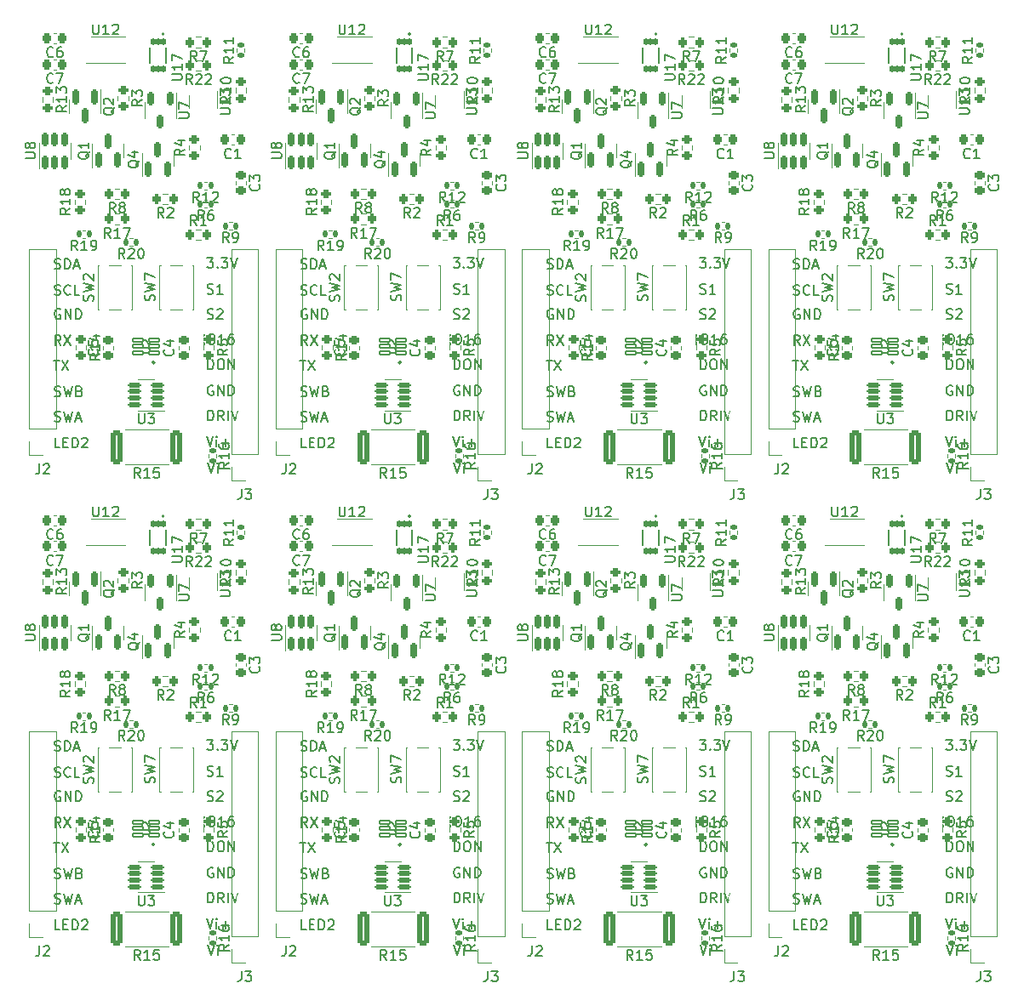
<source format=gto>
G04 #@! TF.GenerationSoftware,KiCad,Pcbnew,7.0.7*
G04 #@! TF.CreationDate,2024-02-29T14:06:03-05:00*
G04 #@! TF.ProjectId,panelized,70616e65-6c69-47a6-9564-2e6b69636164,rev?*
G04 #@! TF.SameCoordinates,Original*
G04 #@! TF.FileFunction,Legend,Top*
G04 #@! TF.FilePolarity,Positive*
%FSLAX46Y46*%
G04 Gerber Fmt 4.6, Leading zero omitted, Abs format (unit mm)*
G04 Created by KiCad (PCBNEW 7.0.7) date 2024-02-29 14:06:03*
%MOMM*%
%LPD*%
G01*
G04 APERTURE LIST*
G04 Aperture macros list*
%AMRoundRect*
0 Rectangle with rounded corners*
0 $1 Rounding radius*
0 $2 $3 $4 $5 $6 $7 $8 $9 X,Y pos of 4 corners*
0 Add a 4 corners polygon primitive as box body*
4,1,4,$2,$3,$4,$5,$6,$7,$8,$9,$2,$3,0*
0 Add four circle primitives for the rounded corners*
1,1,$1+$1,$2,$3*
1,1,$1+$1,$4,$5*
1,1,$1+$1,$6,$7*
1,1,$1+$1,$8,$9*
0 Add four rect primitives between the rounded corners*
20,1,$1+$1,$2,$3,$4,$5,0*
20,1,$1+$1,$4,$5,$6,$7,0*
20,1,$1+$1,$6,$7,$8,$9,0*
20,1,$1+$1,$8,$9,$2,$3,0*%
%AMFreePoly0*
4,1,6,0.500000,-0.850000,-0.500000,-0.850000,-0.500000,0.550000,-0.200000,0.850000,0.500000,0.850000,0.500000,-0.850000,0.500000,-0.850000,$1*%
G04 Aperture macros list end*
%ADD10C,0.150000*%
%ADD11C,0.120000*%
%ADD12C,0.127000*%
%ADD13C,0.203200*%
%ADD14C,0.200000*%
%ADD15RoundRect,0.200000X0.200000X0.275000X-0.200000X0.275000X-0.200000X-0.275000X0.200000X-0.275000X0*%
%ADD16RoundRect,0.135000X0.135000X0.185000X-0.135000X0.185000X-0.135000X-0.185000X0.135000X-0.185000X0*%
%ADD17R,1.700000X1.700000*%
%ADD18O,1.700000X1.700000*%
%ADD19RoundRect,0.200000X-0.275000X0.200000X-0.275000X-0.200000X0.275000X-0.200000X0.275000X0.200000X0*%
%ADD20RoundRect,0.225000X0.250000X-0.225000X0.250000X0.225000X-0.250000X0.225000X-0.250000X-0.225000X0*%
%ADD21R,0.650000X1.050000*%
%ADD22RoundRect,0.150000X0.150000X-0.512500X0.150000X0.512500X-0.150000X0.512500X-0.150000X-0.512500X0*%
%ADD23RoundRect,0.150000X-0.150000X0.512500X-0.150000X-0.512500X0.150000X-0.512500X0.150000X0.512500X0*%
%ADD24RoundRect,0.135000X-0.185000X0.135000X-0.185000X-0.135000X0.185000X-0.135000X0.185000X0.135000X0*%
%ADD25RoundRect,0.225000X0.225000X0.250000X-0.225000X0.250000X-0.225000X-0.250000X0.225000X-0.250000X0*%
%ADD26RoundRect,0.150000X0.150000X-0.587500X0.150000X0.587500X-0.150000X0.587500X-0.150000X-0.587500X0*%
%ADD27RoundRect,0.102000X0.495000X0.150000X-0.495000X0.150000X-0.495000X-0.150000X0.495000X-0.150000X0*%
%ADD28RoundRect,0.125000X0.537500X0.125000X-0.537500X0.125000X-0.537500X-0.125000X0.537500X-0.125000X0*%
%ADD29R,0.720000X0.600000*%
%ADD30RoundRect,0.200000X0.275000X-0.200000X0.275000X0.200000X-0.275000X0.200000X-0.275000X-0.200000X0*%
%ADD31RoundRect,0.102000X-0.125000X0.275000X-0.125000X-0.275000X0.125000X-0.275000X0.125000X0.275000X0*%
%ADD32RoundRect,0.135000X0.185000X-0.135000X0.185000X0.135000X-0.185000X0.135000X-0.185000X-0.135000X0*%
%ADD33RoundRect,0.150000X-0.150000X0.587500X-0.150000X-0.587500X0.150000X-0.587500X0.150000X0.587500X0*%
%ADD34RoundRect,0.225000X-0.250000X0.225000X-0.250000X-0.225000X0.250000X-0.225000X0.250000X0.225000X0*%
%ADD35RoundRect,0.200000X-0.200000X-0.275000X0.200000X-0.275000X0.200000X0.275000X-0.200000X0.275000X0*%
%ADD36RoundRect,0.250000X0.362500X1.425000X-0.362500X1.425000X-0.362500X-1.425000X0.362500X-1.425000X0*%
%ADD37R,0.250000X0.550000*%
%ADD38FreePoly0,270.000000*%
G04 APERTURE END LIST*
D10*
X118660588Y-56817438D02*
X118565350Y-56769819D01*
X118565350Y-56769819D02*
X118422493Y-56769819D01*
X118422493Y-56769819D02*
X118279636Y-56817438D01*
X118279636Y-56817438D02*
X118184398Y-56912676D01*
X118184398Y-56912676D02*
X118136779Y-57007914D01*
X118136779Y-57007914D02*
X118089160Y-57198390D01*
X118089160Y-57198390D02*
X118089160Y-57341247D01*
X118089160Y-57341247D02*
X118136779Y-57531723D01*
X118136779Y-57531723D02*
X118184398Y-57626961D01*
X118184398Y-57626961D02*
X118279636Y-57722200D01*
X118279636Y-57722200D02*
X118422493Y-57769819D01*
X118422493Y-57769819D02*
X118517731Y-57769819D01*
X118517731Y-57769819D02*
X118660588Y-57722200D01*
X118660588Y-57722200D02*
X118708207Y-57674580D01*
X118708207Y-57674580D02*
X118708207Y-57341247D01*
X118708207Y-57341247D02*
X118517731Y-57341247D01*
X119136779Y-57769819D02*
X119136779Y-56769819D01*
X119136779Y-56769819D02*
X119708207Y-57769819D01*
X119708207Y-57769819D02*
X119708207Y-56769819D01*
X120184398Y-57769819D02*
X120184398Y-56769819D01*
X120184398Y-56769819D02*
X120422493Y-56769819D01*
X120422493Y-56769819D02*
X120565350Y-56817438D01*
X120565350Y-56817438D02*
X120660588Y-56912676D01*
X120660588Y-56912676D02*
X120708207Y-57007914D01*
X120708207Y-57007914D02*
X120755826Y-57198390D01*
X120755826Y-57198390D02*
X120755826Y-57341247D01*
X120755826Y-57341247D02*
X120708207Y-57531723D01*
X120708207Y-57531723D02*
X120660588Y-57626961D01*
X120660588Y-57626961D02*
X120565350Y-57722200D01*
X120565350Y-57722200D02*
X120422493Y-57769819D01*
X120422493Y-57769819D02*
X120184398Y-57769819D01*
X103508207Y-52769819D02*
X103174874Y-52293628D01*
X102936779Y-52769819D02*
X102936779Y-51769819D01*
X102936779Y-51769819D02*
X103317731Y-51769819D01*
X103317731Y-51769819D02*
X103412969Y-51817438D01*
X103412969Y-51817438D02*
X103460588Y-51865057D01*
X103460588Y-51865057D02*
X103508207Y-51960295D01*
X103508207Y-51960295D02*
X103508207Y-52103152D01*
X103508207Y-52103152D02*
X103460588Y-52198390D01*
X103460588Y-52198390D02*
X103412969Y-52246009D01*
X103412969Y-52246009D02*
X103317731Y-52293628D01*
X103317731Y-52293628D02*
X102936779Y-52293628D01*
X103841541Y-51769819D02*
X104508207Y-52769819D01*
X104508207Y-51769819D02*
X103841541Y-52769819D01*
X127389160Y-57822200D02*
X127532017Y-57869819D01*
X127532017Y-57869819D02*
X127770112Y-57869819D01*
X127770112Y-57869819D02*
X127865350Y-57822200D01*
X127865350Y-57822200D02*
X127912969Y-57774580D01*
X127912969Y-57774580D02*
X127960588Y-57679342D01*
X127960588Y-57679342D02*
X127960588Y-57584104D01*
X127960588Y-57584104D02*
X127912969Y-57488866D01*
X127912969Y-57488866D02*
X127865350Y-57441247D01*
X127865350Y-57441247D02*
X127770112Y-57393628D01*
X127770112Y-57393628D02*
X127579636Y-57346009D01*
X127579636Y-57346009D02*
X127484398Y-57298390D01*
X127484398Y-57298390D02*
X127436779Y-57250771D01*
X127436779Y-57250771D02*
X127389160Y-57155533D01*
X127389160Y-57155533D02*
X127389160Y-57060295D01*
X127389160Y-57060295D02*
X127436779Y-56965057D01*
X127436779Y-56965057D02*
X127484398Y-56917438D01*
X127484398Y-56917438D02*
X127579636Y-56869819D01*
X127579636Y-56869819D02*
X127817731Y-56869819D01*
X127817731Y-56869819D02*
X127960588Y-56917438D01*
X128293922Y-56869819D02*
X128532017Y-57869819D01*
X128532017Y-57869819D02*
X128722493Y-57155533D01*
X128722493Y-57155533D02*
X128912969Y-57869819D01*
X128912969Y-57869819D02*
X129151065Y-56869819D01*
X129865350Y-57346009D02*
X130008207Y-57393628D01*
X130008207Y-57393628D02*
X130055826Y-57441247D01*
X130055826Y-57441247D02*
X130103445Y-57536485D01*
X130103445Y-57536485D02*
X130103445Y-57679342D01*
X130103445Y-57679342D02*
X130055826Y-57774580D01*
X130055826Y-57774580D02*
X130008207Y-57822200D01*
X130008207Y-57822200D02*
X129912969Y-57869819D01*
X129912969Y-57869819D02*
X129532017Y-57869819D01*
X129532017Y-57869819D02*
X129532017Y-56869819D01*
X129532017Y-56869819D02*
X129865350Y-56869819D01*
X129865350Y-56869819D02*
X129960588Y-56917438D01*
X129960588Y-56917438D02*
X130008207Y-56965057D01*
X130008207Y-56965057D02*
X130055826Y-57060295D01*
X130055826Y-57060295D02*
X130055826Y-57155533D01*
X130055826Y-57155533D02*
X130008207Y-57250771D01*
X130008207Y-57250771D02*
X129960588Y-57298390D01*
X129960588Y-57298390D02*
X129865350Y-57346009D01*
X129865350Y-57346009D02*
X129532017Y-57346009D01*
X191593922Y-64469819D02*
X191927255Y-65469819D01*
X191927255Y-65469819D02*
X192260588Y-64469819D01*
X192593922Y-65469819D02*
X192593922Y-64803152D01*
X192593922Y-64469819D02*
X192546303Y-64517438D01*
X192546303Y-64517438D02*
X192593922Y-64565057D01*
X192593922Y-64565057D02*
X192641541Y-64517438D01*
X192641541Y-64517438D02*
X192593922Y-64469819D01*
X192593922Y-64469819D02*
X192593922Y-64565057D01*
X193070112Y-65088866D02*
X193832017Y-65088866D01*
X152460588Y-97217438D02*
X152365350Y-97169819D01*
X152365350Y-97169819D02*
X152222493Y-97169819D01*
X152222493Y-97169819D02*
X152079636Y-97217438D01*
X152079636Y-97217438D02*
X151984398Y-97312676D01*
X151984398Y-97312676D02*
X151936779Y-97407914D01*
X151936779Y-97407914D02*
X151889160Y-97598390D01*
X151889160Y-97598390D02*
X151889160Y-97741247D01*
X151889160Y-97741247D02*
X151936779Y-97931723D01*
X151936779Y-97931723D02*
X151984398Y-98026961D01*
X151984398Y-98026961D02*
X152079636Y-98122200D01*
X152079636Y-98122200D02*
X152222493Y-98169819D01*
X152222493Y-98169819D02*
X152317731Y-98169819D01*
X152317731Y-98169819D02*
X152460588Y-98122200D01*
X152460588Y-98122200D02*
X152508207Y-98074580D01*
X152508207Y-98074580D02*
X152508207Y-97741247D01*
X152508207Y-97741247D02*
X152317731Y-97741247D01*
X152936779Y-98169819D02*
X152936779Y-97169819D01*
X152936779Y-97169819D02*
X153508207Y-98169819D01*
X153508207Y-98169819D02*
X153508207Y-97169819D01*
X153984398Y-98169819D02*
X153984398Y-97169819D01*
X153984398Y-97169819D02*
X154222493Y-97169819D01*
X154222493Y-97169819D02*
X154365350Y-97217438D01*
X154365350Y-97217438D02*
X154460588Y-97312676D01*
X154460588Y-97312676D02*
X154508207Y-97407914D01*
X154508207Y-97407914D02*
X154555826Y-97598390D01*
X154555826Y-97598390D02*
X154555826Y-97741247D01*
X154555826Y-97741247D02*
X154508207Y-97931723D01*
X154508207Y-97931723D02*
X154460588Y-98026961D01*
X154460588Y-98026961D02*
X154365350Y-98122200D01*
X154365350Y-98122200D02*
X154222493Y-98169819D01*
X154222493Y-98169819D02*
X153984398Y-98169819D01*
X167041541Y-44069819D02*
X167660588Y-44069819D01*
X167660588Y-44069819D02*
X167327255Y-44450771D01*
X167327255Y-44450771D02*
X167470112Y-44450771D01*
X167470112Y-44450771D02*
X167565350Y-44498390D01*
X167565350Y-44498390D02*
X167612969Y-44546009D01*
X167612969Y-44546009D02*
X167660588Y-44641247D01*
X167660588Y-44641247D02*
X167660588Y-44879342D01*
X167660588Y-44879342D02*
X167612969Y-44974580D01*
X167612969Y-44974580D02*
X167565350Y-45022200D01*
X167565350Y-45022200D02*
X167470112Y-45069819D01*
X167470112Y-45069819D02*
X167184398Y-45069819D01*
X167184398Y-45069819D02*
X167089160Y-45022200D01*
X167089160Y-45022200D02*
X167041541Y-44974580D01*
X168089160Y-44974580D02*
X168136779Y-45022200D01*
X168136779Y-45022200D02*
X168089160Y-45069819D01*
X168089160Y-45069819D02*
X168041541Y-45022200D01*
X168041541Y-45022200D02*
X168089160Y-44974580D01*
X168089160Y-44974580D02*
X168089160Y-45069819D01*
X168470112Y-44069819D02*
X169089159Y-44069819D01*
X169089159Y-44069819D02*
X168755826Y-44450771D01*
X168755826Y-44450771D02*
X168898683Y-44450771D01*
X168898683Y-44450771D02*
X168993921Y-44498390D01*
X168993921Y-44498390D02*
X169041540Y-44546009D01*
X169041540Y-44546009D02*
X169089159Y-44641247D01*
X169089159Y-44641247D02*
X169089159Y-44879342D01*
X169089159Y-44879342D02*
X169041540Y-44974580D01*
X169041540Y-44974580D02*
X168993921Y-45022200D01*
X168993921Y-45022200D02*
X168898683Y-45069819D01*
X168898683Y-45069819D02*
X168612969Y-45069819D01*
X168612969Y-45069819D02*
X168517731Y-45022200D01*
X168517731Y-45022200D02*
X168470112Y-44974580D01*
X169374874Y-44069819D02*
X169708207Y-45069819D01*
X169708207Y-45069819D02*
X170041540Y-44069819D01*
X151793922Y-102269819D02*
X152365350Y-102269819D01*
X152079636Y-103269819D02*
X152079636Y-102269819D01*
X152603446Y-102269819D02*
X153270112Y-103269819D01*
X153270112Y-102269819D02*
X152603446Y-103269819D01*
X142541541Y-44069819D02*
X143160588Y-44069819D01*
X143160588Y-44069819D02*
X142827255Y-44450771D01*
X142827255Y-44450771D02*
X142970112Y-44450771D01*
X142970112Y-44450771D02*
X143065350Y-44498390D01*
X143065350Y-44498390D02*
X143112969Y-44546009D01*
X143112969Y-44546009D02*
X143160588Y-44641247D01*
X143160588Y-44641247D02*
X143160588Y-44879342D01*
X143160588Y-44879342D02*
X143112969Y-44974580D01*
X143112969Y-44974580D02*
X143065350Y-45022200D01*
X143065350Y-45022200D02*
X142970112Y-45069819D01*
X142970112Y-45069819D02*
X142684398Y-45069819D01*
X142684398Y-45069819D02*
X142589160Y-45022200D01*
X142589160Y-45022200D02*
X142541541Y-44974580D01*
X143589160Y-44974580D02*
X143636779Y-45022200D01*
X143636779Y-45022200D02*
X143589160Y-45069819D01*
X143589160Y-45069819D02*
X143541541Y-45022200D01*
X143541541Y-45022200D02*
X143589160Y-44974580D01*
X143589160Y-44974580D02*
X143589160Y-45069819D01*
X143970112Y-44069819D02*
X144589159Y-44069819D01*
X144589159Y-44069819D02*
X144255826Y-44450771D01*
X144255826Y-44450771D02*
X144398683Y-44450771D01*
X144398683Y-44450771D02*
X144493921Y-44498390D01*
X144493921Y-44498390D02*
X144541540Y-44546009D01*
X144541540Y-44546009D02*
X144589159Y-44641247D01*
X144589159Y-44641247D02*
X144589159Y-44879342D01*
X144589159Y-44879342D02*
X144541540Y-44974580D01*
X144541540Y-44974580D02*
X144493921Y-45022200D01*
X144493921Y-45022200D02*
X144398683Y-45069819D01*
X144398683Y-45069819D02*
X144112969Y-45069819D01*
X144112969Y-45069819D02*
X144017731Y-45022200D01*
X144017731Y-45022200D02*
X143970112Y-44974580D01*
X144874874Y-44069819D02*
X145208207Y-45069819D01*
X145208207Y-45069819D02*
X145541540Y-44069819D01*
X118093922Y-64469819D02*
X118427255Y-65469819D01*
X118427255Y-65469819D02*
X118760588Y-64469819D01*
X119093922Y-65469819D02*
X119093922Y-64803152D01*
X119093922Y-64469819D02*
X119046303Y-64517438D01*
X119046303Y-64517438D02*
X119093922Y-64565057D01*
X119093922Y-64565057D02*
X119141541Y-64517438D01*
X119141541Y-64517438D02*
X119093922Y-64469819D01*
X119093922Y-64469819D02*
X119093922Y-64565057D01*
X119570112Y-65088866D02*
X120332017Y-65088866D01*
X152412969Y-110969819D02*
X151936779Y-110969819D01*
X151936779Y-110969819D02*
X151936779Y-109969819D01*
X152746303Y-110446009D02*
X153079636Y-110446009D01*
X153222493Y-110969819D02*
X152746303Y-110969819D01*
X152746303Y-110969819D02*
X152746303Y-109969819D01*
X152746303Y-109969819D02*
X153222493Y-109969819D01*
X153651065Y-110969819D02*
X153651065Y-109969819D01*
X153651065Y-109969819D02*
X153889160Y-109969819D01*
X153889160Y-109969819D02*
X154032017Y-110017438D01*
X154032017Y-110017438D02*
X154127255Y-110112676D01*
X154127255Y-110112676D02*
X154174874Y-110207914D01*
X154174874Y-110207914D02*
X154222493Y-110398390D01*
X154222493Y-110398390D02*
X154222493Y-110541247D01*
X154222493Y-110541247D02*
X154174874Y-110731723D01*
X154174874Y-110731723D02*
X154127255Y-110826961D01*
X154127255Y-110826961D02*
X154032017Y-110922200D01*
X154032017Y-110922200D02*
X153889160Y-110969819D01*
X153889160Y-110969819D02*
X153651065Y-110969819D01*
X154603446Y-110065057D02*
X154651065Y-110017438D01*
X154651065Y-110017438D02*
X154746303Y-109969819D01*
X154746303Y-109969819D02*
X154984398Y-109969819D01*
X154984398Y-109969819D02*
X155079636Y-110017438D01*
X155079636Y-110017438D02*
X155127255Y-110065057D01*
X155127255Y-110065057D02*
X155174874Y-110160295D01*
X155174874Y-110160295D02*
X155174874Y-110255533D01*
X155174874Y-110255533D02*
X155127255Y-110398390D01*
X155127255Y-110398390D02*
X154555827Y-110969819D01*
X154555827Y-110969819D02*
X155174874Y-110969819D01*
X191541541Y-44069819D02*
X192160588Y-44069819D01*
X192160588Y-44069819D02*
X191827255Y-44450771D01*
X191827255Y-44450771D02*
X191970112Y-44450771D01*
X191970112Y-44450771D02*
X192065350Y-44498390D01*
X192065350Y-44498390D02*
X192112969Y-44546009D01*
X192112969Y-44546009D02*
X192160588Y-44641247D01*
X192160588Y-44641247D02*
X192160588Y-44879342D01*
X192160588Y-44879342D02*
X192112969Y-44974580D01*
X192112969Y-44974580D02*
X192065350Y-45022200D01*
X192065350Y-45022200D02*
X191970112Y-45069819D01*
X191970112Y-45069819D02*
X191684398Y-45069819D01*
X191684398Y-45069819D02*
X191589160Y-45022200D01*
X191589160Y-45022200D02*
X191541541Y-44974580D01*
X192589160Y-44974580D02*
X192636779Y-45022200D01*
X192636779Y-45022200D02*
X192589160Y-45069819D01*
X192589160Y-45069819D02*
X192541541Y-45022200D01*
X192541541Y-45022200D02*
X192589160Y-44974580D01*
X192589160Y-44974580D02*
X192589160Y-45069819D01*
X192970112Y-44069819D02*
X193589159Y-44069819D01*
X193589159Y-44069819D02*
X193255826Y-44450771D01*
X193255826Y-44450771D02*
X193398683Y-44450771D01*
X193398683Y-44450771D02*
X193493921Y-44498390D01*
X193493921Y-44498390D02*
X193541540Y-44546009D01*
X193541540Y-44546009D02*
X193589159Y-44641247D01*
X193589159Y-44641247D02*
X193589159Y-44879342D01*
X193589159Y-44879342D02*
X193541540Y-44974580D01*
X193541540Y-44974580D02*
X193493921Y-45022200D01*
X193493921Y-45022200D02*
X193398683Y-45069819D01*
X193398683Y-45069819D02*
X193112969Y-45069819D01*
X193112969Y-45069819D02*
X193017731Y-45022200D01*
X193017731Y-45022200D02*
X192970112Y-44974580D01*
X193874874Y-44069819D02*
X194208207Y-45069819D01*
X194208207Y-45069819D02*
X194541540Y-44069819D01*
X191589160Y-95622200D02*
X191732017Y-95669819D01*
X191732017Y-95669819D02*
X191970112Y-95669819D01*
X191970112Y-95669819D02*
X192065350Y-95622200D01*
X192065350Y-95622200D02*
X192112969Y-95574580D01*
X192112969Y-95574580D02*
X192160588Y-95479342D01*
X192160588Y-95479342D02*
X192160588Y-95384104D01*
X192160588Y-95384104D02*
X192112969Y-95288866D01*
X192112969Y-95288866D02*
X192065350Y-95241247D01*
X192065350Y-95241247D02*
X191970112Y-95193628D01*
X191970112Y-95193628D02*
X191779636Y-95146009D01*
X191779636Y-95146009D02*
X191684398Y-95098390D01*
X191684398Y-95098390D02*
X191636779Y-95050771D01*
X191636779Y-95050771D02*
X191589160Y-94955533D01*
X191589160Y-94955533D02*
X191589160Y-94860295D01*
X191589160Y-94860295D02*
X191636779Y-94765057D01*
X191636779Y-94765057D02*
X191684398Y-94717438D01*
X191684398Y-94717438D02*
X191779636Y-94669819D01*
X191779636Y-94669819D02*
X192017731Y-94669819D01*
X192017731Y-94669819D02*
X192160588Y-94717438D01*
X193112969Y-95669819D02*
X192541541Y-95669819D01*
X192827255Y-95669819D02*
X192827255Y-94669819D01*
X192827255Y-94669819D02*
X192732017Y-94812676D01*
X192732017Y-94812676D02*
X192636779Y-94907914D01*
X192636779Y-94907914D02*
X192541541Y-94955533D01*
X142636779Y-60269819D02*
X142636779Y-59269819D01*
X142636779Y-59269819D02*
X142874874Y-59269819D01*
X142874874Y-59269819D02*
X143017731Y-59317438D01*
X143017731Y-59317438D02*
X143112969Y-59412676D01*
X143112969Y-59412676D02*
X143160588Y-59507914D01*
X143160588Y-59507914D02*
X143208207Y-59698390D01*
X143208207Y-59698390D02*
X143208207Y-59841247D01*
X143208207Y-59841247D02*
X143160588Y-60031723D01*
X143160588Y-60031723D02*
X143112969Y-60126961D01*
X143112969Y-60126961D02*
X143017731Y-60222200D01*
X143017731Y-60222200D02*
X142874874Y-60269819D01*
X142874874Y-60269819D02*
X142636779Y-60269819D01*
X144208207Y-60269819D02*
X143874874Y-59793628D01*
X143636779Y-60269819D02*
X143636779Y-59269819D01*
X143636779Y-59269819D02*
X144017731Y-59269819D01*
X144017731Y-59269819D02*
X144112969Y-59317438D01*
X144112969Y-59317438D02*
X144160588Y-59365057D01*
X144160588Y-59365057D02*
X144208207Y-59460295D01*
X144208207Y-59460295D02*
X144208207Y-59603152D01*
X144208207Y-59603152D02*
X144160588Y-59698390D01*
X144160588Y-59698390D02*
X144112969Y-59746009D01*
X144112969Y-59746009D02*
X144017731Y-59793628D01*
X144017731Y-59793628D02*
X143636779Y-59793628D01*
X144636779Y-60269819D02*
X144636779Y-59269819D01*
X144970112Y-59269819D02*
X145303445Y-60269819D01*
X145303445Y-60269819D02*
X145636778Y-59269819D01*
X117993922Y-61869819D02*
X118327255Y-62869819D01*
X118327255Y-62869819D02*
X118660588Y-61869819D01*
X118993922Y-62869819D02*
X118993922Y-62203152D01*
X118993922Y-61869819D02*
X118946303Y-61917438D01*
X118946303Y-61917438D02*
X118993922Y-61965057D01*
X118993922Y-61965057D02*
X119041541Y-61917438D01*
X119041541Y-61917438D02*
X118993922Y-61869819D01*
X118993922Y-61869819D02*
X118993922Y-61965057D01*
X119470112Y-62488866D02*
X120232017Y-62488866D01*
X119851064Y-62869819D02*
X119851064Y-62107914D01*
X167089160Y-50122200D02*
X167232017Y-50169819D01*
X167232017Y-50169819D02*
X167470112Y-50169819D01*
X167470112Y-50169819D02*
X167565350Y-50122200D01*
X167565350Y-50122200D02*
X167612969Y-50074580D01*
X167612969Y-50074580D02*
X167660588Y-49979342D01*
X167660588Y-49979342D02*
X167660588Y-49884104D01*
X167660588Y-49884104D02*
X167612969Y-49788866D01*
X167612969Y-49788866D02*
X167565350Y-49741247D01*
X167565350Y-49741247D02*
X167470112Y-49693628D01*
X167470112Y-49693628D02*
X167279636Y-49646009D01*
X167279636Y-49646009D02*
X167184398Y-49598390D01*
X167184398Y-49598390D02*
X167136779Y-49550771D01*
X167136779Y-49550771D02*
X167089160Y-49455533D01*
X167089160Y-49455533D02*
X167089160Y-49360295D01*
X167089160Y-49360295D02*
X167136779Y-49265057D01*
X167136779Y-49265057D02*
X167184398Y-49217438D01*
X167184398Y-49217438D02*
X167279636Y-49169819D01*
X167279636Y-49169819D02*
X167517731Y-49169819D01*
X167517731Y-49169819D02*
X167660588Y-49217438D01*
X168041541Y-49265057D02*
X168089160Y-49217438D01*
X168089160Y-49217438D02*
X168184398Y-49169819D01*
X168184398Y-49169819D02*
X168422493Y-49169819D01*
X168422493Y-49169819D02*
X168517731Y-49217438D01*
X168517731Y-49217438D02*
X168565350Y-49265057D01*
X168565350Y-49265057D02*
X168612969Y-49360295D01*
X168612969Y-49360295D02*
X168612969Y-49455533D01*
X168612969Y-49455533D02*
X168565350Y-49598390D01*
X168565350Y-49598390D02*
X167993922Y-50169819D01*
X167993922Y-50169819D02*
X168612969Y-50169819D01*
X176389160Y-95722200D02*
X176532017Y-95769819D01*
X176532017Y-95769819D02*
X176770112Y-95769819D01*
X176770112Y-95769819D02*
X176865350Y-95722200D01*
X176865350Y-95722200D02*
X176912969Y-95674580D01*
X176912969Y-95674580D02*
X176960588Y-95579342D01*
X176960588Y-95579342D02*
X176960588Y-95484104D01*
X176960588Y-95484104D02*
X176912969Y-95388866D01*
X176912969Y-95388866D02*
X176865350Y-95341247D01*
X176865350Y-95341247D02*
X176770112Y-95293628D01*
X176770112Y-95293628D02*
X176579636Y-95246009D01*
X176579636Y-95246009D02*
X176484398Y-95198390D01*
X176484398Y-95198390D02*
X176436779Y-95150771D01*
X176436779Y-95150771D02*
X176389160Y-95055533D01*
X176389160Y-95055533D02*
X176389160Y-94960295D01*
X176389160Y-94960295D02*
X176436779Y-94865057D01*
X176436779Y-94865057D02*
X176484398Y-94817438D01*
X176484398Y-94817438D02*
X176579636Y-94769819D01*
X176579636Y-94769819D02*
X176817731Y-94769819D01*
X176817731Y-94769819D02*
X176960588Y-94817438D01*
X177960588Y-95674580D02*
X177912969Y-95722200D01*
X177912969Y-95722200D02*
X177770112Y-95769819D01*
X177770112Y-95769819D02*
X177674874Y-95769819D01*
X177674874Y-95769819D02*
X177532017Y-95722200D01*
X177532017Y-95722200D02*
X177436779Y-95626961D01*
X177436779Y-95626961D02*
X177389160Y-95531723D01*
X177389160Y-95531723D02*
X177341541Y-95341247D01*
X177341541Y-95341247D02*
X177341541Y-95198390D01*
X177341541Y-95198390D02*
X177389160Y-95007914D01*
X177389160Y-95007914D02*
X177436779Y-94912676D01*
X177436779Y-94912676D02*
X177532017Y-94817438D01*
X177532017Y-94817438D02*
X177674874Y-94769819D01*
X177674874Y-94769819D02*
X177770112Y-94769819D01*
X177770112Y-94769819D02*
X177912969Y-94817438D01*
X177912969Y-94817438D02*
X177960588Y-94865057D01*
X178865350Y-95769819D02*
X178389160Y-95769819D01*
X178389160Y-95769819D02*
X178389160Y-94769819D01*
X191236779Y-52669819D02*
X191236779Y-51669819D01*
X191903445Y-51669819D02*
X192093921Y-51669819D01*
X192093921Y-51669819D02*
X192189159Y-51717438D01*
X192189159Y-51717438D02*
X192284397Y-51812676D01*
X192284397Y-51812676D02*
X192332016Y-52003152D01*
X192332016Y-52003152D02*
X192332016Y-52336485D01*
X192332016Y-52336485D02*
X192284397Y-52526961D01*
X192284397Y-52526961D02*
X192189159Y-52622200D01*
X192189159Y-52622200D02*
X192093921Y-52669819D01*
X192093921Y-52669819D02*
X191903445Y-52669819D01*
X191903445Y-52669819D02*
X191808207Y-52622200D01*
X191808207Y-52622200D02*
X191712969Y-52526961D01*
X191712969Y-52526961D02*
X191665350Y-52336485D01*
X191665350Y-52336485D02*
X191665350Y-52003152D01*
X191665350Y-52003152D02*
X191712969Y-51812676D01*
X191712969Y-51812676D02*
X191808207Y-51717438D01*
X191808207Y-51717438D02*
X191903445Y-51669819D01*
X193284397Y-52669819D02*
X192712969Y-52669819D01*
X192998683Y-52669819D02*
X192998683Y-51669819D01*
X192998683Y-51669819D02*
X192903445Y-51812676D01*
X192903445Y-51812676D02*
X192808207Y-51907914D01*
X192808207Y-51907914D02*
X192712969Y-51955533D01*
X194141540Y-51669819D02*
X193951064Y-51669819D01*
X193951064Y-51669819D02*
X193855826Y-51717438D01*
X193855826Y-51717438D02*
X193808207Y-51765057D01*
X193808207Y-51765057D02*
X193712969Y-51907914D01*
X193712969Y-51907914D02*
X193665350Y-52098390D01*
X193665350Y-52098390D02*
X193665350Y-52479342D01*
X193665350Y-52479342D02*
X193712969Y-52574580D01*
X193712969Y-52574580D02*
X193760588Y-52622200D01*
X193760588Y-52622200D02*
X193855826Y-52669819D01*
X193855826Y-52669819D02*
X194046302Y-52669819D01*
X194046302Y-52669819D02*
X194141540Y-52622200D01*
X194141540Y-52622200D02*
X194189159Y-52574580D01*
X194189159Y-52574580D02*
X194236778Y-52479342D01*
X194236778Y-52479342D02*
X194236778Y-52241247D01*
X194236778Y-52241247D02*
X194189159Y-52146009D01*
X194189159Y-52146009D02*
X194141540Y-52098390D01*
X194141540Y-52098390D02*
X194046302Y-52050771D01*
X194046302Y-52050771D02*
X193855826Y-52050771D01*
X193855826Y-52050771D02*
X193760588Y-52098390D01*
X193760588Y-52098390D02*
X193712969Y-52146009D01*
X193712969Y-52146009D02*
X193665350Y-52241247D01*
X192160588Y-56817438D02*
X192065350Y-56769819D01*
X192065350Y-56769819D02*
X191922493Y-56769819D01*
X191922493Y-56769819D02*
X191779636Y-56817438D01*
X191779636Y-56817438D02*
X191684398Y-56912676D01*
X191684398Y-56912676D02*
X191636779Y-57007914D01*
X191636779Y-57007914D02*
X191589160Y-57198390D01*
X191589160Y-57198390D02*
X191589160Y-57341247D01*
X191589160Y-57341247D02*
X191636779Y-57531723D01*
X191636779Y-57531723D02*
X191684398Y-57626961D01*
X191684398Y-57626961D02*
X191779636Y-57722200D01*
X191779636Y-57722200D02*
X191922493Y-57769819D01*
X191922493Y-57769819D02*
X192017731Y-57769819D01*
X192017731Y-57769819D02*
X192160588Y-57722200D01*
X192160588Y-57722200D02*
X192208207Y-57674580D01*
X192208207Y-57674580D02*
X192208207Y-57341247D01*
X192208207Y-57341247D02*
X192017731Y-57341247D01*
X192636779Y-57769819D02*
X192636779Y-56769819D01*
X192636779Y-56769819D02*
X193208207Y-57769819D01*
X193208207Y-57769819D02*
X193208207Y-56769819D01*
X193684398Y-57769819D02*
X193684398Y-56769819D01*
X193684398Y-56769819D02*
X193922493Y-56769819D01*
X193922493Y-56769819D02*
X194065350Y-56817438D01*
X194065350Y-56817438D02*
X194160588Y-56912676D01*
X194160588Y-56912676D02*
X194208207Y-57007914D01*
X194208207Y-57007914D02*
X194255826Y-57198390D01*
X194255826Y-57198390D02*
X194255826Y-57341247D01*
X194255826Y-57341247D02*
X194208207Y-57531723D01*
X194208207Y-57531723D02*
X194160588Y-57626961D01*
X194160588Y-57626961D02*
X194065350Y-57722200D01*
X194065350Y-57722200D02*
X193922493Y-57769819D01*
X193922493Y-57769819D02*
X193684398Y-57769819D01*
X151889160Y-105822200D02*
X152032017Y-105869819D01*
X152032017Y-105869819D02*
X152270112Y-105869819D01*
X152270112Y-105869819D02*
X152365350Y-105822200D01*
X152365350Y-105822200D02*
X152412969Y-105774580D01*
X152412969Y-105774580D02*
X152460588Y-105679342D01*
X152460588Y-105679342D02*
X152460588Y-105584104D01*
X152460588Y-105584104D02*
X152412969Y-105488866D01*
X152412969Y-105488866D02*
X152365350Y-105441247D01*
X152365350Y-105441247D02*
X152270112Y-105393628D01*
X152270112Y-105393628D02*
X152079636Y-105346009D01*
X152079636Y-105346009D02*
X151984398Y-105298390D01*
X151984398Y-105298390D02*
X151936779Y-105250771D01*
X151936779Y-105250771D02*
X151889160Y-105155533D01*
X151889160Y-105155533D02*
X151889160Y-105060295D01*
X151889160Y-105060295D02*
X151936779Y-104965057D01*
X151936779Y-104965057D02*
X151984398Y-104917438D01*
X151984398Y-104917438D02*
X152079636Y-104869819D01*
X152079636Y-104869819D02*
X152317731Y-104869819D01*
X152317731Y-104869819D02*
X152460588Y-104917438D01*
X152793922Y-104869819D02*
X153032017Y-105869819D01*
X153032017Y-105869819D02*
X153222493Y-105155533D01*
X153222493Y-105155533D02*
X153412969Y-105869819D01*
X153412969Y-105869819D02*
X153651065Y-104869819D01*
X154365350Y-105346009D02*
X154508207Y-105393628D01*
X154508207Y-105393628D02*
X154555826Y-105441247D01*
X154555826Y-105441247D02*
X154603445Y-105536485D01*
X154603445Y-105536485D02*
X154603445Y-105679342D01*
X154603445Y-105679342D02*
X154555826Y-105774580D01*
X154555826Y-105774580D02*
X154508207Y-105822200D01*
X154508207Y-105822200D02*
X154412969Y-105869819D01*
X154412969Y-105869819D02*
X154032017Y-105869819D01*
X154032017Y-105869819D02*
X154032017Y-104869819D01*
X154032017Y-104869819D02*
X154365350Y-104869819D01*
X154365350Y-104869819D02*
X154460588Y-104917438D01*
X154460588Y-104917438D02*
X154508207Y-104965057D01*
X154508207Y-104965057D02*
X154555826Y-105060295D01*
X154555826Y-105060295D02*
X154555826Y-105155533D01*
X154555826Y-105155533D02*
X154508207Y-105250771D01*
X154508207Y-105250771D02*
X154460588Y-105298390D01*
X154460588Y-105298390D02*
X154365350Y-105346009D01*
X154365350Y-105346009D02*
X154032017Y-105346009D01*
X191589160Y-47622200D02*
X191732017Y-47669819D01*
X191732017Y-47669819D02*
X191970112Y-47669819D01*
X191970112Y-47669819D02*
X192065350Y-47622200D01*
X192065350Y-47622200D02*
X192112969Y-47574580D01*
X192112969Y-47574580D02*
X192160588Y-47479342D01*
X192160588Y-47479342D02*
X192160588Y-47384104D01*
X192160588Y-47384104D02*
X192112969Y-47288866D01*
X192112969Y-47288866D02*
X192065350Y-47241247D01*
X192065350Y-47241247D02*
X191970112Y-47193628D01*
X191970112Y-47193628D02*
X191779636Y-47146009D01*
X191779636Y-47146009D02*
X191684398Y-47098390D01*
X191684398Y-47098390D02*
X191636779Y-47050771D01*
X191636779Y-47050771D02*
X191589160Y-46955533D01*
X191589160Y-46955533D02*
X191589160Y-46860295D01*
X191589160Y-46860295D02*
X191636779Y-46765057D01*
X191636779Y-46765057D02*
X191684398Y-46717438D01*
X191684398Y-46717438D02*
X191779636Y-46669819D01*
X191779636Y-46669819D02*
X192017731Y-46669819D01*
X192017731Y-46669819D02*
X192160588Y-46717438D01*
X193112969Y-47669819D02*
X192541541Y-47669819D01*
X192827255Y-47669819D02*
X192827255Y-46669819D01*
X192827255Y-46669819D02*
X192732017Y-46812676D01*
X192732017Y-46812676D02*
X192636779Y-46907914D01*
X192636779Y-46907914D02*
X192541541Y-46955533D01*
X102793922Y-54269819D02*
X103365350Y-54269819D01*
X103079636Y-55269819D02*
X103079636Y-54269819D01*
X103603446Y-54269819D02*
X104270112Y-55269819D01*
X104270112Y-54269819D02*
X103603446Y-55269819D01*
X118660588Y-104817438D02*
X118565350Y-104769819D01*
X118565350Y-104769819D02*
X118422493Y-104769819D01*
X118422493Y-104769819D02*
X118279636Y-104817438D01*
X118279636Y-104817438D02*
X118184398Y-104912676D01*
X118184398Y-104912676D02*
X118136779Y-105007914D01*
X118136779Y-105007914D02*
X118089160Y-105198390D01*
X118089160Y-105198390D02*
X118089160Y-105341247D01*
X118089160Y-105341247D02*
X118136779Y-105531723D01*
X118136779Y-105531723D02*
X118184398Y-105626961D01*
X118184398Y-105626961D02*
X118279636Y-105722200D01*
X118279636Y-105722200D02*
X118422493Y-105769819D01*
X118422493Y-105769819D02*
X118517731Y-105769819D01*
X118517731Y-105769819D02*
X118660588Y-105722200D01*
X118660588Y-105722200D02*
X118708207Y-105674580D01*
X118708207Y-105674580D02*
X118708207Y-105341247D01*
X118708207Y-105341247D02*
X118517731Y-105341247D01*
X119136779Y-105769819D02*
X119136779Y-104769819D01*
X119136779Y-104769819D02*
X119708207Y-105769819D01*
X119708207Y-105769819D02*
X119708207Y-104769819D01*
X120184398Y-105769819D02*
X120184398Y-104769819D01*
X120184398Y-104769819D02*
X120422493Y-104769819D01*
X120422493Y-104769819D02*
X120565350Y-104817438D01*
X120565350Y-104817438D02*
X120660588Y-104912676D01*
X120660588Y-104912676D02*
X120708207Y-105007914D01*
X120708207Y-105007914D02*
X120755826Y-105198390D01*
X120755826Y-105198390D02*
X120755826Y-105341247D01*
X120755826Y-105341247D02*
X120708207Y-105531723D01*
X120708207Y-105531723D02*
X120660588Y-105626961D01*
X120660588Y-105626961D02*
X120565350Y-105722200D01*
X120565350Y-105722200D02*
X120422493Y-105769819D01*
X120422493Y-105769819D02*
X120184398Y-105769819D01*
X127912969Y-62969819D02*
X127436779Y-62969819D01*
X127436779Y-62969819D02*
X127436779Y-61969819D01*
X128246303Y-62446009D02*
X128579636Y-62446009D01*
X128722493Y-62969819D02*
X128246303Y-62969819D01*
X128246303Y-62969819D02*
X128246303Y-61969819D01*
X128246303Y-61969819D02*
X128722493Y-61969819D01*
X129151065Y-62969819D02*
X129151065Y-61969819D01*
X129151065Y-61969819D02*
X129389160Y-61969819D01*
X129389160Y-61969819D02*
X129532017Y-62017438D01*
X129532017Y-62017438D02*
X129627255Y-62112676D01*
X129627255Y-62112676D02*
X129674874Y-62207914D01*
X129674874Y-62207914D02*
X129722493Y-62398390D01*
X129722493Y-62398390D02*
X129722493Y-62541247D01*
X129722493Y-62541247D02*
X129674874Y-62731723D01*
X129674874Y-62731723D02*
X129627255Y-62826961D01*
X129627255Y-62826961D02*
X129532017Y-62922200D01*
X129532017Y-62922200D02*
X129389160Y-62969819D01*
X129389160Y-62969819D02*
X129151065Y-62969819D01*
X130103446Y-62065057D02*
X130151065Y-62017438D01*
X130151065Y-62017438D02*
X130246303Y-61969819D01*
X130246303Y-61969819D02*
X130484398Y-61969819D01*
X130484398Y-61969819D02*
X130579636Y-62017438D01*
X130579636Y-62017438D02*
X130627255Y-62065057D01*
X130627255Y-62065057D02*
X130674874Y-62160295D01*
X130674874Y-62160295D02*
X130674874Y-62255533D01*
X130674874Y-62255533D02*
X130627255Y-62398390D01*
X130627255Y-62398390D02*
X130055827Y-62969819D01*
X130055827Y-62969819D02*
X130674874Y-62969819D01*
X177008207Y-52769819D02*
X176674874Y-52293628D01*
X176436779Y-52769819D02*
X176436779Y-51769819D01*
X176436779Y-51769819D02*
X176817731Y-51769819D01*
X176817731Y-51769819D02*
X176912969Y-51817438D01*
X176912969Y-51817438D02*
X176960588Y-51865057D01*
X176960588Y-51865057D02*
X177008207Y-51960295D01*
X177008207Y-51960295D02*
X177008207Y-52103152D01*
X177008207Y-52103152D02*
X176960588Y-52198390D01*
X176960588Y-52198390D02*
X176912969Y-52246009D01*
X176912969Y-52246009D02*
X176817731Y-52293628D01*
X176817731Y-52293628D02*
X176436779Y-52293628D01*
X177341541Y-51769819D02*
X178008207Y-52769819D01*
X178008207Y-51769819D02*
X177341541Y-52769819D01*
X191593922Y-112469819D02*
X191927255Y-113469819D01*
X191927255Y-113469819D02*
X192260588Y-112469819D01*
X192593922Y-113469819D02*
X192593922Y-112803152D01*
X192593922Y-112469819D02*
X192546303Y-112517438D01*
X192546303Y-112517438D02*
X192593922Y-112565057D01*
X192593922Y-112565057D02*
X192641541Y-112517438D01*
X192641541Y-112517438D02*
X192593922Y-112469819D01*
X192593922Y-112469819D02*
X192593922Y-112565057D01*
X193070112Y-113088866D02*
X193832017Y-113088866D01*
X142636779Y-103169819D02*
X142636779Y-102169819D01*
X142636779Y-102169819D02*
X142874874Y-102169819D01*
X142874874Y-102169819D02*
X143017731Y-102217438D01*
X143017731Y-102217438D02*
X143112969Y-102312676D01*
X143112969Y-102312676D02*
X143160588Y-102407914D01*
X143160588Y-102407914D02*
X143208207Y-102598390D01*
X143208207Y-102598390D02*
X143208207Y-102741247D01*
X143208207Y-102741247D02*
X143160588Y-102931723D01*
X143160588Y-102931723D02*
X143112969Y-103026961D01*
X143112969Y-103026961D02*
X143017731Y-103122200D01*
X143017731Y-103122200D02*
X142874874Y-103169819D01*
X142874874Y-103169819D02*
X142636779Y-103169819D01*
X143827255Y-102169819D02*
X144017731Y-102169819D01*
X144017731Y-102169819D02*
X144112969Y-102217438D01*
X144112969Y-102217438D02*
X144208207Y-102312676D01*
X144208207Y-102312676D02*
X144255826Y-102503152D01*
X144255826Y-102503152D02*
X144255826Y-102836485D01*
X144255826Y-102836485D02*
X144208207Y-103026961D01*
X144208207Y-103026961D02*
X144112969Y-103122200D01*
X144112969Y-103122200D02*
X144017731Y-103169819D01*
X144017731Y-103169819D02*
X143827255Y-103169819D01*
X143827255Y-103169819D02*
X143732017Y-103122200D01*
X143732017Y-103122200D02*
X143636779Y-103026961D01*
X143636779Y-103026961D02*
X143589160Y-102836485D01*
X143589160Y-102836485D02*
X143589160Y-102503152D01*
X143589160Y-102503152D02*
X143636779Y-102312676D01*
X143636779Y-102312676D02*
X143732017Y-102217438D01*
X143732017Y-102217438D02*
X143827255Y-102169819D01*
X144684398Y-103169819D02*
X144684398Y-102169819D01*
X144684398Y-102169819D02*
X145255826Y-103169819D01*
X145255826Y-103169819D02*
X145255826Y-102169819D01*
X145732017Y-102646009D02*
X146065350Y-102646009D01*
X146208207Y-103169819D02*
X145732017Y-103169819D01*
X145732017Y-103169819D02*
X145732017Y-102169819D01*
X145732017Y-102169819D02*
X146208207Y-102169819D01*
X191636779Y-108269819D02*
X191636779Y-107269819D01*
X191636779Y-107269819D02*
X191874874Y-107269819D01*
X191874874Y-107269819D02*
X192017731Y-107317438D01*
X192017731Y-107317438D02*
X192112969Y-107412676D01*
X192112969Y-107412676D02*
X192160588Y-107507914D01*
X192160588Y-107507914D02*
X192208207Y-107698390D01*
X192208207Y-107698390D02*
X192208207Y-107841247D01*
X192208207Y-107841247D02*
X192160588Y-108031723D01*
X192160588Y-108031723D02*
X192112969Y-108126961D01*
X192112969Y-108126961D02*
X192017731Y-108222200D01*
X192017731Y-108222200D02*
X191874874Y-108269819D01*
X191874874Y-108269819D02*
X191636779Y-108269819D01*
X193208207Y-108269819D02*
X192874874Y-107793628D01*
X192636779Y-108269819D02*
X192636779Y-107269819D01*
X192636779Y-107269819D02*
X193017731Y-107269819D01*
X193017731Y-107269819D02*
X193112969Y-107317438D01*
X193112969Y-107317438D02*
X193160588Y-107365057D01*
X193160588Y-107365057D02*
X193208207Y-107460295D01*
X193208207Y-107460295D02*
X193208207Y-107603152D01*
X193208207Y-107603152D02*
X193160588Y-107698390D01*
X193160588Y-107698390D02*
X193112969Y-107746009D01*
X193112969Y-107746009D02*
X193017731Y-107793628D01*
X193017731Y-107793628D02*
X192636779Y-107793628D01*
X193636779Y-108269819D02*
X193636779Y-107269819D01*
X193970112Y-107269819D02*
X194303445Y-108269819D01*
X194303445Y-108269819D02*
X194636778Y-107269819D01*
X191493922Y-61869819D02*
X191827255Y-62869819D01*
X191827255Y-62869819D02*
X192160588Y-61869819D01*
X192493922Y-62869819D02*
X192493922Y-62203152D01*
X192493922Y-61869819D02*
X192446303Y-61917438D01*
X192446303Y-61917438D02*
X192493922Y-61965057D01*
X192493922Y-61965057D02*
X192541541Y-61917438D01*
X192541541Y-61917438D02*
X192493922Y-61869819D01*
X192493922Y-61869819D02*
X192493922Y-61965057D01*
X192970112Y-62488866D02*
X193732017Y-62488866D01*
X193351064Y-62869819D02*
X193351064Y-62107914D01*
X118089160Y-47622200D02*
X118232017Y-47669819D01*
X118232017Y-47669819D02*
X118470112Y-47669819D01*
X118470112Y-47669819D02*
X118565350Y-47622200D01*
X118565350Y-47622200D02*
X118612969Y-47574580D01*
X118612969Y-47574580D02*
X118660588Y-47479342D01*
X118660588Y-47479342D02*
X118660588Y-47384104D01*
X118660588Y-47384104D02*
X118612969Y-47288866D01*
X118612969Y-47288866D02*
X118565350Y-47241247D01*
X118565350Y-47241247D02*
X118470112Y-47193628D01*
X118470112Y-47193628D02*
X118279636Y-47146009D01*
X118279636Y-47146009D02*
X118184398Y-47098390D01*
X118184398Y-47098390D02*
X118136779Y-47050771D01*
X118136779Y-47050771D02*
X118089160Y-46955533D01*
X118089160Y-46955533D02*
X118089160Y-46860295D01*
X118089160Y-46860295D02*
X118136779Y-46765057D01*
X118136779Y-46765057D02*
X118184398Y-46717438D01*
X118184398Y-46717438D02*
X118279636Y-46669819D01*
X118279636Y-46669819D02*
X118517731Y-46669819D01*
X118517731Y-46669819D02*
X118660588Y-46717438D01*
X119612969Y-47669819D02*
X119041541Y-47669819D01*
X119327255Y-47669819D02*
X119327255Y-46669819D01*
X119327255Y-46669819D02*
X119232017Y-46812676D01*
X119232017Y-46812676D02*
X119136779Y-46907914D01*
X119136779Y-46907914D02*
X119041541Y-46955533D01*
X142236779Y-52669819D02*
X142236779Y-51669819D01*
X142903445Y-51669819D02*
X143093921Y-51669819D01*
X143093921Y-51669819D02*
X143189159Y-51717438D01*
X143189159Y-51717438D02*
X143284397Y-51812676D01*
X143284397Y-51812676D02*
X143332016Y-52003152D01*
X143332016Y-52003152D02*
X143332016Y-52336485D01*
X143332016Y-52336485D02*
X143284397Y-52526961D01*
X143284397Y-52526961D02*
X143189159Y-52622200D01*
X143189159Y-52622200D02*
X143093921Y-52669819D01*
X143093921Y-52669819D02*
X142903445Y-52669819D01*
X142903445Y-52669819D02*
X142808207Y-52622200D01*
X142808207Y-52622200D02*
X142712969Y-52526961D01*
X142712969Y-52526961D02*
X142665350Y-52336485D01*
X142665350Y-52336485D02*
X142665350Y-52003152D01*
X142665350Y-52003152D02*
X142712969Y-51812676D01*
X142712969Y-51812676D02*
X142808207Y-51717438D01*
X142808207Y-51717438D02*
X142903445Y-51669819D01*
X144284397Y-52669819D02*
X143712969Y-52669819D01*
X143998683Y-52669819D02*
X143998683Y-51669819D01*
X143998683Y-51669819D02*
X143903445Y-51812676D01*
X143903445Y-51812676D02*
X143808207Y-51907914D01*
X143808207Y-51907914D02*
X143712969Y-51955533D01*
X145141540Y-51669819D02*
X144951064Y-51669819D01*
X144951064Y-51669819D02*
X144855826Y-51717438D01*
X144855826Y-51717438D02*
X144808207Y-51765057D01*
X144808207Y-51765057D02*
X144712969Y-51907914D01*
X144712969Y-51907914D02*
X144665350Y-52098390D01*
X144665350Y-52098390D02*
X144665350Y-52479342D01*
X144665350Y-52479342D02*
X144712969Y-52574580D01*
X144712969Y-52574580D02*
X144760588Y-52622200D01*
X144760588Y-52622200D02*
X144855826Y-52669819D01*
X144855826Y-52669819D02*
X145046302Y-52669819D01*
X145046302Y-52669819D02*
X145141540Y-52622200D01*
X145141540Y-52622200D02*
X145189159Y-52574580D01*
X145189159Y-52574580D02*
X145236778Y-52479342D01*
X145236778Y-52479342D02*
X145236778Y-52241247D01*
X145236778Y-52241247D02*
X145189159Y-52146009D01*
X145189159Y-52146009D02*
X145141540Y-52098390D01*
X145141540Y-52098390D02*
X145046302Y-52050771D01*
X145046302Y-52050771D02*
X144855826Y-52050771D01*
X144855826Y-52050771D02*
X144760588Y-52098390D01*
X144760588Y-52098390D02*
X144712969Y-52146009D01*
X144712969Y-52146009D02*
X144665350Y-52241247D01*
X177008207Y-100769819D02*
X176674874Y-100293628D01*
X176436779Y-100769819D02*
X176436779Y-99769819D01*
X176436779Y-99769819D02*
X176817731Y-99769819D01*
X176817731Y-99769819D02*
X176912969Y-99817438D01*
X176912969Y-99817438D02*
X176960588Y-99865057D01*
X176960588Y-99865057D02*
X177008207Y-99960295D01*
X177008207Y-99960295D02*
X177008207Y-100103152D01*
X177008207Y-100103152D02*
X176960588Y-100198390D01*
X176960588Y-100198390D02*
X176912969Y-100246009D01*
X176912969Y-100246009D02*
X176817731Y-100293628D01*
X176817731Y-100293628D02*
X176436779Y-100293628D01*
X177341541Y-99769819D02*
X178008207Y-100769819D01*
X178008207Y-99769819D02*
X177341541Y-100769819D01*
X167093922Y-64469819D02*
X167427255Y-65469819D01*
X167427255Y-65469819D02*
X167760588Y-64469819D01*
X168093922Y-65469819D02*
X168093922Y-64803152D01*
X168093922Y-64469819D02*
X168046303Y-64517438D01*
X168046303Y-64517438D02*
X168093922Y-64565057D01*
X168093922Y-64565057D02*
X168141541Y-64517438D01*
X168141541Y-64517438D02*
X168093922Y-64469819D01*
X168093922Y-64469819D02*
X168093922Y-64565057D01*
X168570112Y-65088866D02*
X169332017Y-65088866D01*
X118089160Y-50122200D02*
X118232017Y-50169819D01*
X118232017Y-50169819D02*
X118470112Y-50169819D01*
X118470112Y-50169819D02*
X118565350Y-50122200D01*
X118565350Y-50122200D02*
X118612969Y-50074580D01*
X118612969Y-50074580D02*
X118660588Y-49979342D01*
X118660588Y-49979342D02*
X118660588Y-49884104D01*
X118660588Y-49884104D02*
X118612969Y-49788866D01*
X118612969Y-49788866D02*
X118565350Y-49741247D01*
X118565350Y-49741247D02*
X118470112Y-49693628D01*
X118470112Y-49693628D02*
X118279636Y-49646009D01*
X118279636Y-49646009D02*
X118184398Y-49598390D01*
X118184398Y-49598390D02*
X118136779Y-49550771D01*
X118136779Y-49550771D02*
X118089160Y-49455533D01*
X118089160Y-49455533D02*
X118089160Y-49360295D01*
X118089160Y-49360295D02*
X118136779Y-49265057D01*
X118136779Y-49265057D02*
X118184398Y-49217438D01*
X118184398Y-49217438D02*
X118279636Y-49169819D01*
X118279636Y-49169819D02*
X118517731Y-49169819D01*
X118517731Y-49169819D02*
X118660588Y-49217438D01*
X119041541Y-49265057D02*
X119089160Y-49217438D01*
X119089160Y-49217438D02*
X119184398Y-49169819D01*
X119184398Y-49169819D02*
X119422493Y-49169819D01*
X119422493Y-49169819D02*
X119517731Y-49217438D01*
X119517731Y-49217438D02*
X119565350Y-49265057D01*
X119565350Y-49265057D02*
X119612969Y-49360295D01*
X119612969Y-49360295D02*
X119612969Y-49455533D01*
X119612969Y-49455533D02*
X119565350Y-49598390D01*
X119565350Y-49598390D02*
X118993922Y-50169819D01*
X118993922Y-50169819D02*
X119612969Y-50169819D01*
X117736779Y-100669819D02*
X117736779Y-99669819D01*
X118403445Y-99669819D02*
X118593921Y-99669819D01*
X118593921Y-99669819D02*
X118689159Y-99717438D01*
X118689159Y-99717438D02*
X118784397Y-99812676D01*
X118784397Y-99812676D02*
X118832016Y-100003152D01*
X118832016Y-100003152D02*
X118832016Y-100336485D01*
X118832016Y-100336485D02*
X118784397Y-100526961D01*
X118784397Y-100526961D02*
X118689159Y-100622200D01*
X118689159Y-100622200D02*
X118593921Y-100669819D01*
X118593921Y-100669819D02*
X118403445Y-100669819D01*
X118403445Y-100669819D02*
X118308207Y-100622200D01*
X118308207Y-100622200D02*
X118212969Y-100526961D01*
X118212969Y-100526961D02*
X118165350Y-100336485D01*
X118165350Y-100336485D02*
X118165350Y-100003152D01*
X118165350Y-100003152D02*
X118212969Y-99812676D01*
X118212969Y-99812676D02*
X118308207Y-99717438D01*
X118308207Y-99717438D02*
X118403445Y-99669819D01*
X119784397Y-100669819D02*
X119212969Y-100669819D01*
X119498683Y-100669819D02*
X119498683Y-99669819D01*
X119498683Y-99669819D02*
X119403445Y-99812676D01*
X119403445Y-99812676D02*
X119308207Y-99907914D01*
X119308207Y-99907914D02*
X119212969Y-99955533D01*
X120641540Y-99669819D02*
X120451064Y-99669819D01*
X120451064Y-99669819D02*
X120355826Y-99717438D01*
X120355826Y-99717438D02*
X120308207Y-99765057D01*
X120308207Y-99765057D02*
X120212969Y-99907914D01*
X120212969Y-99907914D02*
X120165350Y-100098390D01*
X120165350Y-100098390D02*
X120165350Y-100479342D01*
X120165350Y-100479342D02*
X120212969Y-100574580D01*
X120212969Y-100574580D02*
X120260588Y-100622200D01*
X120260588Y-100622200D02*
X120355826Y-100669819D01*
X120355826Y-100669819D02*
X120546302Y-100669819D01*
X120546302Y-100669819D02*
X120641540Y-100622200D01*
X120641540Y-100622200D02*
X120689159Y-100574580D01*
X120689159Y-100574580D02*
X120736778Y-100479342D01*
X120736778Y-100479342D02*
X120736778Y-100241247D01*
X120736778Y-100241247D02*
X120689159Y-100146009D01*
X120689159Y-100146009D02*
X120641540Y-100098390D01*
X120641540Y-100098390D02*
X120546302Y-100050771D01*
X120546302Y-100050771D02*
X120355826Y-100050771D01*
X120355826Y-100050771D02*
X120260588Y-100098390D01*
X120260588Y-100098390D02*
X120212969Y-100146009D01*
X120212969Y-100146009D02*
X120165350Y-100241247D01*
X102889160Y-95722200D02*
X103032017Y-95769819D01*
X103032017Y-95769819D02*
X103270112Y-95769819D01*
X103270112Y-95769819D02*
X103365350Y-95722200D01*
X103365350Y-95722200D02*
X103412969Y-95674580D01*
X103412969Y-95674580D02*
X103460588Y-95579342D01*
X103460588Y-95579342D02*
X103460588Y-95484104D01*
X103460588Y-95484104D02*
X103412969Y-95388866D01*
X103412969Y-95388866D02*
X103365350Y-95341247D01*
X103365350Y-95341247D02*
X103270112Y-95293628D01*
X103270112Y-95293628D02*
X103079636Y-95246009D01*
X103079636Y-95246009D02*
X102984398Y-95198390D01*
X102984398Y-95198390D02*
X102936779Y-95150771D01*
X102936779Y-95150771D02*
X102889160Y-95055533D01*
X102889160Y-95055533D02*
X102889160Y-94960295D01*
X102889160Y-94960295D02*
X102936779Y-94865057D01*
X102936779Y-94865057D02*
X102984398Y-94817438D01*
X102984398Y-94817438D02*
X103079636Y-94769819D01*
X103079636Y-94769819D02*
X103317731Y-94769819D01*
X103317731Y-94769819D02*
X103460588Y-94817438D01*
X104460588Y-95674580D02*
X104412969Y-95722200D01*
X104412969Y-95722200D02*
X104270112Y-95769819D01*
X104270112Y-95769819D02*
X104174874Y-95769819D01*
X104174874Y-95769819D02*
X104032017Y-95722200D01*
X104032017Y-95722200D02*
X103936779Y-95626961D01*
X103936779Y-95626961D02*
X103889160Y-95531723D01*
X103889160Y-95531723D02*
X103841541Y-95341247D01*
X103841541Y-95341247D02*
X103841541Y-95198390D01*
X103841541Y-95198390D02*
X103889160Y-95007914D01*
X103889160Y-95007914D02*
X103936779Y-94912676D01*
X103936779Y-94912676D02*
X104032017Y-94817438D01*
X104032017Y-94817438D02*
X104174874Y-94769819D01*
X104174874Y-94769819D02*
X104270112Y-94769819D01*
X104270112Y-94769819D02*
X104412969Y-94817438D01*
X104412969Y-94817438D02*
X104460588Y-94865057D01*
X105365350Y-95769819D02*
X104889160Y-95769819D01*
X104889160Y-95769819D02*
X104889160Y-94769819D01*
X151889160Y-47722200D02*
X152032017Y-47769819D01*
X152032017Y-47769819D02*
X152270112Y-47769819D01*
X152270112Y-47769819D02*
X152365350Y-47722200D01*
X152365350Y-47722200D02*
X152412969Y-47674580D01*
X152412969Y-47674580D02*
X152460588Y-47579342D01*
X152460588Y-47579342D02*
X152460588Y-47484104D01*
X152460588Y-47484104D02*
X152412969Y-47388866D01*
X152412969Y-47388866D02*
X152365350Y-47341247D01*
X152365350Y-47341247D02*
X152270112Y-47293628D01*
X152270112Y-47293628D02*
X152079636Y-47246009D01*
X152079636Y-47246009D02*
X151984398Y-47198390D01*
X151984398Y-47198390D02*
X151936779Y-47150771D01*
X151936779Y-47150771D02*
X151889160Y-47055533D01*
X151889160Y-47055533D02*
X151889160Y-46960295D01*
X151889160Y-46960295D02*
X151936779Y-46865057D01*
X151936779Y-46865057D02*
X151984398Y-46817438D01*
X151984398Y-46817438D02*
X152079636Y-46769819D01*
X152079636Y-46769819D02*
X152317731Y-46769819D01*
X152317731Y-46769819D02*
X152460588Y-46817438D01*
X153460588Y-47674580D02*
X153412969Y-47722200D01*
X153412969Y-47722200D02*
X153270112Y-47769819D01*
X153270112Y-47769819D02*
X153174874Y-47769819D01*
X153174874Y-47769819D02*
X153032017Y-47722200D01*
X153032017Y-47722200D02*
X152936779Y-47626961D01*
X152936779Y-47626961D02*
X152889160Y-47531723D01*
X152889160Y-47531723D02*
X152841541Y-47341247D01*
X152841541Y-47341247D02*
X152841541Y-47198390D01*
X152841541Y-47198390D02*
X152889160Y-47007914D01*
X152889160Y-47007914D02*
X152936779Y-46912676D01*
X152936779Y-46912676D02*
X153032017Y-46817438D01*
X153032017Y-46817438D02*
X153174874Y-46769819D01*
X153174874Y-46769819D02*
X153270112Y-46769819D01*
X153270112Y-46769819D02*
X153412969Y-46817438D01*
X153412969Y-46817438D02*
X153460588Y-46865057D01*
X154365350Y-47769819D02*
X153889160Y-47769819D01*
X153889160Y-47769819D02*
X153889160Y-46769819D01*
X176389160Y-45122200D02*
X176532017Y-45169819D01*
X176532017Y-45169819D02*
X176770112Y-45169819D01*
X176770112Y-45169819D02*
X176865350Y-45122200D01*
X176865350Y-45122200D02*
X176912969Y-45074580D01*
X176912969Y-45074580D02*
X176960588Y-44979342D01*
X176960588Y-44979342D02*
X176960588Y-44884104D01*
X176960588Y-44884104D02*
X176912969Y-44788866D01*
X176912969Y-44788866D02*
X176865350Y-44741247D01*
X176865350Y-44741247D02*
X176770112Y-44693628D01*
X176770112Y-44693628D02*
X176579636Y-44646009D01*
X176579636Y-44646009D02*
X176484398Y-44598390D01*
X176484398Y-44598390D02*
X176436779Y-44550771D01*
X176436779Y-44550771D02*
X176389160Y-44455533D01*
X176389160Y-44455533D02*
X176389160Y-44360295D01*
X176389160Y-44360295D02*
X176436779Y-44265057D01*
X176436779Y-44265057D02*
X176484398Y-44217438D01*
X176484398Y-44217438D02*
X176579636Y-44169819D01*
X176579636Y-44169819D02*
X176817731Y-44169819D01*
X176817731Y-44169819D02*
X176960588Y-44217438D01*
X177389160Y-45169819D02*
X177389160Y-44169819D01*
X177389160Y-44169819D02*
X177627255Y-44169819D01*
X177627255Y-44169819D02*
X177770112Y-44217438D01*
X177770112Y-44217438D02*
X177865350Y-44312676D01*
X177865350Y-44312676D02*
X177912969Y-44407914D01*
X177912969Y-44407914D02*
X177960588Y-44598390D01*
X177960588Y-44598390D02*
X177960588Y-44741247D01*
X177960588Y-44741247D02*
X177912969Y-44931723D01*
X177912969Y-44931723D02*
X177865350Y-45026961D01*
X177865350Y-45026961D02*
X177770112Y-45122200D01*
X177770112Y-45122200D02*
X177627255Y-45169819D01*
X177627255Y-45169819D02*
X177389160Y-45169819D01*
X178341541Y-44884104D02*
X178817731Y-44884104D01*
X178246303Y-45169819D02*
X178579636Y-44169819D01*
X178579636Y-44169819D02*
X178912969Y-45169819D01*
X176389160Y-105822200D02*
X176532017Y-105869819D01*
X176532017Y-105869819D02*
X176770112Y-105869819D01*
X176770112Y-105869819D02*
X176865350Y-105822200D01*
X176865350Y-105822200D02*
X176912969Y-105774580D01*
X176912969Y-105774580D02*
X176960588Y-105679342D01*
X176960588Y-105679342D02*
X176960588Y-105584104D01*
X176960588Y-105584104D02*
X176912969Y-105488866D01*
X176912969Y-105488866D02*
X176865350Y-105441247D01*
X176865350Y-105441247D02*
X176770112Y-105393628D01*
X176770112Y-105393628D02*
X176579636Y-105346009D01*
X176579636Y-105346009D02*
X176484398Y-105298390D01*
X176484398Y-105298390D02*
X176436779Y-105250771D01*
X176436779Y-105250771D02*
X176389160Y-105155533D01*
X176389160Y-105155533D02*
X176389160Y-105060295D01*
X176389160Y-105060295D02*
X176436779Y-104965057D01*
X176436779Y-104965057D02*
X176484398Y-104917438D01*
X176484398Y-104917438D02*
X176579636Y-104869819D01*
X176579636Y-104869819D02*
X176817731Y-104869819D01*
X176817731Y-104869819D02*
X176960588Y-104917438D01*
X177293922Y-104869819D02*
X177532017Y-105869819D01*
X177532017Y-105869819D02*
X177722493Y-105155533D01*
X177722493Y-105155533D02*
X177912969Y-105869819D01*
X177912969Y-105869819D02*
X178151065Y-104869819D01*
X178865350Y-105346009D02*
X179008207Y-105393628D01*
X179008207Y-105393628D02*
X179055826Y-105441247D01*
X179055826Y-105441247D02*
X179103445Y-105536485D01*
X179103445Y-105536485D02*
X179103445Y-105679342D01*
X179103445Y-105679342D02*
X179055826Y-105774580D01*
X179055826Y-105774580D02*
X179008207Y-105822200D01*
X179008207Y-105822200D02*
X178912969Y-105869819D01*
X178912969Y-105869819D02*
X178532017Y-105869819D01*
X178532017Y-105869819D02*
X178532017Y-104869819D01*
X178532017Y-104869819D02*
X178865350Y-104869819D01*
X178865350Y-104869819D02*
X178960588Y-104917438D01*
X178960588Y-104917438D02*
X179008207Y-104965057D01*
X179008207Y-104965057D02*
X179055826Y-105060295D01*
X179055826Y-105060295D02*
X179055826Y-105155533D01*
X179055826Y-105155533D02*
X179008207Y-105250771D01*
X179008207Y-105250771D02*
X178960588Y-105298390D01*
X178960588Y-105298390D02*
X178865350Y-105346009D01*
X178865350Y-105346009D02*
X178532017Y-105346009D01*
X167089160Y-98122200D02*
X167232017Y-98169819D01*
X167232017Y-98169819D02*
X167470112Y-98169819D01*
X167470112Y-98169819D02*
X167565350Y-98122200D01*
X167565350Y-98122200D02*
X167612969Y-98074580D01*
X167612969Y-98074580D02*
X167660588Y-97979342D01*
X167660588Y-97979342D02*
X167660588Y-97884104D01*
X167660588Y-97884104D02*
X167612969Y-97788866D01*
X167612969Y-97788866D02*
X167565350Y-97741247D01*
X167565350Y-97741247D02*
X167470112Y-97693628D01*
X167470112Y-97693628D02*
X167279636Y-97646009D01*
X167279636Y-97646009D02*
X167184398Y-97598390D01*
X167184398Y-97598390D02*
X167136779Y-97550771D01*
X167136779Y-97550771D02*
X167089160Y-97455533D01*
X167089160Y-97455533D02*
X167089160Y-97360295D01*
X167089160Y-97360295D02*
X167136779Y-97265057D01*
X167136779Y-97265057D02*
X167184398Y-97217438D01*
X167184398Y-97217438D02*
X167279636Y-97169819D01*
X167279636Y-97169819D02*
X167517731Y-97169819D01*
X167517731Y-97169819D02*
X167660588Y-97217438D01*
X168041541Y-97265057D02*
X168089160Y-97217438D01*
X168089160Y-97217438D02*
X168184398Y-97169819D01*
X168184398Y-97169819D02*
X168422493Y-97169819D01*
X168422493Y-97169819D02*
X168517731Y-97217438D01*
X168517731Y-97217438D02*
X168565350Y-97265057D01*
X168565350Y-97265057D02*
X168612969Y-97360295D01*
X168612969Y-97360295D02*
X168612969Y-97455533D01*
X168612969Y-97455533D02*
X168565350Y-97598390D01*
X168565350Y-97598390D02*
X167993922Y-98169819D01*
X167993922Y-98169819D02*
X168612969Y-98169819D01*
X191236779Y-100669819D02*
X191236779Y-99669819D01*
X191903445Y-99669819D02*
X192093921Y-99669819D01*
X192093921Y-99669819D02*
X192189159Y-99717438D01*
X192189159Y-99717438D02*
X192284397Y-99812676D01*
X192284397Y-99812676D02*
X192332016Y-100003152D01*
X192332016Y-100003152D02*
X192332016Y-100336485D01*
X192332016Y-100336485D02*
X192284397Y-100526961D01*
X192284397Y-100526961D02*
X192189159Y-100622200D01*
X192189159Y-100622200D02*
X192093921Y-100669819D01*
X192093921Y-100669819D02*
X191903445Y-100669819D01*
X191903445Y-100669819D02*
X191808207Y-100622200D01*
X191808207Y-100622200D02*
X191712969Y-100526961D01*
X191712969Y-100526961D02*
X191665350Y-100336485D01*
X191665350Y-100336485D02*
X191665350Y-100003152D01*
X191665350Y-100003152D02*
X191712969Y-99812676D01*
X191712969Y-99812676D02*
X191808207Y-99717438D01*
X191808207Y-99717438D02*
X191903445Y-99669819D01*
X193284397Y-100669819D02*
X192712969Y-100669819D01*
X192998683Y-100669819D02*
X192998683Y-99669819D01*
X192998683Y-99669819D02*
X192903445Y-99812676D01*
X192903445Y-99812676D02*
X192808207Y-99907914D01*
X192808207Y-99907914D02*
X192712969Y-99955533D01*
X194141540Y-99669819D02*
X193951064Y-99669819D01*
X193951064Y-99669819D02*
X193855826Y-99717438D01*
X193855826Y-99717438D02*
X193808207Y-99765057D01*
X193808207Y-99765057D02*
X193712969Y-99907914D01*
X193712969Y-99907914D02*
X193665350Y-100098390D01*
X193665350Y-100098390D02*
X193665350Y-100479342D01*
X193665350Y-100479342D02*
X193712969Y-100574580D01*
X193712969Y-100574580D02*
X193760588Y-100622200D01*
X193760588Y-100622200D02*
X193855826Y-100669819D01*
X193855826Y-100669819D02*
X194046302Y-100669819D01*
X194046302Y-100669819D02*
X194141540Y-100622200D01*
X194141540Y-100622200D02*
X194189159Y-100574580D01*
X194189159Y-100574580D02*
X194236778Y-100479342D01*
X194236778Y-100479342D02*
X194236778Y-100241247D01*
X194236778Y-100241247D02*
X194189159Y-100146009D01*
X194189159Y-100146009D02*
X194141540Y-100098390D01*
X194141540Y-100098390D02*
X194046302Y-100050771D01*
X194046302Y-100050771D02*
X193855826Y-100050771D01*
X193855826Y-100050771D02*
X193760588Y-100098390D01*
X193760588Y-100098390D02*
X193712969Y-100146009D01*
X193712969Y-100146009D02*
X193665350Y-100241247D01*
X127293922Y-102269819D02*
X127865350Y-102269819D01*
X127579636Y-103269819D02*
X127579636Y-102269819D01*
X128103446Y-102269819D02*
X128770112Y-103269819D01*
X128770112Y-102269819D02*
X128103446Y-103269819D01*
X118136779Y-103169819D02*
X118136779Y-102169819D01*
X118136779Y-102169819D02*
X118374874Y-102169819D01*
X118374874Y-102169819D02*
X118517731Y-102217438D01*
X118517731Y-102217438D02*
X118612969Y-102312676D01*
X118612969Y-102312676D02*
X118660588Y-102407914D01*
X118660588Y-102407914D02*
X118708207Y-102598390D01*
X118708207Y-102598390D02*
X118708207Y-102741247D01*
X118708207Y-102741247D02*
X118660588Y-102931723D01*
X118660588Y-102931723D02*
X118612969Y-103026961D01*
X118612969Y-103026961D02*
X118517731Y-103122200D01*
X118517731Y-103122200D02*
X118374874Y-103169819D01*
X118374874Y-103169819D02*
X118136779Y-103169819D01*
X119327255Y-102169819D02*
X119517731Y-102169819D01*
X119517731Y-102169819D02*
X119612969Y-102217438D01*
X119612969Y-102217438D02*
X119708207Y-102312676D01*
X119708207Y-102312676D02*
X119755826Y-102503152D01*
X119755826Y-102503152D02*
X119755826Y-102836485D01*
X119755826Y-102836485D02*
X119708207Y-103026961D01*
X119708207Y-103026961D02*
X119612969Y-103122200D01*
X119612969Y-103122200D02*
X119517731Y-103169819D01*
X119517731Y-103169819D02*
X119327255Y-103169819D01*
X119327255Y-103169819D02*
X119232017Y-103122200D01*
X119232017Y-103122200D02*
X119136779Y-103026961D01*
X119136779Y-103026961D02*
X119089160Y-102836485D01*
X119089160Y-102836485D02*
X119089160Y-102503152D01*
X119089160Y-102503152D02*
X119136779Y-102312676D01*
X119136779Y-102312676D02*
X119232017Y-102217438D01*
X119232017Y-102217438D02*
X119327255Y-102169819D01*
X120184398Y-103169819D02*
X120184398Y-102169819D01*
X120184398Y-102169819D02*
X120755826Y-103169819D01*
X120755826Y-103169819D02*
X120755826Y-102169819D01*
X121232017Y-102646009D02*
X121565350Y-102646009D01*
X121708207Y-103169819D02*
X121232017Y-103169819D01*
X121232017Y-103169819D02*
X121232017Y-102169819D01*
X121232017Y-102169819D02*
X121708207Y-102169819D01*
X167660588Y-104817438D02*
X167565350Y-104769819D01*
X167565350Y-104769819D02*
X167422493Y-104769819D01*
X167422493Y-104769819D02*
X167279636Y-104817438D01*
X167279636Y-104817438D02*
X167184398Y-104912676D01*
X167184398Y-104912676D02*
X167136779Y-105007914D01*
X167136779Y-105007914D02*
X167089160Y-105198390D01*
X167089160Y-105198390D02*
X167089160Y-105341247D01*
X167089160Y-105341247D02*
X167136779Y-105531723D01*
X167136779Y-105531723D02*
X167184398Y-105626961D01*
X167184398Y-105626961D02*
X167279636Y-105722200D01*
X167279636Y-105722200D02*
X167422493Y-105769819D01*
X167422493Y-105769819D02*
X167517731Y-105769819D01*
X167517731Y-105769819D02*
X167660588Y-105722200D01*
X167660588Y-105722200D02*
X167708207Y-105674580D01*
X167708207Y-105674580D02*
X167708207Y-105341247D01*
X167708207Y-105341247D02*
X167517731Y-105341247D01*
X168136779Y-105769819D02*
X168136779Y-104769819D01*
X168136779Y-104769819D02*
X168708207Y-105769819D01*
X168708207Y-105769819D02*
X168708207Y-104769819D01*
X169184398Y-105769819D02*
X169184398Y-104769819D01*
X169184398Y-104769819D02*
X169422493Y-104769819D01*
X169422493Y-104769819D02*
X169565350Y-104817438D01*
X169565350Y-104817438D02*
X169660588Y-104912676D01*
X169660588Y-104912676D02*
X169708207Y-105007914D01*
X169708207Y-105007914D02*
X169755826Y-105198390D01*
X169755826Y-105198390D02*
X169755826Y-105341247D01*
X169755826Y-105341247D02*
X169708207Y-105531723D01*
X169708207Y-105531723D02*
X169660588Y-105626961D01*
X169660588Y-105626961D02*
X169565350Y-105722200D01*
X169565350Y-105722200D02*
X169422493Y-105769819D01*
X169422493Y-105769819D02*
X169184398Y-105769819D01*
X152508207Y-100769819D02*
X152174874Y-100293628D01*
X151936779Y-100769819D02*
X151936779Y-99769819D01*
X151936779Y-99769819D02*
X152317731Y-99769819D01*
X152317731Y-99769819D02*
X152412969Y-99817438D01*
X152412969Y-99817438D02*
X152460588Y-99865057D01*
X152460588Y-99865057D02*
X152508207Y-99960295D01*
X152508207Y-99960295D02*
X152508207Y-100103152D01*
X152508207Y-100103152D02*
X152460588Y-100198390D01*
X152460588Y-100198390D02*
X152412969Y-100246009D01*
X152412969Y-100246009D02*
X152317731Y-100293628D01*
X152317731Y-100293628D02*
X151936779Y-100293628D01*
X152841541Y-99769819D02*
X153508207Y-100769819D01*
X153508207Y-99769819D02*
X152841541Y-100769819D01*
X151889160Y-57822200D02*
X152032017Y-57869819D01*
X152032017Y-57869819D02*
X152270112Y-57869819D01*
X152270112Y-57869819D02*
X152365350Y-57822200D01*
X152365350Y-57822200D02*
X152412969Y-57774580D01*
X152412969Y-57774580D02*
X152460588Y-57679342D01*
X152460588Y-57679342D02*
X152460588Y-57584104D01*
X152460588Y-57584104D02*
X152412969Y-57488866D01*
X152412969Y-57488866D02*
X152365350Y-57441247D01*
X152365350Y-57441247D02*
X152270112Y-57393628D01*
X152270112Y-57393628D02*
X152079636Y-57346009D01*
X152079636Y-57346009D02*
X151984398Y-57298390D01*
X151984398Y-57298390D02*
X151936779Y-57250771D01*
X151936779Y-57250771D02*
X151889160Y-57155533D01*
X151889160Y-57155533D02*
X151889160Y-57060295D01*
X151889160Y-57060295D02*
X151936779Y-56965057D01*
X151936779Y-56965057D02*
X151984398Y-56917438D01*
X151984398Y-56917438D02*
X152079636Y-56869819D01*
X152079636Y-56869819D02*
X152317731Y-56869819D01*
X152317731Y-56869819D02*
X152460588Y-56917438D01*
X152793922Y-56869819D02*
X153032017Y-57869819D01*
X153032017Y-57869819D02*
X153222493Y-57155533D01*
X153222493Y-57155533D02*
X153412969Y-57869819D01*
X153412969Y-57869819D02*
X153651065Y-56869819D01*
X154365350Y-57346009D02*
X154508207Y-57393628D01*
X154508207Y-57393628D02*
X154555826Y-57441247D01*
X154555826Y-57441247D02*
X154603445Y-57536485D01*
X154603445Y-57536485D02*
X154603445Y-57679342D01*
X154603445Y-57679342D02*
X154555826Y-57774580D01*
X154555826Y-57774580D02*
X154508207Y-57822200D01*
X154508207Y-57822200D02*
X154412969Y-57869819D01*
X154412969Y-57869819D02*
X154032017Y-57869819D01*
X154032017Y-57869819D02*
X154032017Y-56869819D01*
X154032017Y-56869819D02*
X154365350Y-56869819D01*
X154365350Y-56869819D02*
X154460588Y-56917438D01*
X154460588Y-56917438D02*
X154508207Y-56965057D01*
X154508207Y-56965057D02*
X154555826Y-57060295D01*
X154555826Y-57060295D02*
X154555826Y-57155533D01*
X154555826Y-57155533D02*
X154508207Y-57250771D01*
X154508207Y-57250771D02*
X154460588Y-57298390D01*
X154460588Y-57298390D02*
X154365350Y-57346009D01*
X154365350Y-57346009D02*
X154032017Y-57346009D01*
X127389160Y-93122200D02*
X127532017Y-93169819D01*
X127532017Y-93169819D02*
X127770112Y-93169819D01*
X127770112Y-93169819D02*
X127865350Y-93122200D01*
X127865350Y-93122200D02*
X127912969Y-93074580D01*
X127912969Y-93074580D02*
X127960588Y-92979342D01*
X127960588Y-92979342D02*
X127960588Y-92884104D01*
X127960588Y-92884104D02*
X127912969Y-92788866D01*
X127912969Y-92788866D02*
X127865350Y-92741247D01*
X127865350Y-92741247D02*
X127770112Y-92693628D01*
X127770112Y-92693628D02*
X127579636Y-92646009D01*
X127579636Y-92646009D02*
X127484398Y-92598390D01*
X127484398Y-92598390D02*
X127436779Y-92550771D01*
X127436779Y-92550771D02*
X127389160Y-92455533D01*
X127389160Y-92455533D02*
X127389160Y-92360295D01*
X127389160Y-92360295D02*
X127436779Y-92265057D01*
X127436779Y-92265057D02*
X127484398Y-92217438D01*
X127484398Y-92217438D02*
X127579636Y-92169819D01*
X127579636Y-92169819D02*
X127817731Y-92169819D01*
X127817731Y-92169819D02*
X127960588Y-92217438D01*
X128389160Y-93169819D02*
X128389160Y-92169819D01*
X128389160Y-92169819D02*
X128627255Y-92169819D01*
X128627255Y-92169819D02*
X128770112Y-92217438D01*
X128770112Y-92217438D02*
X128865350Y-92312676D01*
X128865350Y-92312676D02*
X128912969Y-92407914D01*
X128912969Y-92407914D02*
X128960588Y-92598390D01*
X128960588Y-92598390D02*
X128960588Y-92741247D01*
X128960588Y-92741247D02*
X128912969Y-92931723D01*
X128912969Y-92931723D02*
X128865350Y-93026961D01*
X128865350Y-93026961D02*
X128770112Y-93122200D01*
X128770112Y-93122200D02*
X128627255Y-93169819D01*
X128627255Y-93169819D02*
X128389160Y-93169819D01*
X129341541Y-92884104D02*
X129817731Y-92884104D01*
X129246303Y-93169819D02*
X129579636Y-92169819D01*
X129579636Y-92169819D02*
X129912969Y-93169819D01*
X118136779Y-108269819D02*
X118136779Y-107269819D01*
X118136779Y-107269819D02*
X118374874Y-107269819D01*
X118374874Y-107269819D02*
X118517731Y-107317438D01*
X118517731Y-107317438D02*
X118612969Y-107412676D01*
X118612969Y-107412676D02*
X118660588Y-107507914D01*
X118660588Y-107507914D02*
X118708207Y-107698390D01*
X118708207Y-107698390D02*
X118708207Y-107841247D01*
X118708207Y-107841247D02*
X118660588Y-108031723D01*
X118660588Y-108031723D02*
X118612969Y-108126961D01*
X118612969Y-108126961D02*
X118517731Y-108222200D01*
X118517731Y-108222200D02*
X118374874Y-108269819D01*
X118374874Y-108269819D02*
X118136779Y-108269819D01*
X119708207Y-108269819D02*
X119374874Y-107793628D01*
X119136779Y-108269819D02*
X119136779Y-107269819D01*
X119136779Y-107269819D02*
X119517731Y-107269819D01*
X119517731Y-107269819D02*
X119612969Y-107317438D01*
X119612969Y-107317438D02*
X119660588Y-107365057D01*
X119660588Y-107365057D02*
X119708207Y-107460295D01*
X119708207Y-107460295D02*
X119708207Y-107603152D01*
X119708207Y-107603152D02*
X119660588Y-107698390D01*
X119660588Y-107698390D02*
X119612969Y-107746009D01*
X119612969Y-107746009D02*
X119517731Y-107793628D01*
X119517731Y-107793628D02*
X119136779Y-107793628D01*
X120136779Y-108269819D02*
X120136779Y-107269819D01*
X120470112Y-107269819D02*
X120803445Y-108269819D01*
X120803445Y-108269819D02*
X121136778Y-107269819D01*
X176912969Y-110969819D02*
X176436779Y-110969819D01*
X176436779Y-110969819D02*
X176436779Y-109969819D01*
X177246303Y-110446009D02*
X177579636Y-110446009D01*
X177722493Y-110969819D02*
X177246303Y-110969819D01*
X177246303Y-110969819D02*
X177246303Y-109969819D01*
X177246303Y-109969819D02*
X177722493Y-109969819D01*
X178151065Y-110969819D02*
X178151065Y-109969819D01*
X178151065Y-109969819D02*
X178389160Y-109969819D01*
X178389160Y-109969819D02*
X178532017Y-110017438D01*
X178532017Y-110017438D02*
X178627255Y-110112676D01*
X178627255Y-110112676D02*
X178674874Y-110207914D01*
X178674874Y-110207914D02*
X178722493Y-110398390D01*
X178722493Y-110398390D02*
X178722493Y-110541247D01*
X178722493Y-110541247D02*
X178674874Y-110731723D01*
X178674874Y-110731723D02*
X178627255Y-110826961D01*
X178627255Y-110826961D02*
X178532017Y-110922200D01*
X178532017Y-110922200D02*
X178389160Y-110969819D01*
X178389160Y-110969819D02*
X178151065Y-110969819D01*
X179103446Y-110065057D02*
X179151065Y-110017438D01*
X179151065Y-110017438D02*
X179246303Y-109969819D01*
X179246303Y-109969819D02*
X179484398Y-109969819D01*
X179484398Y-109969819D02*
X179579636Y-110017438D01*
X179579636Y-110017438D02*
X179627255Y-110065057D01*
X179627255Y-110065057D02*
X179674874Y-110160295D01*
X179674874Y-110160295D02*
X179674874Y-110255533D01*
X179674874Y-110255533D02*
X179627255Y-110398390D01*
X179627255Y-110398390D02*
X179055827Y-110969819D01*
X179055827Y-110969819D02*
X179674874Y-110969819D01*
X167136779Y-55169819D02*
X167136779Y-54169819D01*
X167136779Y-54169819D02*
X167374874Y-54169819D01*
X167374874Y-54169819D02*
X167517731Y-54217438D01*
X167517731Y-54217438D02*
X167612969Y-54312676D01*
X167612969Y-54312676D02*
X167660588Y-54407914D01*
X167660588Y-54407914D02*
X167708207Y-54598390D01*
X167708207Y-54598390D02*
X167708207Y-54741247D01*
X167708207Y-54741247D02*
X167660588Y-54931723D01*
X167660588Y-54931723D02*
X167612969Y-55026961D01*
X167612969Y-55026961D02*
X167517731Y-55122200D01*
X167517731Y-55122200D02*
X167374874Y-55169819D01*
X167374874Y-55169819D02*
X167136779Y-55169819D01*
X168327255Y-54169819D02*
X168517731Y-54169819D01*
X168517731Y-54169819D02*
X168612969Y-54217438D01*
X168612969Y-54217438D02*
X168708207Y-54312676D01*
X168708207Y-54312676D02*
X168755826Y-54503152D01*
X168755826Y-54503152D02*
X168755826Y-54836485D01*
X168755826Y-54836485D02*
X168708207Y-55026961D01*
X168708207Y-55026961D02*
X168612969Y-55122200D01*
X168612969Y-55122200D02*
X168517731Y-55169819D01*
X168517731Y-55169819D02*
X168327255Y-55169819D01*
X168327255Y-55169819D02*
X168232017Y-55122200D01*
X168232017Y-55122200D02*
X168136779Y-55026961D01*
X168136779Y-55026961D02*
X168089160Y-54836485D01*
X168089160Y-54836485D02*
X168089160Y-54503152D01*
X168089160Y-54503152D02*
X168136779Y-54312676D01*
X168136779Y-54312676D02*
X168232017Y-54217438D01*
X168232017Y-54217438D02*
X168327255Y-54169819D01*
X169184398Y-55169819D02*
X169184398Y-54169819D01*
X169184398Y-54169819D02*
X169755826Y-55169819D01*
X169755826Y-55169819D02*
X169755826Y-54169819D01*
X170232017Y-54646009D02*
X170565350Y-54646009D01*
X170708207Y-55169819D02*
X170232017Y-55169819D01*
X170232017Y-55169819D02*
X170232017Y-54169819D01*
X170232017Y-54169819D02*
X170708207Y-54169819D01*
X176389160Y-93122200D02*
X176532017Y-93169819D01*
X176532017Y-93169819D02*
X176770112Y-93169819D01*
X176770112Y-93169819D02*
X176865350Y-93122200D01*
X176865350Y-93122200D02*
X176912969Y-93074580D01*
X176912969Y-93074580D02*
X176960588Y-92979342D01*
X176960588Y-92979342D02*
X176960588Y-92884104D01*
X176960588Y-92884104D02*
X176912969Y-92788866D01*
X176912969Y-92788866D02*
X176865350Y-92741247D01*
X176865350Y-92741247D02*
X176770112Y-92693628D01*
X176770112Y-92693628D02*
X176579636Y-92646009D01*
X176579636Y-92646009D02*
X176484398Y-92598390D01*
X176484398Y-92598390D02*
X176436779Y-92550771D01*
X176436779Y-92550771D02*
X176389160Y-92455533D01*
X176389160Y-92455533D02*
X176389160Y-92360295D01*
X176389160Y-92360295D02*
X176436779Y-92265057D01*
X176436779Y-92265057D02*
X176484398Y-92217438D01*
X176484398Y-92217438D02*
X176579636Y-92169819D01*
X176579636Y-92169819D02*
X176817731Y-92169819D01*
X176817731Y-92169819D02*
X176960588Y-92217438D01*
X177389160Y-93169819D02*
X177389160Y-92169819D01*
X177389160Y-92169819D02*
X177627255Y-92169819D01*
X177627255Y-92169819D02*
X177770112Y-92217438D01*
X177770112Y-92217438D02*
X177865350Y-92312676D01*
X177865350Y-92312676D02*
X177912969Y-92407914D01*
X177912969Y-92407914D02*
X177960588Y-92598390D01*
X177960588Y-92598390D02*
X177960588Y-92741247D01*
X177960588Y-92741247D02*
X177912969Y-92931723D01*
X177912969Y-92931723D02*
X177865350Y-93026961D01*
X177865350Y-93026961D02*
X177770112Y-93122200D01*
X177770112Y-93122200D02*
X177627255Y-93169819D01*
X177627255Y-93169819D02*
X177389160Y-93169819D01*
X178341541Y-92884104D02*
X178817731Y-92884104D01*
X178246303Y-93169819D02*
X178579636Y-92169819D01*
X178579636Y-92169819D02*
X178912969Y-93169819D01*
X118093922Y-112469819D02*
X118427255Y-113469819D01*
X118427255Y-113469819D02*
X118760588Y-112469819D01*
X119093922Y-113469819D02*
X119093922Y-112803152D01*
X119093922Y-112469819D02*
X119046303Y-112517438D01*
X119046303Y-112517438D02*
X119093922Y-112565057D01*
X119093922Y-112565057D02*
X119141541Y-112517438D01*
X119141541Y-112517438D02*
X119093922Y-112469819D01*
X119093922Y-112469819D02*
X119093922Y-112565057D01*
X119570112Y-113088866D02*
X120332017Y-113088866D01*
X102889160Y-57822200D02*
X103032017Y-57869819D01*
X103032017Y-57869819D02*
X103270112Y-57869819D01*
X103270112Y-57869819D02*
X103365350Y-57822200D01*
X103365350Y-57822200D02*
X103412969Y-57774580D01*
X103412969Y-57774580D02*
X103460588Y-57679342D01*
X103460588Y-57679342D02*
X103460588Y-57584104D01*
X103460588Y-57584104D02*
X103412969Y-57488866D01*
X103412969Y-57488866D02*
X103365350Y-57441247D01*
X103365350Y-57441247D02*
X103270112Y-57393628D01*
X103270112Y-57393628D02*
X103079636Y-57346009D01*
X103079636Y-57346009D02*
X102984398Y-57298390D01*
X102984398Y-57298390D02*
X102936779Y-57250771D01*
X102936779Y-57250771D02*
X102889160Y-57155533D01*
X102889160Y-57155533D02*
X102889160Y-57060295D01*
X102889160Y-57060295D02*
X102936779Y-56965057D01*
X102936779Y-56965057D02*
X102984398Y-56917438D01*
X102984398Y-56917438D02*
X103079636Y-56869819D01*
X103079636Y-56869819D02*
X103317731Y-56869819D01*
X103317731Y-56869819D02*
X103460588Y-56917438D01*
X103793922Y-56869819D02*
X104032017Y-57869819D01*
X104032017Y-57869819D02*
X104222493Y-57155533D01*
X104222493Y-57155533D02*
X104412969Y-57869819D01*
X104412969Y-57869819D02*
X104651065Y-56869819D01*
X105365350Y-57346009D02*
X105508207Y-57393628D01*
X105508207Y-57393628D02*
X105555826Y-57441247D01*
X105555826Y-57441247D02*
X105603445Y-57536485D01*
X105603445Y-57536485D02*
X105603445Y-57679342D01*
X105603445Y-57679342D02*
X105555826Y-57774580D01*
X105555826Y-57774580D02*
X105508207Y-57822200D01*
X105508207Y-57822200D02*
X105412969Y-57869819D01*
X105412969Y-57869819D02*
X105032017Y-57869819D01*
X105032017Y-57869819D02*
X105032017Y-56869819D01*
X105032017Y-56869819D02*
X105365350Y-56869819D01*
X105365350Y-56869819D02*
X105460588Y-56917438D01*
X105460588Y-56917438D02*
X105508207Y-56965057D01*
X105508207Y-56965057D02*
X105555826Y-57060295D01*
X105555826Y-57060295D02*
X105555826Y-57155533D01*
X105555826Y-57155533D02*
X105508207Y-57250771D01*
X105508207Y-57250771D02*
X105460588Y-57298390D01*
X105460588Y-57298390D02*
X105365350Y-57346009D01*
X105365350Y-57346009D02*
X105032017Y-57346009D01*
X118041541Y-44069819D02*
X118660588Y-44069819D01*
X118660588Y-44069819D02*
X118327255Y-44450771D01*
X118327255Y-44450771D02*
X118470112Y-44450771D01*
X118470112Y-44450771D02*
X118565350Y-44498390D01*
X118565350Y-44498390D02*
X118612969Y-44546009D01*
X118612969Y-44546009D02*
X118660588Y-44641247D01*
X118660588Y-44641247D02*
X118660588Y-44879342D01*
X118660588Y-44879342D02*
X118612969Y-44974580D01*
X118612969Y-44974580D02*
X118565350Y-45022200D01*
X118565350Y-45022200D02*
X118470112Y-45069819D01*
X118470112Y-45069819D02*
X118184398Y-45069819D01*
X118184398Y-45069819D02*
X118089160Y-45022200D01*
X118089160Y-45022200D02*
X118041541Y-44974580D01*
X119089160Y-44974580D02*
X119136779Y-45022200D01*
X119136779Y-45022200D02*
X119089160Y-45069819D01*
X119089160Y-45069819D02*
X119041541Y-45022200D01*
X119041541Y-45022200D02*
X119089160Y-44974580D01*
X119089160Y-44974580D02*
X119089160Y-45069819D01*
X119470112Y-44069819D02*
X120089159Y-44069819D01*
X120089159Y-44069819D02*
X119755826Y-44450771D01*
X119755826Y-44450771D02*
X119898683Y-44450771D01*
X119898683Y-44450771D02*
X119993921Y-44498390D01*
X119993921Y-44498390D02*
X120041540Y-44546009D01*
X120041540Y-44546009D02*
X120089159Y-44641247D01*
X120089159Y-44641247D02*
X120089159Y-44879342D01*
X120089159Y-44879342D02*
X120041540Y-44974580D01*
X120041540Y-44974580D02*
X119993921Y-45022200D01*
X119993921Y-45022200D02*
X119898683Y-45069819D01*
X119898683Y-45069819D02*
X119612969Y-45069819D01*
X119612969Y-45069819D02*
X119517731Y-45022200D01*
X119517731Y-45022200D02*
X119470112Y-44974580D01*
X120374874Y-44069819D02*
X120708207Y-45069819D01*
X120708207Y-45069819D02*
X121041540Y-44069819D01*
X142493922Y-109869819D02*
X142827255Y-110869819D01*
X142827255Y-110869819D02*
X143160588Y-109869819D01*
X143493922Y-110869819D02*
X143493922Y-110203152D01*
X143493922Y-109869819D02*
X143446303Y-109917438D01*
X143446303Y-109917438D02*
X143493922Y-109965057D01*
X143493922Y-109965057D02*
X143541541Y-109917438D01*
X143541541Y-109917438D02*
X143493922Y-109869819D01*
X143493922Y-109869819D02*
X143493922Y-109965057D01*
X143970112Y-110488866D02*
X144732017Y-110488866D01*
X144351064Y-110869819D02*
X144351064Y-110107914D01*
X192160588Y-104817438D02*
X192065350Y-104769819D01*
X192065350Y-104769819D02*
X191922493Y-104769819D01*
X191922493Y-104769819D02*
X191779636Y-104817438D01*
X191779636Y-104817438D02*
X191684398Y-104912676D01*
X191684398Y-104912676D02*
X191636779Y-105007914D01*
X191636779Y-105007914D02*
X191589160Y-105198390D01*
X191589160Y-105198390D02*
X191589160Y-105341247D01*
X191589160Y-105341247D02*
X191636779Y-105531723D01*
X191636779Y-105531723D02*
X191684398Y-105626961D01*
X191684398Y-105626961D02*
X191779636Y-105722200D01*
X191779636Y-105722200D02*
X191922493Y-105769819D01*
X191922493Y-105769819D02*
X192017731Y-105769819D01*
X192017731Y-105769819D02*
X192160588Y-105722200D01*
X192160588Y-105722200D02*
X192208207Y-105674580D01*
X192208207Y-105674580D02*
X192208207Y-105341247D01*
X192208207Y-105341247D02*
X192017731Y-105341247D01*
X192636779Y-105769819D02*
X192636779Y-104769819D01*
X192636779Y-104769819D02*
X193208207Y-105769819D01*
X193208207Y-105769819D02*
X193208207Y-104769819D01*
X193684398Y-105769819D02*
X193684398Y-104769819D01*
X193684398Y-104769819D02*
X193922493Y-104769819D01*
X193922493Y-104769819D02*
X194065350Y-104817438D01*
X194065350Y-104817438D02*
X194160588Y-104912676D01*
X194160588Y-104912676D02*
X194208207Y-105007914D01*
X194208207Y-105007914D02*
X194255826Y-105198390D01*
X194255826Y-105198390D02*
X194255826Y-105341247D01*
X194255826Y-105341247D02*
X194208207Y-105531723D01*
X194208207Y-105531723D02*
X194160588Y-105626961D01*
X194160588Y-105626961D02*
X194065350Y-105722200D01*
X194065350Y-105722200D02*
X193922493Y-105769819D01*
X193922493Y-105769819D02*
X193684398Y-105769819D01*
X152412969Y-62969819D02*
X151936779Y-62969819D01*
X151936779Y-62969819D02*
X151936779Y-61969819D01*
X152746303Y-62446009D02*
X153079636Y-62446009D01*
X153222493Y-62969819D02*
X152746303Y-62969819D01*
X152746303Y-62969819D02*
X152746303Y-61969819D01*
X152746303Y-61969819D02*
X153222493Y-61969819D01*
X153651065Y-62969819D02*
X153651065Y-61969819D01*
X153651065Y-61969819D02*
X153889160Y-61969819D01*
X153889160Y-61969819D02*
X154032017Y-62017438D01*
X154032017Y-62017438D02*
X154127255Y-62112676D01*
X154127255Y-62112676D02*
X154174874Y-62207914D01*
X154174874Y-62207914D02*
X154222493Y-62398390D01*
X154222493Y-62398390D02*
X154222493Y-62541247D01*
X154222493Y-62541247D02*
X154174874Y-62731723D01*
X154174874Y-62731723D02*
X154127255Y-62826961D01*
X154127255Y-62826961D02*
X154032017Y-62922200D01*
X154032017Y-62922200D02*
X153889160Y-62969819D01*
X153889160Y-62969819D02*
X153651065Y-62969819D01*
X154603446Y-62065057D02*
X154651065Y-62017438D01*
X154651065Y-62017438D02*
X154746303Y-61969819D01*
X154746303Y-61969819D02*
X154984398Y-61969819D01*
X154984398Y-61969819D02*
X155079636Y-62017438D01*
X155079636Y-62017438D02*
X155127255Y-62065057D01*
X155127255Y-62065057D02*
X155174874Y-62160295D01*
X155174874Y-62160295D02*
X155174874Y-62255533D01*
X155174874Y-62255533D02*
X155127255Y-62398390D01*
X155127255Y-62398390D02*
X154555827Y-62969819D01*
X154555827Y-62969819D02*
X155174874Y-62969819D01*
X166993922Y-61869819D02*
X167327255Y-62869819D01*
X167327255Y-62869819D02*
X167660588Y-61869819D01*
X167993922Y-62869819D02*
X167993922Y-62203152D01*
X167993922Y-61869819D02*
X167946303Y-61917438D01*
X167946303Y-61917438D02*
X167993922Y-61965057D01*
X167993922Y-61965057D02*
X168041541Y-61917438D01*
X168041541Y-61917438D02*
X167993922Y-61869819D01*
X167993922Y-61869819D02*
X167993922Y-61965057D01*
X168470112Y-62488866D02*
X169232017Y-62488866D01*
X168851064Y-62869819D02*
X168851064Y-62107914D01*
X191541541Y-92069819D02*
X192160588Y-92069819D01*
X192160588Y-92069819D02*
X191827255Y-92450771D01*
X191827255Y-92450771D02*
X191970112Y-92450771D01*
X191970112Y-92450771D02*
X192065350Y-92498390D01*
X192065350Y-92498390D02*
X192112969Y-92546009D01*
X192112969Y-92546009D02*
X192160588Y-92641247D01*
X192160588Y-92641247D02*
X192160588Y-92879342D01*
X192160588Y-92879342D02*
X192112969Y-92974580D01*
X192112969Y-92974580D02*
X192065350Y-93022200D01*
X192065350Y-93022200D02*
X191970112Y-93069819D01*
X191970112Y-93069819D02*
X191684398Y-93069819D01*
X191684398Y-93069819D02*
X191589160Y-93022200D01*
X191589160Y-93022200D02*
X191541541Y-92974580D01*
X192589160Y-92974580D02*
X192636779Y-93022200D01*
X192636779Y-93022200D02*
X192589160Y-93069819D01*
X192589160Y-93069819D02*
X192541541Y-93022200D01*
X192541541Y-93022200D02*
X192589160Y-92974580D01*
X192589160Y-92974580D02*
X192589160Y-93069819D01*
X192970112Y-92069819D02*
X193589159Y-92069819D01*
X193589159Y-92069819D02*
X193255826Y-92450771D01*
X193255826Y-92450771D02*
X193398683Y-92450771D01*
X193398683Y-92450771D02*
X193493921Y-92498390D01*
X193493921Y-92498390D02*
X193541540Y-92546009D01*
X193541540Y-92546009D02*
X193589159Y-92641247D01*
X193589159Y-92641247D02*
X193589159Y-92879342D01*
X193589159Y-92879342D02*
X193541540Y-92974580D01*
X193541540Y-92974580D02*
X193493921Y-93022200D01*
X193493921Y-93022200D02*
X193398683Y-93069819D01*
X193398683Y-93069819D02*
X193112969Y-93069819D01*
X193112969Y-93069819D02*
X193017731Y-93022200D01*
X193017731Y-93022200D02*
X192970112Y-92974580D01*
X193874874Y-92069819D02*
X194208207Y-93069819D01*
X194208207Y-93069819D02*
X194541540Y-92069819D01*
X142589160Y-47622200D02*
X142732017Y-47669819D01*
X142732017Y-47669819D02*
X142970112Y-47669819D01*
X142970112Y-47669819D02*
X143065350Y-47622200D01*
X143065350Y-47622200D02*
X143112969Y-47574580D01*
X143112969Y-47574580D02*
X143160588Y-47479342D01*
X143160588Y-47479342D02*
X143160588Y-47384104D01*
X143160588Y-47384104D02*
X143112969Y-47288866D01*
X143112969Y-47288866D02*
X143065350Y-47241247D01*
X143065350Y-47241247D02*
X142970112Y-47193628D01*
X142970112Y-47193628D02*
X142779636Y-47146009D01*
X142779636Y-47146009D02*
X142684398Y-47098390D01*
X142684398Y-47098390D02*
X142636779Y-47050771D01*
X142636779Y-47050771D02*
X142589160Y-46955533D01*
X142589160Y-46955533D02*
X142589160Y-46860295D01*
X142589160Y-46860295D02*
X142636779Y-46765057D01*
X142636779Y-46765057D02*
X142684398Y-46717438D01*
X142684398Y-46717438D02*
X142779636Y-46669819D01*
X142779636Y-46669819D02*
X143017731Y-46669819D01*
X143017731Y-46669819D02*
X143160588Y-46717438D01*
X144112969Y-47669819D02*
X143541541Y-47669819D01*
X143827255Y-47669819D02*
X143827255Y-46669819D01*
X143827255Y-46669819D02*
X143732017Y-46812676D01*
X143732017Y-46812676D02*
X143636779Y-46907914D01*
X143636779Y-46907914D02*
X143541541Y-46955533D01*
X176293922Y-102269819D02*
X176865350Y-102269819D01*
X176579636Y-103269819D02*
X176579636Y-102269819D01*
X177103446Y-102269819D02*
X177770112Y-103269819D01*
X177770112Y-102269819D02*
X177103446Y-103269819D01*
X127389160Y-108322200D02*
X127532017Y-108369819D01*
X127532017Y-108369819D02*
X127770112Y-108369819D01*
X127770112Y-108369819D02*
X127865350Y-108322200D01*
X127865350Y-108322200D02*
X127912969Y-108274580D01*
X127912969Y-108274580D02*
X127960588Y-108179342D01*
X127960588Y-108179342D02*
X127960588Y-108084104D01*
X127960588Y-108084104D02*
X127912969Y-107988866D01*
X127912969Y-107988866D02*
X127865350Y-107941247D01*
X127865350Y-107941247D02*
X127770112Y-107893628D01*
X127770112Y-107893628D02*
X127579636Y-107846009D01*
X127579636Y-107846009D02*
X127484398Y-107798390D01*
X127484398Y-107798390D02*
X127436779Y-107750771D01*
X127436779Y-107750771D02*
X127389160Y-107655533D01*
X127389160Y-107655533D02*
X127389160Y-107560295D01*
X127389160Y-107560295D02*
X127436779Y-107465057D01*
X127436779Y-107465057D02*
X127484398Y-107417438D01*
X127484398Y-107417438D02*
X127579636Y-107369819D01*
X127579636Y-107369819D02*
X127817731Y-107369819D01*
X127817731Y-107369819D02*
X127960588Y-107417438D01*
X128293922Y-107369819D02*
X128532017Y-108369819D01*
X128532017Y-108369819D02*
X128722493Y-107655533D01*
X128722493Y-107655533D02*
X128912969Y-108369819D01*
X128912969Y-108369819D02*
X129151065Y-107369819D01*
X129484398Y-108084104D02*
X129960588Y-108084104D01*
X129389160Y-108369819D02*
X129722493Y-107369819D01*
X129722493Y-107369819D02*
X130055826Y-108369819D01*
X117993922Y-109869819D02*
X118327255Y-110869819D01*
X118327255Y-110869819D02*
X118660588Y-109869819D01*
X118993922Y-110869819D02*
X118993922Y-110203152D01*
X118993922Y-109869819D02*
X118946303Y-109917438D01*
X118946303Y-109917438D02*
X118993922Y-109965057D01*
X118993922Y-109965057D02*
X119041541Y-109917438D01*
X119041541Y-109917438D02*
X118993922Y-109869819D01*
X118993922Y-109869819D02*
X118993922Y-109965057D01*
X119470112Y-110488866D02*
X120232017Y-110488866D01*
X119851064Y-110869819D02*
X119851064Y-110107914D01*
X176389160Y-47722200D02*
X176532017Y-47769819D01*
X176532017Y-47769819D02*
X176770112Y-47769819D01*
X176770112Y-47769819D02*
X176865350Y-47722200D01*
X176865350Y-47722200D02*
X176912969Y-47674580D01*
X176912969Y-47674580D02*
X176960588Y-47579342D01*
X176960588Y-47579342D02*
X176960588Y-47484104D01*
X176960588Y-47484104D02*
X176912969Y-47388866D01*
X176912969Y-47388866D02*
X176865350Y-47341247D01*
X176865350Y-47341247D02*
X176770112Y-47293628D01*
X176770112Y-47293628D02*
X176579636Y-47246009D01*
X176579636Y-47246009D02*
X176484398Y-47198390D01*
X176484398Y-47198390D02*
X176436779Y-47150771D01*
X176436779Y-47150771D02*
X176389160Y-47055533D01*
X176389160Y-47055533D02*
X176389160Y-46960295D01*
X176389160Y-46960295D02*
X176436779Y-46865057D01*
X176436779Y-46865057D02*
X176484398Y-46817438D01*
X176484398Y-46817438D02*
X176579636Y-46769819D01*
X176579636Y-46769819D02*
X176817731Y-46769819D01*
X176817731Y-46769819D02*
X176960588Y-46817438D01*
X177960588Y-47674580D02*
X177912969Y-47722200D01*
X177912969Y-47722200D02*
X177770112Y-47769819D01*
X177770112Y-47769819D02*
X177674874Y-47769819D01*
X177674874Y-47769819D02*
X177532017Y-47722200D01*
X177532017Y-47722200D02*
X177436779Y-47626961D01*
X177436779Y-47626961D02*
X177389160Y-47531723D01*
X177389160Y-47531723D02*
X177341541Y-47341247D01*
X177341541Y-47341247D02*
X177341541Y-47198390D01*
X177341541Y-47198390D02*
X177389160Y-47007914D01*
X177389160Y-47007914D02*
X177436779Y-46912676D01*
X177436779Y-46912676D02*
X177532017Y-46817438D01*
X177532017Y-46817438D02*
X177674874Y-46769819D01*
X177674874Y-46769819D02*
X177770112Y-46769819D01*
X177770112Y-46769819D02*
X177912969Y-46817438D01*
X177912969Y-46817438D02*
X177960588Y-46865057D01*
X178865350Y-47769819D02*
X178389160Y-47769819D01*
X178389160Y-47769819D02*
X178389160Y-46769819D01*
X102889160Y-108322200D02*
X103032017Y-108369819D01*
X103032017Y-108369819D02*
X103270112Y-108369819D01*
X103270112Y-108369819D02*
X103365350Y-108322200D01*
X103365350Y-108322200D02*
X103412969Y-108274580D01*
X103412969Y-108274580D02*
X103460588Y-108179342D01*
X103460588Y-108179342D02*
X103460588Y-108084104D01*
X103460588Y-108084104D02*
X103412969Y-107988866D01*
X103412969Y-107988866D02*
X103365350Y-107941247D01*
X103365350Y-107941247D02*
X103270112Y-107893628D01*
X103270112Y-107893628D02*
X103079636Y-107846009D01*
X103079636Y-107846009D02*
X102984398Y-107798390D01*
X102984398Y-107798390D02*
X102936779Y-107750771D01*
X102936779Y-107750771D02*
X102889160Y-107655533D01*
X102889160Y-107655533D02*
X102889160Y-107560295D01*
X102889160Y-107560295D02*
X102936779Y-107465057D01*
X102936779Y-107465057D02*
X102984398Y-107417438D01*
X102984398Y-107417438D02*
X103079636Y-107369819D01*
X103079636Y-107369819D02*
X103317731Y-107369819D01*
X103317731Y-107369819D02*
X103460588Y-107417438D01*
X103793922Y-107369819D02*
X104032017Y-108369819D01*
X104032017Y-108369819D02*
X104222493Y-107655533D01*
X104222493Y-107655533D02*
X104412969Y-108369819D01*
X104412969Y-108369819D02*
X104651065Y-107369819D01*
X104984398Y-108084104D02*
X105460588Y-108084104D01*
X104889160Y-108369819D02*
X105222493Y-107369819D01*
X105222493Y-107369819D02*
X105555826Y-108369819D01*
X152460588Y-49217438D02*
X152365350Y-49169819D01*
X152365350Y-49169819D02*
X152222493Y-49169819D01*
X152222493Y-49169819D02*
X152079636Y-49217438D01*
X152079636Y-49217438D02*
X151984398Y-49312676D01*
X151984398Y-49312676D02*
X151936779Y-49407914D01*
X151936779Y-49407914D02*
X151889160Y-49598390D01*
X151889160Y-49598390D02*
X151889160Y-49741247D01*
X151889160Y-49741247D02*
X151936779Y-49931723D01*
X151936779Y-49931723D02*
X151984398Y-50026961D01*
X151984398Y-50026961D02*
X152079636Y-50122200D01*
X152079636Y-50122200D02*
X152222493Y-50169819D01*
X152222493Y-50169819D02*
X152317731Y-50169819D01*
X152317731Y-50169819D02*
X152460588Y-50122200D01*
X152460588Y-50122200D02*
X152508207Y-50074580D01*
X152508207Y-50074580D02*
X152508207Y-49741247D01*
X152508207Y-49741247D02*
X152317731Y-49741247D01*
X152936779Y-50169819D02*
X152936779Y-49169819D01*
X152936779Y-49169819D02*
X153508207Y-50169819D01*
X153508207Y-50169819D02*
X153508207Y-49169819D01*
X153984398Y-50169819D02*
X153984398Y-49169819D01*
X153984398Y-49169819D02*
X154222493Y-49169819D01*
X154222493Y-49169819D02*
X154365350Y-49217438D01*
X154365350Y-49217438D02*
X154460588Y-49312676D01*
X154460588Y-49312676D02*
X154508207Y-49407914D01*
X154508207Y-49407914D02*
X154555826Y-49598390D01*
X154555826Y-49598390D02*
X154555826Y-49741247D01*
X154555826Y-49741247D02*
X154508207Y-49931723D01*
X154508207Y-49931723D02*
X154460588Y-50026961D01*
X154460588Y-50026961D02*
X154365350Y-50122200D01*
X154365350Y-50122200D02*
X154222493Y-50169819D01*
X154222493Y-50169819D02*
X153984398Y-50169819D01*
X127960588Y-97217438D02*
X127865350Y-97169819D01*
X127865350Y-97169819D02*
X127722493Y-97169819D01*
X127722493Y-97169819D02*
X127579636Y-97217438D01*
X127579636Y-97217438D02*
X127484398Y-97312676D01*
X127484398Y-97312676D02*
X127436779Y-97407914D01*
X127436779Y-97407914D02*
X127389160Y-97598390D01*
X127389160Y-97598390D02*
X127389160Y-97741247D01*
X127389160Y-97741247D02*
X127436779Y-97931723D01*
X127436779Y-97931723D02*
X127484398Y-98026961D01*
X127484398Y-98026961D02*
X127579636Y-98122200D01*
X127579636Y-98122200D02*
X127722493Y-98169819D01*
X127722493Y-98169819D02*
X127817731Y-98169819D01*
X127817731Y-98169819D02*
X127960588Y-98122200D01*
X127960588Y-98122200D02*
X128008207Y-98074580D01*
X128008207Y-98074580D02*
X128008207Y-97741247D01*
X128008207Y-97741247D02*
X127817731Y-97741247D01*
X128436779Y-98169819D02*
X128436779Y-97169819D01*
X128436779Y-97169819D02*
X129008207Y-98169819D01*
X129008207Y-98169819D02*
X129008207Y-97169819D01*
X129484398Y-98169819D02*
X129484398Y-97169819D01*
X129484398Y-97169819D02*
X129722493Y-97169819D01*
X129722493Y-97169819D02*
X129865350Y-97217438D01*
X129865350Y-97217438D02*
X129960588Y-97312676D01*
X129960588Y-97312676D02*
X130008207Y-97407914D01*
X130008207Y-97407914D02*
X130055826Y-97598390D01*
X130055826Y-97598390D02*
X130055826Y-97741247D01*
X130055826Y-97741247D02*
X130008207Y-97931723D01*
X130008207Y-97931723D02*
X129960588Y-98026961D01*
X129960588Y-98026961D02*
X129865350Y-98122200D01*
X129865350Y-98122200D02*
X129722493Y-98169819D01*
X129722493Y-98169819D02*
X129484398Y-98169819D01*
X167089160Y-95622200D02*
X167232017Y-95669819D01*
X167232017Y-95669819D02*
X167470112Y-95669819D01*
X167470112Y-95669819D02*
X167565350Y-95622200D01*
X167565350Y-95622200D02*
X167612969Y-95574580D01*
X167612969Y-95574580D02*
X167660588Y-95479342D01*
X167660588Y-95479342D02*
X167660588Y-95384104D01*
X167660588Y-95384104D02*
X167612969Y-95288866D01*
X167612969Y-95288866D02*
X167565350Y-95241247D01*
X167565350Y-95241247D02*
X167470112Y-95193628D01*
X167470112Y-95193628D02*
X167279636Y-95146009D01*
X167279636Y-95146009D02*
X167184398Y-95098390D01*
X167184398Y-95098390D02*
X167136779Y-95050771D01*
X167136779Y-95050771D02*
X167089160Y-94955533D01*
X167089160Y-94955533D02*
X167089160Y-94860295D01*
X167089160Y-94860295D02*
X167136779Y-94765057D01*
X167136779Y-94765057D02*
X167184398Y-94717438D01*
X167184398Y-94717438D02*
X167279636Y-94669819D01*
X167279636Y-94669819D02*
X167517731Y-94669819D01*
X167517731Y-94669819D02*
X167660588Y-94717438D01*
X168612969Y-95669819D02*
X168041541Y-95669819D01*
X168327255Y-95669819D02*
X168327255Y-94669819D01*
X168327255Y-94669819D02*
X168232017Y-94812676D01*
X168232017Y-94812676D02*
X168136779Y-94907914D01*
X168136779Y-94907914D02*
X168041541Y-94955533D01*
X102889160Y-60322200D02*
X103032017Y-60369819D01*
X103032017Y-60369819D02*
X103270112Y-60369819D01*
X103270112Y-60369819D02*
X103365350Y-60322200D01*
X103365350Y-60322200D02*
X103412969Y-60274580D01*
X103412969Y-60274580D02*
X103460588Y-60179342D01*
X103460588Y-60179342D02*
X103460588Y-60084104D01*
X103460588Y-60084104D02*
X103412969Y-59988866D01*
X103412969Y-59988866D02*
X103365350Y-59941247D01*
X103365350Y-59941247D02*
X103270112Y-59893628D01*
X103270112Y-59893628D02*
X103079636Y-59846009D01*
X103079636Y-59846009D02*
X102984398Y-59798390D01*
X102984398Y-59798390D02*
X102936779Y-59750771D01*
X102936779Y-59750771D02*
X102889160Y-59655533D01*
X102889160Y-59655533D02*
X102889160Y-59560295D01*
X102889160Y-59560295D02*
X102936779Y-59465057D01*
X102936779Y-59465057D02*
X102984398Y-59417438D01*
X102984398Y-59417438D02*
X103079636Y-59369819D01*
X103079636Y-59369819D02*
X103317731Y-59369819D01*
X103317731Y-59369819D02*
X103460588Y-59417438D01*
X103793922Y-59369819D02*
X104032017Y-60369819D01*
X104032017Y-60369819D02*
X104222493Y-59655533D01*
X104222493Y-59655533D02*
X104412969Y-60369819D01*
X104412969Y-60369819D02*
X104651065Y-59369819D01*
X104984398Y-60084104D02*
X105460588Y-60084104D01*
X104889160Y-60369819D02*
X105222493Y-59369819D01*
X105222493Y-59369819D02*
X105555826Y-60369819D01*
X191589160Y-50122200D02*
X191732017Y-50169819D01*
X191732017Y-50169819D02*
X191970112Y-50169819D01*
X191970112Y-50169819D02*
X192065350Y-50122200D01*
X192065350Y-50122200D02*
X192112969Y-50074580D01*
X192112969Y-50074580D02*
X192160588Y-49979342D01*
X192160588Y-49979342D02*
X192160588Y-49884104D01*
X192160588Y-49884104D02*
X192112969Y-49788866D01*
X192112969Y-49788866D02*
X192065350Y-49741247D01*
X192065350Y-49741247D02*
X191970112Y-49693628D01*
X191970112Y-49693628D02*
X191779636Y-49646009D01*
X191779636Y-49646009D02*
X191684398Y-49598390D01*
X191684398Y-49598390D02*
X191636779Y-49550771D01*
X191636779Y-49550771D02*
X191589160Y-49455533D01*
X191589160Y-49455533D02*
X191589160Y-49360295D01*
X191589160Y-49360295D02*
X191636779Y-49265057D01*
X191636779Y-49265057D02*
X191684398Y-49217438D01*
X191684398Y-49217438D02*
X191779636Y-49169819D01*
X191779636Y-49169819D02*
X192017731Y-49169819D01*
X192017731Y-49169819D02*
X192160588Y-49217438D01*
X192541541Y-49265057D02*
X192589160Y-49217438D01*
X192589160Y-49217438D02*
X192684398Y-49169819D01*
X192684398Y-49169819D02*
X192922493Y-49169819D01*
X192922493Y-49169819D02*
X193017731Y-49217438D01*
X193017731Y-49217438D02*
X193065350Y-49265057D01*
X193065350Y-49265057D02*
X193112969Y-49360295D01*
X193112969Y-49360295D02*
X193112969Y-49455533D01*
X193112969Y-49455533D02*
X193065350Y-49598390D01*
X193065350Y-49598390D02*
X192493922Y-50169819D01*
X192493922Y-50169819D02*
X193112969Y-50169819D01*
X176389160Y-108322200D02*
X176532017Y-108369819D01*
X176532017Y-108369819D02*
X176770112Y-108369819D01*
X176770112Y-108369819D02*
X176865350Y-108322200D01*
X176865350Y-108322200D02*
X176912969Y-108274580D01*
X176912969Y-108274580D02*
X176960588Y-108179342D01*
X176960588Y-108179342D02*
X176960588Y-108084104D01*
X176960588Y-108084104D02*
X176912969Y-107988866D01*
X176912969Y-107988866D02*
X176865350Y-107941247D01*
X176865350Y-107941247D02*
X176770112Y-107893628D01*
X176770112Y-107893628D02*
X176579636Y-107846009D01*
X176579636Y-107846009D02*
X176484398Y-107798390D01*
X176484398Y-107798390D02*
X176436779Y-107750771D01*
X176436779Y-107750771D02*
X176389160Y-107655533D01*
X176389160Y-107655533D02*
X176389160Y-107560295D01*
X176389160Y-107560295D02*
X176436779Y-107465057D01*
X176436779Y-107465057D02*
X176484398Y-107417438D01*
X176484398Y-107417438D02*
X176579636Y-107369819D01*
X176579636Y-107369819D02*
X176817731Y-107369819D01*
X176817731Y-107369819D02*
X176960588Y-107417438D01*
X177293922Y-107369819D02*
X177532017Y-108369819D01*
X177532017Y-108369819D02*
X177722493Y-107655533D01*
X177722493Y-107655533D02*
X177912969Y-108369819D01*
X177912969Y-108369819D02*
X178151065Y-107369819D01*
X178484398Y-108084104D02*
X178960588Y-108084104D01*
X178389160Y-108369819D02*
X178722493Y-107369819D01*
X178722493Y-107369819D02*
X179055826Y-108369819D01*
X166993922Y-109869819D02*
X167327255Y-110869819D01*
X167327255Y-110869819D02*
X167660588Y-109869819D01*
X167993922Y-110869819D02*
X167993922Y-110203152D01*
X167993922Y-109869819D02*
X167946303Y-109917438D01*
X167946303Y-109917438D02*
X167993922Y-109965057D01*
X167993922Y-109965057D02*
X168041541Y-109917438D01*
X168041541Y-109917438D02*
X167993922Y-109869819D01*
X167993922Y-109869819D02*
X167993922Y-109965057D01*
X168470112Y-110488866D02*
X169232017Y-110488866D01*
X168851064Y-110869819D02*
X168851064Y-110107914D01*
X117736779Y-52669819D02*
X117736779Y-51669819D01*
X118403445Y-51669819D02*
X118593921Y-51669819D01*
X118593921Y-51669819D02*
X118689159Y-51717438D01*
X118689159Y-51717438D02*
X118784397Y-51812676D01*
X118784397Y-51812676D02*
X118832016Y-52003152D01*
X118832016Y-52003152D02*
X118832016Y-52336485D01*
X118832016Y-52336485D02*
X118784397Y-52526961D01*
X118784397Y-52526961D02*
X118689159Y-52622200D01*
X118689159Y-52622200D02*
X118593921Y-52669819D01*
X118593921Y-52669819D02*
X118403445Y-52669819D01*
X118403445Y-52669819D02*
X118308207Y-52622200D01*
X118308207Y-52622200D02*
X118212969Y-52526961D01*
X118212969Y-52526961D02*
X118165350Y-52336485D01*
X118165350Y-52336485D02*
X118165350Y-52003152D01*
X118165350Y-52003152D02*
X118212969Y-51812676D01*
X118212969Y-51812676D02*
X118308207Y-51717438D01*
X118308207Y-51717438D02*
X118403445Y-51669819D01*
X119784397Y-52669819D02*
X119212969Y-52669819D01*
X119498683Y-52669819D02*
X119498683Y-51669819D01*
X119498683Y-51669819D02*
X119403445Y-51812676D01*
X119403445Y-51812676D02*
X119308207Y-51907914D01*
X119308207Y-51907914D02*
X119212969Y-51955533D01*
X120641540Y-51669819D02*
X120451064Y-51669819D01*
X120451064Y-51669819D02*
X120355826Y-51717438D01*
X120355826Y-51717438D02*
X120308207Y-51765057D01*
X120308207Y-51765057D02*
X120212969Y-51907914D01*
X120212969Y-51907914D02*
X120165350Y-52098390D01*
X120165350Y-52098390D02*
X120165350Y-52479342D01*
X120165350Y-52479342D02*
X120212969Y-52574580D01*
X120212969Y-52574580D02*
X120260588Y-52622200D01*
X120260588Y-52622200D02*
X120355826Y-52669819D01*
X120355826Y-52669819D02*
X120546302Y-52669819D01*
X120546302Y-52669819D02*
X120641540Y-52622200D01*
X120641540Y-52622200D02*
X120689159Y-52574580D01*
X120689159Y-52574580D02*
X120736778Y-52479342D01*
X120736778Y-52479342D02*
X120736778Y-52241247D01*
X120736778Y-52241247D02*
X120689159Y-52146009D01*
X120689159Y-52146009D02*
X120641540Y-52098390D01*
X120641540Y-52098390D02*
X120546302Y-52050771D01*
X120546302Y-52050771D02*
X120355826Y-52050771D01*
X120355826Y-52050771D02*
X120260588Y-52098390D01*
X120260588Y-52098390D02*
X120212969Y-52146009D01*
X120212969Y-52146009D02*
X120165350Y-52241247D01*
X151889160Y-95722200D02*
X152032017Y-95769819D01*
X152032017Y-95769819D02*
X152270112Y-95769819D01*
X152270112Y-95769819D02*
X152365350Y-95722200D01*
X152365350Y-95722200D02*
X152412969Y-95674580D01*
X152412969Y-95674580D02*
X152460588Y-95579342D01*
X152460588Y-95579342D02*
X152460588Y-95484104D01*
X152460588Y-95484104D02*
X152412969Y-95388866D01*
X152412969Y-95388866D02*
X152365350Y-95341247D01*
X152365350Y-95341247D02*
X152270112Y-95293628D01*
X152270112Y-95293628D02*
X152079636Y-95246009D01*
X152079636Y-95246009D02*
X151984398Y-95198390D01*
X151984398Y-95198390D02*
X151936779Y-95150771D01*
X151936779Y-95150771D02*
X151889160Y-95055533D01*
X151889160Y-95055533D02*
X151889160Y-94960295D01*
X151889160Y-94960295D02*
X151936779Y-94865057D01*
X151936779Y-94865057D02*
X151984398Y-94817438D01*
X151984398Y-94817438D02*
X152079636Y-94769819D01*
X152079636Y-94769819D02*
X152317731Y-94769819D01*
X152317731Y-94769819D02*
X152460588Y-94817438D01*
X153460588Y-95674580D02*
X153412969Y-95722200D01*
X153412969Y-95722200D02*
X153270112Y-95769819D01*
X153270112Y-95769819D02*
X153174874Y-95769819D01*
X153174874Y-95769819D02*
X153032017Y-95722200D01*
X153032017Y-95722200D02*
X152936779Y-95626961D01*
X152936779Y-95626961D02*
X152889160Y-95531723D01*
X152889160Y-95531723D02*
X152841541Y-95341247D01*
X152841541Y-95341247D02*
X152841541Y-95198390D01*
X152841541Y-95198390D02*
X152889160Y-95007914D01*
X152889160Y-95007914D02*
X152936779Y-94912676D01*
X152936779Y-94912676D02*
X153032017Y-94817438D01*
X153032017Y-94817438D02*
X153174874Y-94769819D01*
X153174874Y-94769819D02*
X153270112Y-94769819D01*
X153270112Y-94769819D02*
X153412969Y-94817438D01*
X153412969Y-94817438D02*
X153460588Y-94865057D01*
X154365350Y-95769819D02*
X153889160Y-95769819D01*
X153889160Y-95769819D02*
X153889160Y-94769819D01*
X127960588Y-49217438D02*
X127865350Y-49169819D01*
X127865350Y-49169819D02*
X127722493Y-49169819D01*
X127722493Y-49169819D02*
X127579636Y-49217438D01*
X127579636Y-49217438D02*
X127484398Y-49312676D01*
X127484398Y-49312676D02*
X127436779Y-49407914D01*
X127436779Y-49407914D02*
X127389160Y-49598390D01*
X127389160Y-49598390D02*
X127389160Y-49741247D01*
X127389160Y-49741247D02*
X127436779Y-49931723D01*
X127436779Y-49931723D02*
X127484398Y-50026961D01*
X127484398Y-50026961D02*
X127579636Y-50122200D01*
X127579636Y-50122200D02*
X127722493Y-50169819D01*
X127722493Y-50169819D02*
X127817731Y-50169819D01*
X127817731Y-50169819D02*
X127960588Y-50122200D01*
X127960588Y-50122200D02*
X128008207Y-50074580D01*
X128008207Y-50074580D02*
X128008207Y-49741247D01*
X128008207Y-49741247D02*
X127817731Y-49741247D01*
X128436779Y-50169819D02*
X128436779Y-49169819D01*
X128436779Y-49169819D02*
X129008207Y-50169819D01*
X129008207Y-50169819D02*
X129008207Y-49169819D01*
X129484398Y-50169819D02*
X129484398Y-49169819D01*
X129484398Y-49169819D02*
X129722493Y-49169819D01*
X129722493Y-49169819D02*
X129865350Y-49217438D01*
X129865350Y-49217438D02*
X129960588Y-49312676D01*
X129960588Y-49312676D02*
X130008207Y-49407914D01*
X130008207Y-49407914D02*
X130055826Y-49598390D01*
X130055826Y-49598390D02*
X130055826Y-49741247D01*
X130055826Y-49741247D02*
X130008207Y-49931723D01*
X130008207Y-49931723D02*
X129960588Y-50026961D01*
X129960588Y-50026961D02*
X129865350Y-50122200D01*
X129865350Y-50122200D02*
X129722493Y-50169819D01*
X129722493Y-50169819D02*
X129484398Y-50169819D01*
X102889160Y-47722200D02*
X103032017Y-47769819D01*
X103032017Y-47769819D02*
X103270112Y-47769819D01*
X103270112Y-47769819D02*
X103365350Y-47722200D01*
X103365350Y-47722200D02*
X103412969Y-47674580D01*
X103412969Y-47674580D02*
X103460588Y-47579342D01*
X103460588Y-47579342D02*
X103460588Y-47484104D01*
X103460588Y-47484104D02*
X103412969Y-47388866D01*
X103412969Y-47388866D02*
X103365350Y-47341247D01*
X103365350Y-47341247D02*
X103270112Y-47293628D01*
X103270112Y-47293628D02*
X103079636Y-47246009D01*
X103079636Y-47246009D02*
X102984398Y-47198390D01*
X102984398Y-47198390D02*
X102936779Y-47150771D01*
X102936779Y-47150771D02*
X102889160Y-47055533D01*
X102889160Y-47055533D02*
X102889160Y-46960295D01*
X102889160Y-46960295D02*
X102936779Y-46865057D01*
X102936779Y-46865057D02*
X102984398Y-46817438D01*
X102984398Y-46817438D02*
X103079636Y-46769819D01*
X103079636Y-46769819D02*
X103317731Y-46769819D01*
X103317731Y-46769819D02*
X103460588Y-46817438D01*
X104460588Y-47674580D02*
X104412969Y-47722200D01*
X104412969Y-47722200D02*
X104270112Y-47769819D01*
X104270112Y-47769819D02*
X104174874Y-47769819D01*
X104174874Y-47769819D02*
X104032017Y-47722200D01*
X104032017Y-47722200D02*
X103936779Y-47626961D01*
X103936779Y-47626961D02*
X103889160Y-47531723D01*
X103889160Y-47531723D02*
X103841541Y-47341247D01*
X103841541Y-47341247D02*
X103841541Y-47198390D01*
X103841541Y-47198390D02*
X103889160Y-47007914D01*
X103889160Y-47007914D02*
X103936779Y-46912676D01*
X103936779Y-46912676D02*
X104032017Y-46817438D01*
X104032017Y-46817438D02*
X104174874Y-46769819D01*
X104174874Y-46769819D02*
X104270112Y-46769819D01*
X104270112Y-46769819D02*
X104412969Y-46817438D01*
X104412969Y-46817438D02*
X104460588Y-46865057D01*
X105365350Y-47769819D02*
X104889160Y-47769819D01*
X104889160Y-47769819D02*
X104889160Y-46769819D01*
X127912969Y-110969819D02*
X127436779Y-110969819D01*
X127436779Y-110969819D02*
X127436779Y-109969819D01*
X128246303Y-110446009D02*
X128579636Y-110446009D01*
X128722493Y-110969819D02*
X128246303Y-110969819D01*
X128246303Y-110969819D02*
X128246303Y-109969819D01*
X128246303Y-109969819D02*
X128722493Y-109969819D01*
X129151065Y-110969819D02*
X129151065Y-109969819D01*
X129151065Y-109969819D02*
X129389160Y-109969819D01*
X129389160Y-109969819D02*
X129532017Y-110017438D01*
X129532017Y-110017438D02*
X129627255Y-110112676D01*
X129627255Y-110112676D02*
X129674874Y-110207914D01*
X129674874Y-110207914D02*
X129722493Y-110398390D01*
X129722493Y-110398390D02*
X129722493Y-110541247D01*
X129722493Y-110541247D02*
X129674874Y-110731723D01*
X129674874Y-110731723D02*
X129627255Y-110826961D01*
X129627255Y-110826961D02*
X129532017Y-110922200D01*
X129532017Y-110922200D02*
X129389160Y-110969819D01*
X129389160Y-110969819D02*
X129151065Y-110969819D01*
X130103446Y-110065057D02*
X130151065Y-110017438D01*
X130151065Y-110017438D02*
X130246303Y-109969819D01*
X130246303Y-109969819D02*
X130484398Y-109969819D01*
X130484398Y-109969819D02*
X130579636Y-110017438D01*
X130579636Y-110017438D02*
X130627255Y-110065057D01*
X130627255Y-110065057D02*
X130674874Y-110160295D01*
X130674874Y-110160295D02*
X130674874Y-110255533D01*
X130674874Y-110255533D02*
X130627255Y-110398390D01*
X130627255Y-110398390D02*
X130055827Y-110969819D01*
X130055827Y-110969819D02*
X130674874Y-110969819D01*
X142636779Y-108269819D02*
X142636779Y-107269819D01*
X142636779Y-107269819D02*
X142874874Y-107269819D01*
X142874874Y-107269819D02*
X143017731Y-107317438D01*
X143017731Y-107317438D02*
X143112969Y-107412676D01*
X143112969Y-107412676D02*
X143160588Y-107507914D01*
X143160588Y-107507914D02*
X143208207Y-107698390D01*
X143208207Y-107698390D02*
X143208207Y-107841247D01*
X143208207Y-107841247D02*
X143160588Y-108031723D01*
X143160588Y-108031723D02*
X143112969Y-108126961D01*
X143112969Y-108126961D02*
X143017731Y-108222200D01*
X143017731Y-108222200D02*
X142874874Y-108269819D01*
X142874874Y-108269819D02*
X142636779Y-108269819D01*
X144208207Y-108269819D02*
X143874874Y-107793628D01*
X143636779Y-108269819D02*
X143636779Y-107269819D01*
X143636779Y-107269819D02*
X144017731Y-107269819D01*
X144017731Y-107269819D02*
X144112969Y-107317438D01*
X144112969Y-107317438D02*
X144160588Y-107365057D01*
X144160588Y-107365057D02*
X144208207Y-107460295D01*
X144208207Y-107460295D02*
X144208207Y-107603152D01*
X144208207Y-107603152D02*
X144160588Y-107698390D01*
X144160588Y-107698390D02*
X144112969Y-107746009D01*
X144112969Y-107746009D02*
X144017731Y-107793628D01*
X144017731Y-107793628D02*
X143636779Y-107793628D01*
X144636779Y-108269819D02*
X144636779Y-107269819D01*
X144970112Y-107269819D02*
X145303445Y-108269819D01*
X145303445Y-108269819D02*
X145636778Y-107269819D01*
X118041541Y-92069819D02*
X118660588Y-92069819D01*
X118660588Y-92069819D02*
X118327255Y-92450771D01*
X118327255Y-92450771D02*
X118470112Y-92450771D01*
X118470112Y-92450771D02*
X118565350Y-92498390D01*
X118565350Y-92498390D02*
X118612969Y-92546009D01*
X118612969Y-92546009D02*
X118660588Y-92641247D01*
X118660588Y-92641247D02*
X118660588Y-92879342D01*
X118660588Y-92879342D02*
X118612969Y-92974580D01*
X118612969Y-92974580D02*
X118565350Y-93022200D01*
X118565350Y-93022200D02*
X118470112Y-93069819D01*
X118470112Y-93069819D02*
X118184398Y-93069819D01*
X118184398Y-93069819D02*
X118089160Y-93022200D01*
X118089160Y-93022200D02*
X118041541Y-92974580D01*
X119089160Y-92974580D02*
X119136779Y-93022200D01*
X119136779Y-93022200D02*
X119089160Y-93069819D01*
X119089160Y-93069819D02*
X119041541Y-93022200D01*
X119041541Y-93022200D02*
X119089160Y-92974580D01*
X119089160Y-92974580D02*
X119089160Y-93069819D01*
X119470112Y-92069819D02*
X120089159Y-92069819D01*
X120089159Y-92069819D02*
X119755826Y-92450771D01*
X119755826Y-92450771D02*
X119898683Y-92450771D01*
X119898683Y-92450771D02*
X119993921Y-92498390D01*
X119993921Y-92498390D02*
X120041540Y-92546009D01*
X120041540Y-92546009D02*
X120089159Y-92641247D01*
X120089159Y-92641247D02*
X120089159Y-92879342D01*
X120089159Y-92879342D02*
X120041540Y-92974580D01*
X120041540Y-92974580D02*
X119993921Y-93022200D01*
X119993921Y-93022200D02*
X119898683Y-93069819D01*
X119898683Y-93069819D02*
X119612969Y-93069819D01*
X119612969Y-93069819D02*
X119517731Y-93022200D01*
X119517731Y-93022200D02*
X119470112Y-92974580D01*
X120374874Y-92069819D02*
X120708207Y-93069819D01*
X120708207Y-93069819D02*
X121041540Y-92069819D01*
X191493922Y-109869819D02*
X191827255Y-110869819D01*
X191827255Y-110869819D02*
X192160588Y-109869819D01*
X192493922Y-110869819D02*
X192493922Y-110203152D01*
X192493922Y-109869819D02*
X192446303Y-109917438D01*
X192446303Y-109917438D02*
X192493922Y-109965057D01*
X192493922Y-109965057D02*
X192541541Y-109917438D01*
X192541541Y-109917438D02*
X192493922Y-109869819D01*
X192493922Y-109869819D02*
X192493922Y-109965057D01*
X192970112Y-110488866D02*
X193732017Y-110488866D01*
X193351064Y-110869819D02*
X193351064Y-110107914D01*
X127389160Y-45122200D02*
X127532017Y-45169819D01*
X127532017Y-45169819D02*
X127770112Y-45169819D01*
X127770112Y-45169819D02*
X127865350Y-45122200D01*
X127865350Y-45122200D02*
X127912969Y-45074580D01*
X127912969Y-45074580D02*
X127960588Y-44979342D01*
X127960588Y-44979342D02*
X127960588Y-44884104D01*
X127960588Y-44884104D02*
X127912969Y-44788866D01*
X127912969Y-44788866D02*
X127865350Y-44741247D01*
X127865350Y-44741247D02*
X127770112Y-44693628D01*
X127770112Y-44693628D02*
X127579636Y-44646009D01*
X127579636Y-44646009D02*
X127484398Y-44598390D01*
X127484398Y-44598390D02*
X127436779Y-44550771D01*
X127436779Y-44550771D02*
X127389160Y-44455533D01*
X127389160Y-44455533D02*
X127389160Y-44360295D01*
X127389160Y-44360295D02*
X127436779Y-44265057D01*
X127436779Y-44265057D02*
X127484398Y-44217438D01*
X127484398Y-44217438D02*
X127579636Y-44169819D01*
X127579636Y-44169819D02*
X127817731Y-44169819D01*
X127817731Y-44169819D02*
X127960588Y-44217438D01*
X128389160Y-45169819D02*
X128389160Y-44169819D01*
X128389160Y-44169819D02*
X128627255Y-44169819D01*
X128627255Y-44169819D02*
X128770112Y-44217438D01*
X128770112Y-44217438D02*
X128865350Y-44312676D01*
X128865350Y-44312676D02*
X128912969Y-44407914D01*
X128912969Y-44407914D02*
X128960588Y-44598390D01*
X128960588Y-44598390D02*
X128960588Y-44741247D01*
X128960588Y-44741247D02*
X128912969Y-44931723D01*
X128912969Y-44931723D02*
X128865350Y-45026961D01*
X128865350Y-45026961D02*
X128770112Y-45122200D01*
X128770112Y-45122200D02*
X128627255Y-45169819D01*
X128627255Y-45169819D02*
X128389160Y-45169819D01*
X129341541Y-44884104D02*
X129817731Y-44884104D01*
X129246303Y-45169819D02*
X129579636Y-44169819D01*
X129579636Y-44169819D02*
X129912969Y-45169819D01*
X142589160Y-95622200D02*
X142732017Y-95669819D01*
X142732017Y-95669819D02*
X142970112Y-95669819D01*
X142970112Y-95669819D02*
X143065350Y-95622200D01*
X143065350Y-95622200D02*
X143112969Y-95574580D01*
X143112969Y-95574580D02*
X143160588Y-95479342D01*
X143160588Y-95479342D02*
X143160588Y-95384104D01*
X143160588Y-95384104D02*
X143112969Y-95288866D01*
X143112969Y-95288866D02*
X143065350Y-95241247D01*
X143065350Y-95241247D02*
X142970112Y-95193628D01*
X142970112Y-95193628D02*
X142779636Y-95146009D01*
X142779636Y-95146009D02*
X142684398Y-95098390D01*
X142684398Y-95098390D02*
X142636779Y-95050771D01*
X142636779Y-95050771D02*
X142589160Y-94955533D01*
X142589160Y-94955533D02*
X142589160Y-94860295D01*
X142589160Y-94860295D02*
X142636779Y-94765057D01*
X142636779Y-94765057D02*
X142684398Y-94717438D01*
X142684398Y-94717438D02*
X142779636Y-94669819D01*
X142779636Y-94669819D02*
X143017731Y-94669819D01*
X143017731Y-94669819D02*
X143160588Y-94717438D01*
X144112969Y-95669819D02*
X143541541Y-95669819D01*
X143827255Y-95669819D02*
X143827255Y-94669819D01*
X143827255Y-94669819D02*
X143732017Y-94812676D01*
X143732017Y-94812676D02*
X143636779Y-94907914D01*
X143636779Y-94907914D02*
X143541541Y-94955533D01*
X176912969Y-62969819D02*
X176436779Y-62969819D01*
X176436779Y-62969819D02*
X176436779Y-61969819D01*
X177246303Y-62446009D02*
X177579636Y-62446009D01*
X177722493Y-62969819D02*
X177246303Y-62969819D01*
X177246303Y-62969819D02*
X177246303Y-61969819D01*
X177246303Y-61969819D02*
X177722493Y-61969819D01*
X178151065Y-62969819D02*
X178151065Y-61969819D01*
X178151065Y-61969819D02*
X178389160Y-61969819D01*
X178389160Y-61969819D02*
X178532017Y-62017438D01*
X178532017Y-62017438D02*
X178627255Y-62112676D01*
X178627255Y-62112676D02*
X178674874Y-62207914D01*
X178674874Y-62207914D02*
X178722493Y-62398390D01*
X178722493Y-62398390D02*
X178722493Y-62541247D01*
X178722493Y-62541247D02*
X178674874Y-62731723D01*
X178674874Y-62731723D02*
X178627255Y-62826961D01*
X178627255Y-62826961D02*
X178532017Y-62922200D01*
X178532017Y-62922200D02*
X178389160Y-62969819D01*
X178389160Y-62969819D02*
X178151065Y-62969819D01*
X179103446Y-62065057D02*
X179151065Y-62017438D01*
X179151065Y-62017438D02*
X179246303Y-61969819D01*
X179246303Y-61969819D02*
X179484398Y-61969819D01*
X179484398Y-61969819D02*
X179579636Y-62017438D01*
X179579636Y-62017438D02*
X179627255Y-62065057D01*
X179627255Y-62065057D02*
X179674874Y-62160295D01*
X179674874Y-62160295D02*
X179674874Y-62255533D01*
X179674874Y-62255533D02*
X179627255Y-62398390D01*
X179627255Y-62398390D02*
X179055827Y-62969819D01*
X179055827Y-62969819D02*
X179674874Y-62969819D01*
X176960588Y-97217438D02*
X176865350Y-97169819D01*
X176865350Y-97169819D02*
X176722493Y-97169819D01*
X176722493Y-97169819D02*
X176579636Y-97217438D01*
X176579636Y-97217438D02*
X176484398Y-97312676D01*
X176484398Y-97312676D02*
X176436779Y-97407914D01*
X176436779Y-97407914D02*
X176389160Y-97598390D01*
X176389160Y-97598390D02*
X176389160Y-97741247D01*
X176389160Y-97741247D02*
X176436779Y-97931723D01*
X176436779Y-97931723D02*
X176484398Y-98026961D01*
X176484398Y-98026961D02*
X176579636Y-98122200D01*
X176579636Y-98122200D02*
X176722493Y-98169819D01*
X176722493Y-98169819D02*
X176817731Y-98169819D01*
X176817731Y-98169819D02*
X176960588Y-98122200D01*
X176960588Y-98122200D02*
X177008207Y-98074580D01*
X177008207Y-98074580D02*
X177008207Y-97741247D01*
X177008207Y-97741247D02*
X176817731Y-97741247D01*
X177436779Y-98169819D02*
X177436779Y-97169819D01*
X177436779Y-97169819D02*
X178008207Y-98169819D01*
X178008207Y-98169819D02*
X178008207Y-97169819D01*
X178484398Y-98169819D02*
X178484398Y-97169819D01*
X178484398Y-97169819D02*
X178722493Y-97169819D01*
X178722493Y-97169819D02*
X178865350Y-97217438D01*
X178865350Y-97217438D02*
X178960588Y-97312676D01*
X178960588Y-97312676D02*
X179008207Y-97407914D01*
X179008207Y-97407914D02*
X179055826Y-97598390D01*
X179055826Y-97598390D02*
X179055826Y-97741247D01*
X179055826Y-97741247D02*
X179008207Y-97931723D01*
X179008207Y-97931723D02*
X178960588Y-98026961D01*
X178960588Y-98026961D02*
X178865350Y-98122200D01*
X178865350Y-98122200D02*
X178722493Y-98169819D01*
X178722493Y-98169819D02*
X178484398Y-98169819D01*
X167136779Y-108269819D02*
X167136779Y-107269819D01*
X167136779Y-107269819D02*
X167374874Y-107269819D01*
X167374874Y-107269819D02*
X167517731Y-107317438D01*
X167517731Y-107317438D02*
X167612969Y-107412676D01*
X167612969Y-107412676D02*
X167660588Y-107507914D01*
X167660588Y-107507914D02*
X167708207Y-107698390D01*
X167708207Y-107698390D02*
X167708207Y-107841247D01*
X167708207Y-107841247D02*
X167660588Y-108031723D01*
X167660588Y-108031723D02*
X167612969Y-108126961D01*
X167612969Y-108126961D02*
X167517731Y-108222200D01*
X167517731Y-108222200D02*
X167374874Y-108269819D01*
X167374874Y-108269819D02*
X167136779Y-108269819D01*
X168708207Y-108269819D02*
X168374874Y-107793628D01*
X168136779Y-108269819D02*
X168136779Y-107269819D01*
X168136779Y-107269819D02*
X168517731Y-107269819D01*
X168517731Y-107269819D02*
X168612969Y-107317438D01*
X168612969Y-107317438D02*
X168660588Y-107365057D01*
X168660588Y-107365057D02*
X168708207Y-107460295D01*
X168708207Y-107460295D02*
X168708207Y-107603152D01*
X168708207Y-107603152D02*
X168660588Y-107698390D01*
X168660588Y-107698390D02*
X168612969Y-107746009D01*
X168612969Y-107746009D02*
X168517731Y-107793628D01*
X168517731Y-107793628D02*
X168136779Y-107793628D01*
X169136779Y-108269819D02*
X169136779Y-107269819D01*
X169470112Y-107269819D02*
X169803445Y-108269819D01*
X169803445Y-108269819D02*
X170136778Y-107269819D01*
X118136779Y-60269819D02*
X118136779Y-59269819D01*
X118136779Y-59269819D02*
X118374874Y-59269819D01*
X118374874Y-59269819D02*
X118517731Y-59317438D01*
X118517731Y-59317438D02*
X118612969Y-59412676D01*
X118612969Y-59412676D02*
X118660588Y-59507914D01*
X118660588Y-59507914D02*
X118708207Y-59698390D01*
X118708207Y-59698390D02*
X118708207Y-59841247D01*
X118708207Y-59841247D02*
X118660588Y-60031723D01*
X118660588Y-60031723D02*
X118612969Y-60126961D01*
X118612969Y-60126961D02*
X118517731Y-60222200D01*
X118517731Y-60222200D02*
X118374874Y-60269819D01*
X118374874Y-60269819D02*
X118136779Y-60269819D01*
X119708207Y-60269819D02*
X119374874Y-59793628D01*
X119136779Y-60269819D02*
X119136779Y-59269819D01*
X119136779Y-59269819D02*
X119517731Y-59269819D01*
X119517731Y-59269819D02*
X119612969Y-59317438D01*
X119612969Y-59317438D02*
X119660588Y-59365057D01*
X119660588Y-59365057D02*
X119708207Y-59460295D01*
X119708207Y-59460295D02*
X119708207Y-59603152D01*
X119708207Y-59603152D02*
X119660588Y-59698390D01*
X119660588Y-59698390D02*
X119612969Y-59746009D01*
X119612969Y-59746009D02*
X119517731Y-59793628D01*
X119517731Y-59793628D02*
X119136779Y-59793628D01*
X120136779Y-60269819D02*
X120136779Y-59269819D01*
X120470112Y-59269819D02*
X120803445Y-60269819D01*
X120803445Y-60269819D02*
X121136778Y-59269819D01*
X151889160Y-60322200D02*
X152032017Y-60369819D01*
X152032017Y-60369819D02*
X152270112Y-60369819D01*
X152270112Y-60369819D02*
X152365350Y-60322200D01*
X152365350Y-60322200D02*
X152412969Y-60274580D01*
X152412969Y-60274580D02*
X152460588Y-60179342D01*
X152460588Y-60179342D02*
X152460588Y-60084104D01*
X152460588Y-60084104D02*
X152412969Y-59988866D01*
X152412969Y-59988866D02*
X152365350Y-59941247D01*
X152365350Y-59941247D02*
X152270112Y-59893628D01*
X152270112Y-59893628D02*
X152079636Y-59846009D01*
X152079636Y-59846009D02*
X151984398Y-59798390D01*
X151984398Y-59798390D02*
X151936779Y-59750771D01*
X151936779Y-59750771D02*
X151889160Y-59655533D01*
X151889160Y-59655533D02*
X151889160Y-59560295D01*
X151889160Y-59560295D02*
X151936779Y-59465057D01*
X151936779Y-59465057D02*
X151984398Y-59417438D01*
X151984398Y-59417438D02*
X152079636Y-59369819D01*
X152079636Y-59369819D02*
X152317731Y-59369819D01*
X152317731Y-59369819D02*
X152460588Y-59417438D01*
X152793922Y-59369819D02*
X153032017Y-60369819D01*
X153032017Y-60369819D02*
X153222493Y-59655533D01*
X153222493Y-59655533D02*
X153412969Y-60369819D01*
X153412969Y-60369819D02*
X153651065Y-59369819D01*
X153984398Y-60084104D02*
X154460588Y-60084104D01*
X153889160Y-60369819D02*
X154222493Y-59369819D01*
X154222493Y-59369819D02*
X154555826Y-60369819D01*
X103508207Y-100769819D02*
X103174874Y-100293628D01*
X102936779Y-100769819D02*
X102936779Y-99769819D01*
X102936779Y-99769819D02*
X103317731Y-99769819D01*
X103317731Y-99769819D02*
X103412969Y-99817438D01*
X103412969Y-99817438D02*
X103460588Y-99865057D01*
X103460588Y-99865057D02*
X103508207Y-99960295D01*
X103508207Y-99960295D02*
X103508207Y-100103152D01*
X103508207Y-100103152D02*
X103460588Y-100198390D01*
X103460588Y-100198390D02*
X103412969Y-100246009D01*
X103412969Y-100246009D02*
X103317731Y-100293628D01*
X103317731Y-100293628D02*
X102936779Y-100293628D01*
X103841541Y-99769819D02*
X104508207Y-100769819D01*
X104508207Y-99769819D02*
X103841541Y-100769819D01*
X167089160Y-47622200D02*
X167232017Y-47669819D01*
X167232017Y-47669819D02*
X167470112Y-47669819D01*
X167470112Y-47669819D02*
X167565350Y-47622200D01*
X167565350Y-47622200D02*
X167612969Y-47574580D01*
X167612969Y-47574580D02*
X167660588Y-47479342D01*
X167660588Y-47479342D02*
X167660588Y-47384104D01*
X167660588Y-47384104D02*
X167612969Y-47288866D01*
X167612969Y-47288866D02*
X167565350Y-47241247D01*
X167565350Y-47241247D02*
X167470112Y-47193628D01*
X167470112Y-47193628D02*
X167279636Y-47146009D01*
X167279636Y-47146009D02*
X167184398Y-47098390D01*
X167184398Y-47098390D02*
X167136779Y-47050771D01*
X167136779Y-47050771D02*
X167089160Y-46955533D01*
X167089160Y-46955533D02*
X167089160Y-46860295D01*
X167089160Y-46860295D02*
X167136779Y-46765057D01*
X167136779Y-46765057D02*
X167184398Y-46717438D01*
X167184398Y-46717438D02*
X167279636Y-46669819D01*
X167279636Y-46669819D02*
X167517731Y-46669819D01*
X167517731Y-46669819D02*
X167660588Y-46717438D01*
X168612969Y-47669819D02*
X168041541Y-47669819D01*
X168327255Y-47669819D02*
X168327255Y-46669819D01*
X168327255Y-46669819D02*
X168232017Y-46812676D01*
X168232017Y-46812676D02*
X168136779Y-46907914D01*
X168136779Y-46907914D02*
X168041541Y-46955533D01*
X118136779Y-55169819D02*
X118136779Y-54169819D01*
X118136779Y-54169819D02*
X118374874Y-54169819D01*
X118374874Y-54169819D02*
X118517731Y-54217438D01*
X118517731Y-54217438D02*
X118612969Y-54312676D01*
X118612969Y-54312676D02*
X118660588Y-54407914D01*
X118660588Y-54407914D02*
X118708207Y-54598390D01*
X118708207Y-54598390D02*
X118708207Y-54741247D01*
X118708207Y-54741247D02*
X118660588Y-54931723D01*
X118660588Y-54931723D02*
X118612969Y-55026961D01*
X118612969Y-55026961D02*
X118517731Y-55122200D01*
X118517731Y-55122200D02*
X118374874Y-55169819D01*
X118374874Y-55169819D02*
X118136779Y-55169819D01*
X119327255Y-54169819D02*
X119517731Y-54169819D01*
X119517731Y-54169819D02*
X119612969Y-54217438D01*
X119612969Y-54217438D02*
X119708207Y-54312676D01*
X119708207Y-54312676D02*
X119755826Y-54503152D01*
X119755826Y-54503152D02*
X119755826Y-54836485D01*
X119755826Y-54836485D02*
X119708207Y-55026961D01*
X119708207Y-55026961D02*
X119612969Y-55122200D01*
X119612969Y-55122200D02*
X119517731Y-55169819D01*
X119517731Y-55169819D02*
X119327255Y-55169819D01*
X119327255Y-55169819D02*
X119232017Y-55122200D01*
X119232017Y-55122200D02*
X119136779Y-55026961D01*
X119136779Y-55026961D02*
X119089160Y-54836485D01*
X119089160Y-54836485D02*
X119089160Y-54503152D01*
X119089160Y-54503152D02*
X119136779Y-54312676D01*
X119136779Y-54312676D02*
X119232017Y-54217438D01*
X119232017Y-54217438D02*
X119327255Y-54169819D01*
X120184398Y-55169819D02*
X120184398Y-54169819D01*
X120184398Y-54169819D02*
X120755826Y-55169819D01*
X120755826Y-55169819D02*
X120755826Y-54169819D01*
X121232017Y-54646009D02*
X121565350Y-54646009D01*
X121708207Y-55169819D02*
X121232017Y-55169819D01*
X121232017Y-55169819D02*
X121232017Y-54169819D01*
X121232017Y-54169819D02*
X121708207Y-54169819D01*
X191636779Y-60269819D02*
X191636779Y-59269819D01*
X191636779Y-59269819D02*
X191874874Y-59269819D01*
X191874874Y-59269819D02*
X192017731Y-59317438D01*
X192017731Y-59317438D02*
X192112969Y-59412676D01*
X192112969Y-59412676D02*
X192160588Y-59507914D01*
X192160588Y-59507914D02*
X192208207Y-59698390D01*
X192208207Y-59698390D02*
X192208207Y-59841247D01*
X192208207Y-59841247D02*
X192160588Y-60031723D01*
X192160588Y-60031723D02*
X192112969Y-60126961D01*
X192112969Y-60126961D02*
X192017731Y-60222200D01*
X192017731Y-60222200D02*
X191874874Y-60269819D01*
X191874874Y-60269819D02*
X191636779Y-60269819D01*
X193208207Y-60269819D02*
X192874874Y-59793628D01*
X192636779Y-60269819D02*
X192636779Y-59269819D01*
X192636779Y-59269819D02*
X193017731Y-59269819D01*
X193017731Y-59269819D02*
X193112969Y-59317438D01*
X193112969Y-59317438D02*
X193160588Y-59365057D01*
X193160588Y-59365057D02*
X193208207Y-59460295D01*
X193208207Y-59460295D02*
X193208207Y-59603152D01*
X193208207Y-59603152D02*
X193160588Y-59698390D01*
X193160588Y-59698390D02*
X193112969Y-59746009D01*
X193112969Y-59746009D02*
X193017731Y-59793628D01*
X193017731Y-59793628D02*
X192636779Y-59793628D01*
X193636779Y-60269819D02*
X193636779Y-59269819D01*
X193970112Y-59269819D02*
X194303445Y-60269819D01*
X194303445Y-60269819D02*
X194636778Y-59269819D01*
X142589160Y-50122200D02*
X142732017Y-50169819D01*
X142732017Y-50169819D02*
X142970112Y-50169819D01*
X142970112Y-50169819D02*
X143065350Y-50122200D01*
X143065350Y-50122200D02*
X143112969Y-50074580D01*
X143112969Y-50074580D02*
X143160588Y-49979342D01*
X143160588Y-49979342D02*
X143160588Y-49884104D01*
X143160588Y-49884104D02*
X143112969Y-49788866D01*
X143112969Y-49788866D02*
X143065350Y-49741247D01*
X143065350Y-49741247D02*
X142970112Y-49693628D01*
X142970112Y-49693628D02*
X142779636Y-49646009D01*
X142779636Y-49646009D02*
X142684398Y-49598390D01*
X142684398Y-49598390D02*
X142636779Y-49550771D01*
X142636779Y-49550771D02*
X142589160Y-49455533D01*
X142589160Y-49455533D02*
X142589160Y-49360295D01*
X142589160Y-49360295D02*
X142636779Y-49265057D01*
X142636779Y-49265057D02*
X142684398Y-49217438D01*
X142684398Y-49217438D02*
X142779636Y-49169819D01*
X142779636Y-49169819D02*
X143017731Y-49169819D01*
X143017731Y-49169819D02*
X143160588Y-49217438D01*
X143541541Y-49265057D02*
X143589160Y-49217438D01*
X143589160Y-49217438D02*
X143684398Y-49169819D01*
X143684398Y-49169819D02*
X143922493Y-49169819D01*
X143922493Y-49169819D02*
X144017731Y-49217438D01*
X144017731Y-49217438D02*
X144065350Y-49265057D01*
X144065350Y-49265057D02*
X144112969Y-49360295D01*
X144112969Y-49360295D02*
X144112969Y-49455533D01*
X144112969Y-49455533D02*
X144065350Y-49598390D01*
X144065350Y-49598390D02*
X143493922Y-50169819D01*
X143493922Y-50169819D02*
X144112969Y-50169819D01*
X127389160Y-95722200D02*
X127532017Y-95769819D01*
X127532017Y-95769819D02*
X127770112Y-95769819D01*
X127770112Y-95769819D02*
X127865350Y-95722200D01*
X127865350Y-95722200D02*
X127912969Y-95674580D01*
X127912969Y-95674580D02*
X127960588Y-95579342D01*
X127960588Y-95579342D02*
X127960588Y-95484104D01*
X127960588Y-95484104D02*
X127912969Y-95388866D01*
X127912969Y-95388866D02*
X127865350Y-95341247D01*
X127865350Y-95341247D02*
X127770112Y-95293628D01*
X127770112Y-95293628D02*
X127579636Y-95246009D01*
X127579636Y-95246009D02*
X127484398Y-95198390D01*
X127484398Y-95198390D02*
X127436779Y-95150771D01*
X127436779Y-95150771D02*
X127389160Y-95055533D01*
X127389160Y-95055533D02*
X127389160Y-94960295D01*
X127389160Y-94960295D02*
X127436779Y-94865057D01*
X127436779Y-94865057D02*
X127484398Y-94817438D01*
X127484398Y-94817438D02*
X127579636Y-94769819D01*
X127579636Y-94769819D02*
X127817731Y-94769819D01*
X127817731Y-94769819D02*
X127960588Y-94817438D01*
X128960588Y-95674580D02*
X128912969Y-95722200D01*
X128912969Y-95722200D02*
X128770112Y-95769819D01*
X128770112Y-95769819D02*
X128674874Y-95769819D01*
X128674874Y-95769819D02*
X128532017Y-95722200D01*
X128532017Y-95722200D02*
X128436779Y-95626961D01*
X128436779Y-95626961D02*
X128389160Y-95531723D01*
X128389160Y-95531723D02*
X128341541Y-95341247D01*
X128341541Y-95341247D02*
X128341541Y-95198390D01*
X128341541Y-95198390D02*
X128389160Y-95007914D01*
X128389160Y-95007914D02*
X128436779Y-94912676D01*
X128436779Y-94912676D02*
X128532017Y-94817438D01*
X128532017Y-94817438D02*
X128674874Y-94769819D01*
X128674874Y-94769819D02*
X128770112Y-94769819D01*
X128770112Y-94769819D02*
X128912969Y-94817438D01*
X128912969Y-94817438D02*
X128960588Y-94865057D01*
X129865350Y-95769819D02*
X129389160Y-95769819D01*
X129389160Y-95769819D02*
X129389160Y-94769819D01*
X102793922Y-102269819D02*
X103365350Y-102269819D01*
X103079636Y-103269819D02*
X103079636Y-102269819D01*
X103603446Y-102269819D02*
X104270112Y-103269819D01*
X104270112Y-102269819D02*
X103603446Y-103269819D01*
X142493922Y-61869819D02*
X142827255Y-62869819D01*
X142827255Y-62869819D02*
X143160588Y-61869819D01*
X143493922Y-62869819D02*
X143493922Y-62203152D01*
X143493922Y-61869819D02*
X143446303Y-61917438D01*
X143446303Y-61917438D02*
X143493922Y-61965057D01*
X143493922Y-61965057D02*
X143541541Y-61917438D01*
X143541541Y-61917438D02*
X143493922Y-61869819D01*
X143493922Y-61869819D02*
X143493922Y-61965057D01*
X143970112Y-62488866D02*
X144732017Y-62488866D01*
X144351064Y-62869819D02*
X144351064Y-62107914D01*
X151889160Y-108322200D02*
X152032017Y-108369819D01*
X152032017Y-108369819D02*
X152270112Y-108369819D01*
X152270112Y-108369819D02*
X152365350Y-108322200D01*
X152365350Y-108322200D02*
X152412969Y-108274580D01*
X152412969Y-108274580D02*
X152460588Y-108179342D01*
X152460588Y-108179342D02*
X152460588Y-108084104D01*
X152460588Y-108084104D02*
X152412969Y-107988866D01*
X152412969Y-107988866D02*
X152365350Y-107941247D01*
X152365350Y-107941247D02*
X152270112Y-107893628D01*
X152270112Y-107893628D02*
X152079636Y-107846009D01*
X152079636Y-107846009D02*
X151984398Y-107798390D01*
X151984398Y-107798390D02*
X151936779Y-107750771D01*
X151936779Y-107750771D02*
X151889160Y-107655533D01*
X151889160Y-107655533D02*
X151889160Y-107560295D01*
X151889160Y-107560295D02*
X151936779Y-107465057D01*
X151936779Y-107465057D02*
X151984398Y-107417438D01*
X151984398Y-107417438D02*
X152079636Y-107369819D01*
X152079636Y-107369819D02*
X152317731Y-107369819D01*
X152317731Y-107369819D02*
X152460588Y-107417438D01*
X152793922Y-107369819D02*
X153032017Y-108369819D01*
X153032017Y-108369819D02*
X153222493Y-107655533D01*
X153222493Y-107655533D02*
X153412969Y-108369819D01*
X153412969Y-108369819D02*
X153651065Y-107369819D01*
X153984398Y-108084104D02*
X154460588Y-108084104D01*
X153889160Y-108369819D02*
X154222493Y-107369819D01*
X154222493Y-107369819D02*
X154555826Y-108369819D01*
X103460588Y-49217438D02*
X103365350Y-49169819D01*
X103365350Y-49169819D02*
X103222493Y-49169819D01*
X103222493Y-49169819D02*
X103079636Y-49217438D01*
X103079636Y-49217438D02*
X102984398Y-49312676D01*
X102984398Y-49312676D02*
X102936779Y-49407914D01*
X102936779Y-49407914D02*
X102889160Y-49598390D01*
X102889160Y-49598390D02*
X102889160Y-49741247D01*
X102889160Y-49741247D02*
X102936779Y-49931723D01*
X102936779Y-49931723D02*
X102984398Y-50026961D01*
X102984398Y-50026961D02*
X103079636Y-50122200D01*
X103079636Y-50122200D02*
X103222493Y-50169819D01*
X103222493Y-50169819D02*
X103317731Y-50169819D01*
X103317731Y-50169819D02*
X103460588Y-50122200D01*
X103460588Y-50122200D02*
X103508207Y-50074580D01*
X103508207Y-50074580D02*
X103508207Y-49741247D01*
X103508207Y-49741247D02*
X103317731Y-49741247D01*
X103936779Y-50169819D02*
X103936779Y-49169819D01*
X103936779Y-49169819D02*
X104508207Y-50169819D01*
X104508207Y-50169819D02*
X104508207Y-49169819D01*
X104984398Y-50169819D02*
X104984398Y-49169819D01*
X104984398Y-49169819D02*
X105222493Y-49169819D01*
X105222493Y-49169819D02*
X105365350Y-49217438D01*
X105365350Y-49217438D02*
X105460588Y-49312676D01*
X105460588Y-49312676D02*
X105508207Y-49407914D01*
X105508207Y-49407914D02*
X105555826Y-49598390D01*
X105555826Y-49598390D02*
X105555826Y-49741247D01*
X105555826Y-49741247D02*
X105508207Y-49931723D01*
X105508207Y-49931723D02*
X105460588Y-50026961D01*
X105460588Y-50026961D02*
X105365350Y-50122200D01*
X105365350Y-50122200D02*
X105222493Y-50169819D01*
X105222493Y-50169819D02*
X104984398Y-50169819D01*
X142541541Y-92069819D02*
X143160588Y-92069819D01*
X143160588Y-92069819D02*
X142827255Y-92450771D01*
X142827255Y-92450771D02*
X142970112Y-92450771D01*
X142970112Y-92450771D02*
X143065350Y-92498390D01*
X143065350Y-92498390D02*
X143112969Y-92546009D01*
X143112969Y-92546009D02*
X143160588Y-92641247D01*
X143160588Y-92641247D02*
X143160588Y-92879342D01*
X143160588Y-92879342D02*
X143112969Y-92974580D01*
X143112969Y-92974580D02*
X143065350Y-93022200D01*
X143065350Y-93022200D02*
X142970112Y-93069819D01*
X142970112Y-93069819D02*
X142684398Y-93069819D01*
X142684398Y-93069819D02*
X142589160Y-93022200D01*
X142589160Y-93022200D02*
X142541541Y-92974580D01*
X143589160Y-92974580D02*
X143636779Y-93022200D01*
X143636779Y-93022200D02*
X143589160Y-93069819D01*
X143589160Y-93069819D02*
X143541541Y-93022200D01*
X143541541Y-93022200D02*
X143589160Y-92974580D01*
X143589160Y-92974580D02*
X143589160Y-93069819D01*
X143970112Y-92069819D02*
X144589159Y-92069819D01*
X144589159Y-92069819D02*
X144255826Y-92450771D01*
X144255826Y-92450771D02*
X144398683Y-92450771D01*
X144398683Y-92450771D02*
X144493921Y-92498390D01*
X144493921Y-92498390D02*
X144541540Y-92546009D01*
X144541540Y-92546009D02*
X144589159Y-92641247D01*
X144589159Y-92641247D02*
X144589159Y-92879342D01*
X144589159Y-92879342D02*
X144541540Y-92974580D01*
X144541540Y-92974580D02*
X144493921Y-93022200D01*
X144493921Y-93022200D02*
X144398683Y-93069819D01*
X144398683Y-93069819D02*
X144112969Y-93069819D01*
X144112969Y-93069819D02*
X144017731Y-93022200D01*
X144017731Y-93022200D02*
X143970112Y-92974580D01*
X144874874Y-92069819D02*
X145208207Y-93069819D01*
X145208207Y-93069819D02*
X145541540Y-92069819D01*
X143160588Y-104817438D02*
X143065350Y-104769819D01*
X143065350Y-104769819D02*
X142922493Y-104769819D01*
X142922493Y-104769819D02*
X142779636Y-104817438D01*
X142779636Y-104817438D02*
X142684398Y-104912676D01*
X142684398Y-104912676D02*
X142636779Y-105007914D01*
X142636779Y-105007914D02*
X142589160Y-105198390D01*
X142589160Y-105198390D02*
X142589160Y-105341247D01*
X142589160Y-105341247D02*
X142636779Y-105531723D01*
X142636779Y-105531723D02*
X142684398Y-105626961D01*
X142684398Y-105626961D02*
X142779636Y-105722200D01*
X142779636Y-105722200D02*
X142922493Y-105769819D01*
X142922493Y-105769819D02*
X143017731Y-105769819D01*
X143017731Y-105769819D02*
X143160588Y-105722200D01*
X143160588Y-105722200D02*
X143208207Y-105674580D01*
X143208207Y-105674580D02*
X143208207Y-105341247D01*
X143208207Y-105341247D02*
X143017731Y-105341247D01*
X143636779Y-105769819D02*
X143636779Y-104769819D01*
X143636779Y-104769819D02*
X144208207Y-105769819D01*
X144208207Y-105769819D02*
X144208207Y-104769819D01*
X144684398Y-105769819D02*
X144684398Y-104769819D01*
X144684398Y-104769819D02*
X144922493Y-104769819D01*
X144922493Y-104769819D02*
X145065350Y-104817438D01*
X145065350Y-104817438D02*
X145160588Y-104912676D01*
X145160588Y-104912676D02*
X145208207Y-105007914D01*
X145208207Y-105007914D02*
X145255826Y-105198390D01*
X145255826Y-105198390D02*
X145255826Y-105341247D01*
X145255826Y-105341247D02*
X145208207Y-105531723D01*
X145208207Y-105531723D02*
X145160588Y-105626961D01*
X145160588Y-105626961D02*
X145065350Y-105722200D01*
X145065350Y-105722200D02*
X144922493Y-105769819D01*
X144922493Y-105769819D02*
X144684398Y-105769819D01*
X151889160Y-93122200D02*
X152032017Y-93169819D01*
X152032017Y-93169819D02*
X152270112Y-93169819D01*
X152270112Y-93169819D02*
X152365350Y-93122200D01*
X152365350Y-93122200D02*
X152412969Y-93074580D01*
X152412969Y-93074580D02*
X152460588Y-92979342D01*
X152460588Y-92979342D02*
X152460588Y-92884104D01*
X152460588Y-92884104D02*
X152412969Y-92788866D01*
X152412969Y-92788866D02*
X152365350Y-92741247D01*
X152365350Y-92741247D02*
X152270112Y-92693628D01*
X152270112Y-92693628D02*
X152079636Y-92646009D01*
X152079636Y-92646009D02*
X151984398Y-92598390D01*
X151984398Y-92598390D02*
X151936779Y-92550771D01*
X151936779Y-92550771D02*
X151889160Y-92455533D01*
X151889160Y-92455533D02*
X151889160Y-92360295D01*
X151889160Y-92360295D02*
X151936779Y-92265057D01*
X151936779Y-92265057D02*
X151984398Y-92217438D01*
X151984398Y-92217438D02*
X152079636Y-92169819D01*
X152079636Y-92169819D02*
X152317731Y-92169819D01*
X152317731Y-92169819D02*
X152460588Y-92217438D01*
X152889160Y-93169819D02*
X152889160Y-92169819D01*
X152889160Y-92169819D02*
X153127255Y-92169819D01*
X153127255Y-92169819D02*
X153270112Y-92217438D01*
X153270112Y-92217438D02*
X153365350Y-92312676D01*
X153365350Y-92312676D02*
X153412969Y-92407914D01*
X153412969Y-92407914D02*
X153460588Y-92598390D01*
X153460588Y-92598390D02*
X153460588Y-92741247D01*
X153460588Y-92741247D02*
X153412969Y-92931723D01*
X153412969Y-92931723D02*
X153365350Y-93026961D01*
X153365350Y-93026961D02*
X153270112Y-93122200D01*
X153270112Y-93122200D02*
X153127255Y-93169819D01*
X153127255Y-93169819D02*
X152889160Y-93169819D01*
X153841541Y-92884104D02*
X154317731Y-92884104D01*
X153746303Y-93169819D02*
X154079636Y-92169819D01*
X154079636Y-92169819D02*
X154412969Y-93169819D01*
X167093922Y-112469819D02*
X167427255Y-113469819D01*
X167427255Y-113469819D02*
X167760588Y-112469819D01*
X168093922Y-113469819D02*
X168093922Y-112803152D01*
X168093922Y-112469819D02*
X168046303Y-112517438D01*
X168046303Y-112517438D02*
X168093922Y-112565057D01*
X168093922Y-112565057D02*
X168141541Y-112517438D01*
X168141541Y-112517438D02*
X168093922Y-112469819D01*
X168093922Y-112469819D02*
X168093922Y-112565057D01*
X168570112Y-113088866D02*
X169332017Y-113088866D01*
X127293922Y-54269819D02*
X127865350Y-54269819D01*
X127579636Y-55269819D02*
X127579636Y-54269819D01*
X128103446Y-54269819D02*
X128770112Y-55269819D01*
X128770112Y-54269819D02*
X128103446Y-55269819D01*
X151793922Y-54269819D02*
X152365350Y-54269819D01*
X152079636Y-55269819D02*
X152079636Y-54269819D01*
X152603446Y-54269819D02*
X153270112Y-55269819D01*
X153270112Y-54269819D02*
X152603446Y-55269819D01*
X176389160Y-57822200D02*
X176532017Y-57869819D01*
X176532017Y-57869819D02*
X176770112Y-57869819D01*
X176770112Y-57869819D02*
X176865350Y-57822200D01*
X176865350Y-57822200D02*
X176912969Y-57774580D01*
X176912969Y-57774580D02*
X176960588Y-57679342D01*
X176960588Y-57679342D02*
X176960588Y-57584104D01*
X176960588Y-57584104D02*
X176912969Y-57488866D01*
X176912969Y-57488866D02*
X176865350Y-57441247D01*
X176865350Y-57441247D02*
X176770112Y-57393628D01*
X176770112Y-57393628D02*
X176579636Y-57346009D01*
X176579636Y-57346009D02*
X176484398Y-57298390D01*
X176484398Y-57298390D02*
X176436779Y-57250771D01*
X176436779Y-57250771D02*
X176389160Y-57155533D01*
X176389160Y-57155533D02*
X176389160Y-57060295D01*
X176389160Y-57060295D02*
X176436779Y-56965057D01*
X176436779Y-56965057D02*
X176484398Y-56917438D01*
X176484398Y-56917438D02*
X176579636Y-56869819D01*
X176579636Y-56869819D02*
X176817731Y-56869819D01*
X176817731Y-56869819D02*
X176960588Y-56917438D01*
X177293922Y-56869819D02*
X177532017Y-57869819D01*
X177532017Y-57869819D02*
X177722493Y-57155533D01*
X177722493Y-57155533D02*
X177912969Y-57869819D01*
X177912969Y-57869819D02*
X178151065Y-56869819D01*
X178865350Y-57346009D02*
X179008207Y-57393628D01*
X179008207Y-57393628D02*
X179055826Y-57441247D01*
X179055826Y-57441247D02*
X179103445Y-57536485D01*
X179103445Y-57536485D02*
X179103445Y-57679342D01*
X179103445Y-57679342D02*
X179055826Y-57774580D01*
X179055826Y-57774580D02*
X179008207Y-57822200D01*
X179008207Y-57822200D02*
X178912969Y-57869819D01*
X178912969Y-57869819D02*
X178532017Y-57869819D01*
X178532017Y-57869819D02*
X178532017Y-56869819D01*
X178532017Y-56869819D02*
X178865350Y-56869819D01*
X178865350Y-56869819D02*
X178960588Y-56917438D01*
X178960588Y-56917438D02*
X179008207Y-56965057D01*
X179008207Y-56965057D02*
X179055826Y-57060295D01*
X179055826Y-57060295D02*
X179055826Y-57155533D01*
X179055826Y-57155533D02*
X179008207Y-57250771D01*
X179008207Y-57250771D02*
X178960588Y-57298390D01*
X178960588Y-57298390D02*
X178865350Y-57346009D01*
X178865350Y-57346009D02*
X178532017Y-57346009D01*
X103460588Y-97217438D02*
X103365350Y-97169819D01*
X103365350Y-97169819D02*
X103222493Y-97169819D01*
X103222493Y-97169819D02*
X103079636Y-97217438D01*
X103079636Y-97217438D02*
X102984398Y-97312676D01*
X102984398Y-97312676D02*
X102936779Y-97407914D01*
X102936779Y-97407914D02*
X102889160Y-97598390D01*
X102889160Y-97598390D02*
X102889160Y-97741247D01*
X102889160Y-97741247D02*
X102936779Y-97931723D01*
X102936779Y-97931723D02*
X102984398Y-98026961D01*
X102984398Y-98026961D02*
X103079636Y-98122200D01*
X103079636Y-98122200D02*
X103222493Y-98169819D01*
X103222493Y-98169819D02*
X103317731Y-98169819D01*
X103317731Y-98169819D02*
X103460588Y-98122200D01*
X103460588Y-98122200D02*
X103508207Y-98074580D01*
X103508207Y-98074580D02*
X103508207Y-97741247D01*
X103508207Y-97741247D02*
X103317731Y-97741247D01*
X103936779Y-98169819D02*
X103936779Y-97169819D01*
X103936779Y-97169819D02*
X104508207Y-98169819D01*
X104508207Y-98169819D02*
X104508207Y-97169819D01*
X104984398Y-98169819D02*
X104984398Y-97169819D01*
X104984398Y-97169819D02*
X105222493Y-97169819D01*
X105222493Y-97169819D02*
X105365350Y-97217438D01*
X105365350Y-97217438D02*
X105460588Y-97312676D01*
X105460588Y-97312676D02*
X105508207Y-97407914D01*
X105508207Y-97407914D02*
X105555826Y-97598390D01*
X105555826Y-97598390D02*
X105555826Y-97741247D01*
X105555826Y-97741247D02*
X105508207Y-97931723D01*
X105508207Y-97931723D02*
X105460588Y-98026961D01*
X105460588Y-98026961D02*
X105365350Y-98122200D01*
X105365350Y-98122200D02*
X105222493Y-98169819D01*
X105222493Y-98169819D02*
X104984398Y-98169819D01*
X191636779Y-103169819D02*
X191636779Y-102169819D01*
X191636779Y-102169819D02*
X191874874Y-102169819D01*
X191874874Y-102169819D02*
X192017731Y-102217438D01*
X192017731Y-102217438D02*
X192112969Y-102312676D01*
X192112969Y-102312676D02*
X192160588Y-102407914D01*
X192160588Y-102407914D02*
X192208207Y-102598390D01*
X192208207Y-102598390D02*
X192208207Y-102741247D01*
X192208207Y-102741247D02*
X192160588Y-102931723D01*
X192160588Y-102931723D02*
X192112969Y-103026961D01*
X192112969Y-103026961D02*
X192017731Y-103122200D01*
X192017731Y-103122200D02*
X191874874Y-103169819D01*
X191874874Y-103169819D02*
X191636779Y-103169819D01*
X192827255Y-102169819D02*
X193017731Y-102169819D01*
X193017731Y-102169819D02*
X193112969Y-102217438D01*
X193112969Y-102217438D02*
X193208207Y-102312676D01*
X193208207Y-102312676D02*
X193255826Y-102503152D01*
X193255826Y-102503152D02*
X193255826Y-102836485D01*
X193255826Y-102836485D02*
X193208207Y-103026961D01*
X193208207Y-103026961D02*
X193112969Y-103122200D01*
X193112969Y-103122200D02*
X193017731Y-103169819D01*
X193017731Y-103169819D02*
X192827255Y-103169819D01*
X192827255Y-103169819D02*
X192732017Y-103122200D01*
X192732017Y-103122200D02*
X192636779Y-103026961D01*
X192636779Y-103026961D02*
X192589160Y-102836485D01*
X192589160Y-102836485D02*
X192589160Y-102503152D01*
X192589160Y-102503152D02*
X192636779Y-102312676D01*
X192636779Y-102312676D02*
X192732017Y-102217438D01*
X192732017Y-102217438D02*
X192827255Y-102169819D01*
X193684398Y-103169819D02*
X193684398Y-102169819D01*
X193684398Y-102169819D02*
X194255826Y-103169819D01*
X194255826Y-103169819D02*
X194255826Y-102169819D01*
X194732017Y-102646009D02*
X195065350Y-102646009D01*
X195208207Y-103169819D02*
X194732017Y-103169819D01*
X194732017Y-103169819D02*
X194732017Y-102169819D01*
X194732017Y-102169819D02*
X195208207Y-102169819D01*
X191636779Y-55169819D02*
X191636779Y-54169819D01*
X191636779Y-54169819D02*
X191874874Y-54169819D01*
X191874874Y-54169819D02*
X192017731Y-54217438D01*
X192017731Y-54217438D02*
X192112969Y-54312676D01*
X192112969Y-54312676D02*
X192160588Y-54407914D01*
X192160588Y-54407914D02*
X192208207Y-54598390D01*
X192208207Y-54598390D02*
X192208207Y-54741247D01*
X192208207Y-54741247D02*
X192160588Y-54931723D01*
X192160588Y-54931723D02*
X192112969Y-55026961D01*
X192112969Y-55026961D02*
X192017731Y-55122200D01*
X192017731Y-55122200D02*
X191874874Y-55169819D01*
X191874874Y-55169819D02*
X191636779Y-55169819D01*
X192827255Y-54169819D02*
X193017731Y-54169819D01*
X193017731Y-54169819D02*
X193112969Y-54217438D01*
X193112969Y-54217438D02*
X193208207Y-54312676D01*
X193208207Y-54312676D02*
X193255826Y-54503152D01*
X193255826Y-54503152D02*
X193255826Y-54836485D01*
X193255826Y-54836485D02*
X193208207Y-55026961D01*
X193208207Y-55026961D02*
X193112969Y-55122200D01*
X193112969Y-55122200D02*
X193017731Y-55169819D01*
X193017731Y-55169819D02*
X192827255Y-55169819D01*
X192827255Y-55169819D02*
X192732017Y-55122200D01*
X192732017Y-55122200D02*
X192636779Y-55026961D01*
X192636779Y-55026961D02*
X192589160Y-54836485D01*
X192589160Y-54836485D02*
X192589160Y-54503152D01*
X192589160Y-54503152D02*
X192636779Y-54312676D01*
X192636779Y-54312676D02*
X192732017Y-54217438D01*
X192732017Y-54217438D02*
X192827255Y-54169819D01*
X193684398Y-55169819D02*
X193684398Y-54169819D01*
X193684398Y-54169819D02*
X194255826Y-55169819D01*
X194255826Y-55169819D02*
X194255826Y-54169819D01*
X194732017Y-54646009D02*
X195065350Y-54646009D01*
X195208207Y-55169819D02*
X194732017Y-55169819D01*
X194732017Y-55169819D02*
X194732017Y-54169819D01*
X194732017Y-54169819D02*
X195208207Y-54169819D01*
X176293922Y-54269819D02*
X176865350Y-54269819D01*
X176579636Y-55269819D02*
X176579636Y-54269819D01*
X177103446Y-54269819D02*
X177770112Y-55269819D01*
X177770112Y-54269819D02*
X177103446Y-55269819D01*
X127389160Y-47722200D02*
X127532017Y-47769819D01*
X127532017Y-47769819D02*
X127770112Y-47769819D01*
X127770112Y-47769819D02*
X127865350Y-47722200D01*
X127865350Y-47722200D02*
X127912969Y-47674580D01*
X127912969Y-47674580D02*
X127960588Y-47579342D01*
X127960588Y-47579342D02*
X127960588Y-47484104D01*
X127960588Y-47484104D02*
X127912969Y-47388866D01*
X127912969Y-47388866D02*
X127865350Y-47341247D01*
X127865350Y-47341247D02*
X127770112Y-47293628D01*
X127770112Y-47293628D02*
X127579636Y-47246009D01*
X127579636Y-47246009D02*
X127484398Y-47198390D01*
X127484398Y-47198390D02*
X127436779Y-47150771D01*
X127436779Y-47150771D02*
X127389160Y-47055533D01*
X127389160Y-47055533D02*
X127389160Y-46960295D01*
X127389160Y-46960295D02*
X127436779Y-46865057D01*
X127436779Y-46865057D02*
X127484398Y-46817438D01*
X127484398Y-46817438D02*
X127579636Y-46769819D01*
X127579636Y-46769819D02*
X127817731Y-46769819D01*
X127817731Y-46769819D02*
X127960588Y-46817438D01*
X128960588Y-47674580D02*
X128912969Y-47722200D01*
X128912969Y-47722200D02*
X128770112Y-47769819D01*
X128770112Y-47769819D02*
X128674874Y-47769819D01*
X128674874Y-47769819D02*
X128532017Y-47722200D01*
X128532017Y-47722200D02*
X128436779Y-47626961D01*
X128436779Y-47626961D02*
X128389160Y-47531723D01*
X128389160Y-47531723D02*
X128341541Y-47341247D01*
X128341541Y-47341247D02*
X128341541Y-47198390D01*
X128341541Y-47198390D02*
X128389160Y-47007914D01*
X128389160Y-47007914D02*
X128436779Y-46912676D01*
X128436779Y-46912676D02*
X128532017Y-46817438D01*
X128532017Y-46817438D02*
X128674874Y-46769819D01*
X128674874Y-46769819D02*
X128770112Y-46769819D01*
X128770112Y-46769819D02*
X128912969Y-46817438D01*
X128912969Y-46817438D02*
X128960588Y-46865057D01*
X129865350Y-47769819D02*
X129389160Y-47769819D01*
X129389160Y-47769819D02*
X129389160Y-46769819D01*
X127389160Y-105822200D02*
X127532017Y-105869819D01*
X127532017Y-105869819D02*
X127770112Y-105869819D01*
X127770112Y-105869819D02*
X127865350Y-105822200D01*
X127865350Y-105822200D02*
X127912969Y-105774580D01*
X127912969Y-105774580D02*
X127960588Y-105679342D01*
X127960588Y-105679342D02*
X127960588Y-105584104D01*
X127960588Y-105584104D02*
X127912969Y-105488866D01*
X127912969Y-105488866D02*
X127865350Y-105441247D01*
X127865350Y-105441247D02*
X127770112Y-105393628D01*
X127770112Y-105393628D02*
X127579636Y-105346009D01*
X127579636Y-105346009D02*
X127484398Y-105298390D01*
X127484398Y-105298390D02*
X127436779Y-105250771D01*
X127436779Y-105250771D02*
X127389160Y-105155533D01*
X127389160Y-105155533D02*
X127389160Y-105060295D01*
X127389160Y-105060295D02*
X127436779Y-104965057D01*
X127436779Y-104965057D02*
X127484398Y-104917438D01*
X127484398Y-104917438D02*
X127579636Y-104869819D01*
X127579636Y-104869819D02*
X127817731Y-104869819D01*
X127817731Y-104869819D02*
X127960588Y-104917438D01*
X128293922Y-104869819D02*
X128532017Y-105869819D01*
X128532017Y-105869819D02*
X128722493Y-105155533D01*
X128722493Y-105155533D02*
X128912969Y-105869819D01*
X128912969Y-105869819D02*
X129151065Y-104869819D01*
X129865350Y-105346009D02*
X130008207Y-105393628D01*
X130008207Y-105393628D02*
X130055826Y-105441247D01*
X130055826Y-105441247D02*
X130103445Y-105536485D01*
X130103445Y-105536485D02*
X130103445Y-105679342D01*
X130103445Y-105679342D02*
X130055826Y-105774580D01*
X130055826Y-105774580D02*
X130008207Y-105822200D01*
X130008207Y-105822200D02*
X129912969Y-105869819D01*
X129912969Y-105869819D02*
X129532017Y-105869819D01*
X129532017Y-105869819D02*
X129532017Y-104869819D01*
X129532017Y-104869819D02*
X129865350Y-104869819D01*
X129865350Y-104869819D02*
X129960588Y-104917438D01*
X129960588Y-104917438D02*
X130008207Y-104965057D01*
X130008207Y-104965057D02*
X130055826Y-105060295D01*
X130055826Y-105060295D02*
X130055826Y-105155533D01*
X130055826Y-105155533D02*
X130008207Y-105250771D01*
X130008207Y-105250771D02*
X129960588Y-105298390D01*
X129960588Y-105298390D02*
X129865350Y-105346009D01*
X129865350Y-105346009D02*
X129532017Y-105346009D01*
X176960588Y-49217438D02*
X176865350Y-49169819D01*
X176865350Y-49169819D02*
X176722493Y-49169819D01*
X176722493Y-49169819D02*
X176579636Y-49217438D01*
X176579636Y-49217438D02*
X176484398Y-49312676D01*
X176484398Y-49312676D02*
X176436779Y-49407914D01*
X176436779Y-49407914D02*
X176389160Y-49598390D01*
X176389160Y-49598390D02*
X176389160Y-49741247D01*
X176389160Y-49741247D02*
X176436779Y-49931723D01*
X176436779Y-49931723D02*
X176484398Y-50026961D01*
X176484398Y-50026961D02*
X176579636Y-50122200D01*
X176579636Y-50122200D02*
X176722493Y-50169819D01*
X176722493Y-50169819D02*
X176817731Y-50169819D01*
X176817731Y-50169819D02*
X176960588Y-50122200D01*
X176960588Y-50122200D02*
X177008207Y-50074580D01*
X177008207Y-50074580D02*
X177008207Y-49741247D01*
X177008207Y-49741247D02*
X176817731Y-49741247D01*
X177436779Y-50169819D02*
X177436779Y-49169819D01*
X177436779Y-49169819D02*
X178008207Y-50169819D01*
X178008207Y-50169819D02*
X178008207Y-49169819D01*
X178484398Y-50169819D02*
X178484398Y-49169819D01*
X178484398Y-49169819D02*
X178722493Y-49169819D01*
X178722493Y-49169819D02*
X178865350Y-49217438D01*
X178865350Y-49217438D02*
X178960588Y-49312676D01*
X178960588Y-49312676D02*
X179008207Y-49407914D01*
X179008207Y-49407914D02*
X179055826Y-49598390D01*
X179055826Y-49598390D02*
X179055826Y-49741247D01*
X179055826Y-49741247D02*
X179008207Y-49931723D01*
X179008207Y-49931723D02*
X178960588Y-50026961D01*
X178960588Y-50026961D02*
X178865350Y-50122200D01*
X178865350Y-50122200D02*
X178722493Y-50169819D01*
X178722493Y-50169819D02*
X178484398Y-50169819D01*
X167660588Y-56817438D02*
X167565350Y-56769819D01*
X167565350Y-56769819D02*
X167422493Y-56769819D01*
X167422493Y-56769819D02*
X167279636Y-56817438D01*
X167279636Y-56817438D02*
X167184398Y-56912676D01*
X167184398Y-56912676D02*
X167136779Y-57007914D01*
X167136779Y-57007914D02*
X167089160Y-57198390D01*
X167089160Y-57198390D02*
X167089160Y-57341247D01*
X167089160Y-57341247D02*
X167136779Y-57531723D01*
X167136779Y-57531723D02*
X167184398Y-57626961D01*
X167184398Y-57626961D02*
X167279636Y-57722200D01*
X167279636Y-57722200D02*
X167422493Y-57769819D01*
X167422493Y-57769819D02*
X167517731Y-57769819D01*
X167517731Y-57769819D02*
X167660588Y-57722200D01*
X167660588Y-57722200D02*
X167708207Y-57674580D01*
X167708207Y-57674580D02*
X167708207Y-57341247D01*
X167708207Y-57341247D02*
X167517731Y-57341247D01*
X168136779Y-57769819D02*
X168136779Y-56769819D01*
X168136779Y-56769819D02*
X168708207Y-57769819D01*
X168708207Y-57769819D02*
X168708207Y-56769819D01*
X169184398Y-57769819D02*
X169184398Y-56769819D01*
X169184398Y-56769819D02*
X169422493Y-56769819D01*
X169422493Y-56769819D02*
X169565350Y-56817438D01*
X169565350Y-56817438D02*
X169660588Y-56912676D01*
X169660588Y-56912676D02*
X169708207Y-57007914D01*
X169708207Y-57007914D02*
X169755826Y-57198390D01*
X169755826Y-57198390D02*
X169755826Y-57341247D01*
X169755826Y-57341247D02*
X169708207Y-57531723D01*
X169708207Y-57531723D02*
X169660588Y-57626961D01*
X169660588Y-57626961D02*
X169565350Y-57722200D01*
X169565350Y-57722200D02*
X169422493Y-57769819D01*
X169422493Y-57769819D02*
X169184398Y-57769819D01*
X176389160Y-60322200D02*
X176532017Y-60369819D01*
X176532017Y-60369819D02*
X176770112Y-60369819D01*
X176770112Y-60369819D02*
X176865350Y-60322200D01*
X176865350Y-60322200D02*
X176912969Y-60274580D01*
X176912969Y-60274580D02*
X176960588Y-60179342D01*
X176960588Y-60179342D02*
X176960588Y-60084104D01*
X176960588Y-60084104D02*
X176912969Y-59988866D01*
X176912969Y-59988866D02*
X176865350Y-59941247D01*
X176865350Y-59941247D02*
X176770112Y-59893628D01*
X176770112Y-59893628D02*
X176579636Y-59846009D01*
X176579636Y-59846009D02*
X176484398Y-59798390D01*
X176484398Y-59798390D02*
X176436779Y-59750771D01*
X176436779Y-59750771D02*
X176389160Y-59655533D01*
X176389160Y-59655533D02*
X176389160Y-59560295D01*
X176389160Y-59560295D02*
X176436779Y-59465057D01*
X176436779Y-59465057D02*
X176484398Y-59417438D01*
X176484398Y-59417438D02*
X176579636Y-59369819D01*
X176579636Y-59369819D02*
X176817731Y-59369819D01*
X176817731Y-59369819D02*
X176960588Y-59417438D01*
X177293922Y-59369819D02*
X177532017Y-60369819D01*
X177532017Y-60369819D02*
X177722493Y-59655533D01*
X177722493Y-59655533D02*
X177912969Y-60369819D01*
X177912969Y-60369819D02*
X178151065Y-59369819D01*
X178484398Y-60084104D02*
X178960588Y-60084104D01*
X178389160Y-60369819D02*
X178722493Y-59369819D01*
X178722493Y-59369819D02*
X179055826Y-60369819D01*
X128008207Y-100769819D02*
X127674874Y-100293628D01*
X127436779Y-100769819D02*
X127436779Y-99769819D01*
X127436779Y-99769819D02*
X127817731Y-99769819D01*
X127817731Y-99769819D02*
X127912969Y-99817438D01*
X127912969Y-99817438D02*
X127960588Y-99865057D01*
X127960588Y-99865057D02*
X128008207Y-99960295D01*
X128008207Y-99960295D02*
X128008207Y-100103152D01*
X128008207Y-100103152D02*
X127960588Y-100198390D01*
X127960588Y-100198390D02*
X127912969Y-100246009D01*
X127912969Y-100246009D02*
X127817731Y-100293628D01*
X127817731Y-100293628D02*
X127436779Y-100293628D01*
X128341541Y-99769819D02*
X129008207Y-100769819D01*
X129008207Y-99769819D02*
X128341541Y-100769819D01*
X167136779Y-60269819D02*
X167136779Y-59269819D01*
X167136779Y-59269819D02*
X167374874Y-59269819D01*
X167374874Y-59269819D02*
X167517731Y-59317438D01*
X167517731Y-59317438D02*
X167612969Y-59412676D01*
X167612969Y-59412676D02*
X167660588Y-59507914D01*
X167660588Y-59507914D02*
X167708207Y-59698390D01*
X167708207Y-59698390D02*
X167708207Y-59841247D01*
X167708207Y-59841247D02*
X167660588Y-60031723D01*
X167660588Y-60031723D02*
X167612969Y-60126961D01*
X167612969Y-60126961D02*
X167517731Y-60222200D01*
X167517731Y-60222200D02*
X167374874Y-60269819D01*
X167374874Y-60269819D02*
X167136779Y-60269819D01*
X168708207Y-60269819D02*
X168374874Y-59793628D01*
X168136779Y-60269819D02*
X168136779Y-59269819D01*
X168136779Y-59269819D02*
X168517731Y-59269819D01*
X168517731Y-59269819D02*
X168612969Y-59317438D01*
X168612969Y-59317438D02*
X168660588Y-59365057D01*
X168660588Y-59365057D02*
X168708207Y-59460295D01*
X168708207Y-59460295D02*
X168708207Y-59603152D01*
X168708207Y-59603152D02*
X168660588Y-59698390D01*
X168660588Y-59698390D02*
X168612969Y-59746009D01*
X168612969Y-59746009D02*
X168517731Y-59793628D01*
X168517731Y-59793628D02*
X168136779Y-59793628D01*
X169136779Y-60269819D02*
X169136779Y-59269819D01*
X169470112Y-59269819D02*
X169803445Y-60269819D01*
X169803445Y-60269819D02*
X170136778Y-59269819D01*
X152508207Y-52769819D02*
X152174874Y-52293628D01*
X151936779Y-52769819D02*
X151936779Y-51769819D01*
X151936779Y-51769819D02*
X152317731Y-51769819D01*
X152317731Y-51769819D02*
X152412969Y-51817438D01*
X152412969Y-51817438D02*
X152460588Y-51865057D01*
X152460588Y-51865057D02*
X152508207Y-51960295D01*
X152508207Y-51960295D02*
X152508207Y-52103152D01*
X152508207Y-52103152D02*
X152460588Y-52198390D01*
X152460588Y-52198390D02*
X152412969Y-52246009D01*
X152412969Y-52246009D02*
X152317731Y-52293628D01*
X152317731Y-52293628D02*
X151936779Y-52293628D01*
X152841541Y-51769819D02*
X153508207Y-52769819D01*
X153508207Y-51769819D02*
X152841541Y-52769819D01*
X142593922Y-64469819D02*
X142927255Y-65469819D01*
X142927255Y-65469819D02*
X143260588Y-64469819D01*
X143593922Y-65469819D02*
X143593922Y-64803152D01*
X143593922Y-64469819D02*
X143546303Y-64517438D01*
X143546303Y-64517438D02*
X143593922Y-64565057D01*
X143593922Y-64565057D02*
X143641541Y-64517438D01*
X143641541Y-64517438D02*
X143593922Y-64469819D01*
X143593922Y-64469819D02*
X143593922Y-64565057D01*
X144070112Y-65088866D02*
X144832017Y-65088866D01*
X142593922Y-112469819D02*
X142927255Y-113469819D01*
X142927255Y-113469819D02*
X143260588Y-112469819D01*
X143593922Y-113469819D02*
X143593922Y-112803152D01*
X143593922Y-112469819D02*
X143546303Y-112517438D01*
X143546303Y-112517438D02*
X143593922Y-112565057D01*
X143593922Y-112565057D02*
X143641541Y-112517438D01*
X143641541Y-112517438D02*
X143593922Y-112469819D01*
X143593922Y-112469819D02*
X143593922Y-112565057D01*
X144070112Y-113088866D02*
X144832017Y-113088866D01*
X118089160Y-95622200D02*
X118232017Y-95669819D01*
X118232017Y-95669819D02*
X118470112Y-95669819D01*
X118470112Y-95669819D02*
X118565350Y-95622200D01*
X118565350Y-95622200D02*
X118612969Y-95574580D01*
X118612969Y-95574580D02*
X118660588Y-95479342D01*
X118660588Y-95479342D02*
X118660588Y-95384104D01*
X118660588Y-95384104D02*
X118612969Y-95288866D01*
X118612969Y-95288866D02*
X118565350Y-95241247D01*
X118565350Y-95241247D02*
X118470112Y-95193628D01*
X118470112Y-95193628D02*
X118279636Y-95146009D01*
X118279636Y-95146009D02*
X118184398Y-95098390D01*
X118184398Y-95098390D02*
X118136779Y-95050771D01*
X118136779Y-95050771D02*
X118089160Y-94955533D01*
X118089160Y-94955533D02*
X118089160Y-94860295D01*
X118089160Y-94860295D02*
X118136779Y-94765057D01*
X118136779Y-94765057D02*
X118184398Y-94717438D01*
X118184398Y-94717438D02*
X118279636Y-94669819D01*
X118279636Y-94669819D02*
X118517731Y-94669819D01*
X118517731Y-94669819D02*
X118660588Y-94717438D01*
X119612969Y-95669819D02*
X119041541Y-95669819D01*
X119327255Y-95669819D02*
X119327255Y-94669819D01*
X119327255Y-94669819D02*
X119232017Y-94812676D01*
X119232017Y-94812676D02*
X119136779Y-94907914D01*
X119136779Y-94907914D02*
X119041541Y-94955533D01*
X151889160Y-45122200D02*
X152032017Y-45169819D01*
X152032017Y-45169819D02*
X152270112Y-45169819D01*
X152270112Y-45169819D02*
X152365350Y-45122200D01*
X152365350Y-45122200D02*
X152412969Y-45074580D01*
X152412969Y-45074580D02*
X152460588Y-44979342D01*
X152460588Y-44979342D02*
X152460588Y-44884104D01*
X152460588Y-44884104D02*
X152412969Y-44788866D01*
X152412969Y-44788866D02*
X152365350Y-44741247D01*
X152365350Y-44741247D02*
X152270112Y-44693628D01*
X152270112Y-44693628D02*
X152079636Y-44646009D01*
X152079636Y-44646009D02*
X151984398Y-44598390D01*
X151984398Y-44598390D02*
X151936779Y-44550771D01*
X151936779Y-44550771D02*
X151889160Y-44455533D01*
X151889160Y-44455533D02*
X151889160Y-44360295D01*
X151889160Y-44360295D02*
X151936779Y-44265057D01*
X151936779Y-44265057D02*
X151984398Y-44217438D01*
X151984398Y-44217438D02*
X152079636Y-44169819D01*
X152079636Y-44169819D02*
X152317731Y-44169819D01*
X152317731Y-44169819D02*
X152460588Y-44217438D01*
X152889160Y-45169819D02*
X152889160Y-44169819D01*
X152889160Y-44169819D02*
X153127255Y-44169819D01*
X153127255Y-44169819D02*
X153270112Y-44217438D01*
X153270112Y-44217438D02*
X153365350Y-44312676D01*
X153365350Y-44312676D02*
X153412969Y-44407914D01*
X153412969Y-44407914D02*
X153460588Y-44598390D01*
X153460588Y-44598390D02*
X153460588Y-44741247D01*
X153460588Y-44741247D02*
X153412969Y-44931723D01*
X153412969Y-44931723D02*
X153365350Y-45026961D01*
X153365350Y-45026961D02*
X153270112Y-45122200D01*
X153270112Y-45122200D02*
X153127255Y-45169819D01*
X153127255Y-45169819D02*
X152889160Y-45169819D01*
X153841541Y-44884104D02*
X154317731Y-44884104D01*
X153746303Y-45169819D02*
X154079636Y-44169819D01*
X154079636Y-44169819D02*
X154412969Y-45169819D01*
X142236779Y-100669819D02*
X142236779Y-99669819D01*
X142903445Y-99669819D02*
X143093921Y-99669819D01*
X143093921Y-99669819D02*
X143189159Y-99717438D01*
X143189159Y-99717438D02*
X143284397Y-99812676D01*
X143284397Y-99812676D02*
X143332016Y-100003152D01*
X143332016Y-100003152D02*
X143332016Y-100336485D01*
X143332016Y-100336485D02*
X143284397Y-100526961D01*
X143284397Y-100526961D02*
X143189159Y-100622200D01*
X143189159Y-100622200D02*
X143093921Y-100669819D01*
X143093921Y-100669819D02*
X142903445Y-100669819D01*
X142903445Y-100669819D02*
X142808207Y-100622200D01*
X142808207Y-100622200D02*
X142712969Y-100526961D01*
X142712969Y-100526961D02*
X142665350Y-100336485D01*
X142665350Y-100336485D02*
X142665350Y-100003152D01*
X142665350Y-100003152D02*
X142712969Y-99812676D01*
X142712969Y-99812676D02*
X142808207Y-99717438D01*
X142808207Y-99717438D02*
X142903445Y-99669819D01*
X144284397Y-100669819D02*
X143712969Y-100669819D01*
X143998683Y-100669819D02*
X143998683Y-99669819D01*
X143998683Y-99669819D02*
X143903445Y-99812676D01*
X143903445Y-99812676D02*
X143808207Y-99907914D01*
X143808207Y-99907914D02*
X143712969Y-99955533D01*
X145141540Y-99669819D02*
X144951064Y-99669819D01*
X144951064Y-99669819D02*
X144855826Y-99717438D01*
X144855826Y-99717438D02*
X144808207Y-99765057D01*
X144808207Y-99765057D02*
X144712969Y-99907914D01*
X144712969Y-99907914D02*
X144665350Y-100098390D01*
X144665350Y-100098390D02*
X144665350Y-100479342D01*
X144665350Y-100479342D02*
X144712969Y-100574580D01*
X144712969Y-100574580D02*
X144760588Y-100622200D01*
X144760588Y-100622200D02*
X144855826Y-100669819D01*
X144855826Y-100669819D02*
X145046302Y-100669819D01*
X145046302Y-100669819D02*
X145141540Y-100622200D01*
X145141540Y-100622200D02*
X145189159Y-100574580D01*
X145189159Y-100574580D02*
X145236778Y-100479342D01*
X145236778Y-100479342D02*
X145236778Y-100241247D01*
X145236778Y-100241247D02*
X145189159Y-100146009D01*
X145189159Y-100146009D02*
X145141540Y-100098390D01*
X145141540Y-100098390D02*
X145046302Y-100050771D01*
X145046302Y-100050771D02*
X144855826Y-100050771D01*
X144855826Y-100050771D02*
X144760588Y-100098390D01*
X144760588Y-100098390D02*
X144712969Y-100146009D01*
X144712969Y-100146009D02*
X144665350Y-100241247D01*
X143160588Y-56817438D02*
X143065350Y-56769819D01*
X143065350Y-56769819D02*
X142922493Y-56769819D01*
X142922493Y-56769819D02*
X142779636Y-56817438D01*
X142779636Y-56817438D02*
X142684398Y-56912676D01*
X142684398Y-56912676D02*
X142636779Y-57007914D01*
X142636779Y-57007914D02*
X142589160Y-57198390D01*
X142589160Y-57198390D02*
X142589160Y-57341247D01*
X142589160Y-57341247D02*
X142636779Y-57531723D01*
X142636779Y-57531723D02*
X142684398Y-57626961D01*
X142684398Y-57626961D02*
X142779636Y-57722200D01*
X142779636Y-57722200D02*
X142922493Y-57769819D01*
X142922493Y-57769819D02*
X143017731Y-57769819D01*
X143017731Y-57769819D02*
X143160588Y-57722200D01*
X143160588Y-57722200D02*
X143208207Y-57674580D01*
X143208207Y-57674580D02*
X143208207Y-57341247D01*
X143208207Y-57341247D02*
X143017731Y-57341247D01*
X143636779Y-57769819D02*
X143636779Y-56769819D01*
X143636779Y-56769819D02*
X144208207Y-57769819D01*
X144208207Y-57769819D02*
X144208207Y-56769819D01*
X144684398Y-57769819D02*
X144684398Y-56769819D01*
X144684398Y-56769819D02*
X144922493Y-56769819D01*
X144922493Y-56769819D02*
X145065350Y-56817438D01*
X145065350Y-56817438D02*
X145160588Y-56912676D01*
X145160588Y-56912676D02*
X145208207Y-57007914D01*
X145208207Y-57007914D02*
X145255826Y-57198390D01*
X145255826Y-57198390D02*
X145255826Y-57341247D01*
X145255826Y-57341247D02*
X145208207Y-57531723D01*
X145208207Y-57531723D02*
X145160588Y-57626961D01*
X145160588Y-57626961D02*
X145065350Y-57722200D01*
X145065350Y-57722200D02*
X144922493Y-57769819D01*
X144922493Y-57769819D02*
X144684398Y-57769819D01*
X191589160Y-98122200D02*
X191732017Y-98169819D01*
X191732017Y-98169819D02*
X191970112Y-98169819D01*
X191970112Y-98169819D02*
X192065350Y-98122200D01*
X192065350Y-98122200D02*
X192112969Y-98074580D01*
X192112969Y-98074580D02*
X192160588Y-97979342D01*
X192160588Y-97979342D02*
X192160588Y-97884104D01*
X192160588Y-97884104D02*
X192112969Y-97788866D01*
X192112969Y-97788866D02*
X192065350Y-97741247D01*
X192065350Y-97741247D02*
X191970112Y-97693628D01*
X191970112Y-97693628D02*
X191779636Y-97646009D01*
X191779636Y-97646009D02*
X191684398Y-97598390D01*
X191684398Y-97598390D02*
X191636779Y-97550771D01*
X191636779Y-97550771D02*
X191589160Y-97455533D01*
X191589160Y-97455533D02*
X191589160Y-97360295D01*
X191589160Y-97360295D02*
X191636779Y-97265057D01*
X191636779Y-97265057D02*
X191684398Y-97217438D01*
X191684398Y-97217438D02*
X191779636Y-97169819D01*
X191779636Y-97169819D02*
X192017731Y-97169819D01*
X192017731Y-97169819D02*
X192160588Y-97217438D01*
X192541541Y-97265057D02*
X192589160Y-97217438D01*
X192589160Y-97217438D02*
X192684398Y-97169819D01*
X192684398Y-97169819D02*
X192922493Y-97169819D01*
X192922493Y-97169819D02*
X193017731Y-97217438D01*
X193017731Y-97217438D02*
X193065350Y-97265057D01*
X193065350Y-97265057D02*
X193112969Y-97360295D01*
X193112969Y-97360295D02*
X193112969Y-97455533D01*
X193112969Y-97455533D02*
X193065350Y-97598390D01*
X193065350Y-97598390D02*
X192493922Y-98169819D01*
X192493922Y-98169819D02*
X193112969Y-98169819D01*
X102889160Y-45122200D02*
X103032017Y-45169819D01*
X103032017Y-45169819D02*
X103270112Y-45169819D01*
X103270112Y-45169819D02*
X103365350Y-45122200D01*
X103365350Y-45122200D02*
X103412969Y-45074580D01*
X103412969Y-45074580D02*
X103460588Y-44979342D01*
X103460588Y-44979342D02*
X103460588Y-44884104D01*
X103460588Y-44884104D02*
X103412969Y-44788866D01*
X103412969Y-44788866D02*
X103365350Y-44741247D01*
X103365350Y-44741247D02*
X103270112Y-44693628D01*
X103270112Y-44693628D02*
X103079636Y-44646009D01*
X103079636Y-44646009D02*
X102984398Y-44598390D01*
X102984398Y-44598390D02*
X102936779Y-44550771D01*
X102936779Y-44550771D02*
X102889160Y-44455533D01*
X102889160Y-44455533D02*
X102889160Y-44360295D01*
X102889160Y-44360295D02*
X102936779Y-44265057D01*
X102936779Y-44265057D02*
X102984398Y-44217438D01*
X102984398Y-44217438D02*
X103079636Y-44169819D01*
X103079636Y-44169819D02*
X103317731Y-44169819D01*
X103317731Y-44169819D02*
X103460588Y-44217438D01*
X103889160Y-45169819D02*
X103889160Y-44169819D01*
X103889160Y-44169819D02*
X104127255Y-44169819D01*
X104127255Y-44169819D02*
X104270112Y-44217438D01*
X104270112Y-44217438D02*
X104365350Y-44312676D01*
X104365350Y-44312676D02*
X104412969Y-44407914D01*
X104412969Y-44407914D02*
X104460588Y-44598390D01*
X104460588Y-44598390D02*
X104460588Y-44741247D01*
X104460588Y-44741247D02*
X104412969Y-44931723D01*
X104412969Y-44931723D02*
X104365350Y-45026961D01*
X104365350Y-45026961D02*
X104270112Y-45122200D01*
X104270112Y-45122200D02*
X104127255Y-45169819D01*
X104127255Y-45169819D02*
X103889160Y-45169819D01*
X104841541Y-44884104D02*
X105317731Y-44884104D01*
X104746303Y-45169819D02*
X105079636Y-44169819D01*
X105079636Y-44169819D02*
X105412969Y-45169819D01*
X166736779Y-100669819D02*
X166736779Y-99669819D01*
X167403445Y-99669819D02*
X167593921Y-99669819D01*
X167593921Y-99669819D02*
X167689159Y-99717438D01*
X167689159Y-99717438D02*
X167784397Y-99812676D01*
X167784397Y-99812676D02*
X167832016Y-100003152D01*
X167832016Y-100003152D02*
X167832016Y-100336485D01*
X167832016Y-100336485D02*
X167784397Y-100526961D01*
X167784397Y-100526961D02*
X167689159Y-100622200D01*
X167689159Y-100622200D02*
X167593921Y-100669819D01*
X167593921Y-100669819D02*
X167403445Y-100669819D01*
X167403445Y-100669819D02*
X167308207Y-100622200D01*
X167308207Y-100622200D02*
X167212969Y-100526961D01*
X167212969Y-100526961D02*
X167165350Y-100336485D01*
X167165350Y-100336485D02*
X167165350Y-100003152D01*
X167165350Y-100003152D02*
X167212969Y-99812676D01*
X167212969Y-99812676D02*
X167308207Y-99717438D01*
X167308207Y-99717438D02*
X167403445Y-99669819D01*
X168784397Y-100669819D02*
X168212969Y-100669819D01*
X168498683Y-100669819D02*
X168498683Y-99669819D01*
X168498683Y-99669819D02*
X168403445Y-99812676D01*
X168403445Y-99812676D02*
X168308207Y-99907914D01*
X168308207Y-99907914D02*
X168212969Y-99955533D01*
X169641540Y-99669819D02*
X169451064Y-99669819D01*
X169451064Y-99669819D02*
X169355826Y-99717438D01*
X169355826Y-99717438D02*
X169308207Y-99765057D01*
X169308207Y-99765057D02*
X169212969Y-99907914D01*
X169212969Y-99907914D02*
X169165350Y-100098390D01*
X169165350Y-100098390D02*
X169165350Y-100479342D01*
X169165350Y-100479342D02*
X169212969Y-100574580D01*
X169212969Y-100574580D02*
X169260588Y-100622200D01*
X169260588Y-100622200D02*
X169355826Y-100669819D01*
X169355826Y-100669819D02*
X169546302Y-100669819D01*
X169546302Y-100669819D02*
X169641540Y-100622200D01*
X169641540Y-100622200D02*
X169689159Y-100574580D01*
X169689159Y-100574580D02*
X169736778Y-100479342D01*
X169736778Y-100479342D02*
X169736778Y-100241247D01*
X169736778Y-100241247D02*
X169689159Y-100146009D01*
X169689159Y-100146009D02*
X169641540Y-100098390D01*
X169641540Y-100098390D02*
X169546302Y-100050771D01*
X169546302Y-100050771D02*
X169355826Y-100050771D01*
X169355826Y-100050771D02*
X169260588Y-100098390D01*
X169260588Y-100098390D02*
X169212969Y-100146009D01*
X169212969Y-100146009D02*
X169165350Y-100241247D01*
X128008207Y-52769819D02*
X127674874Y-52293628D01*
X127436779Y-52769819D02*
X127436779Y-51769819D01*
X127436779Y-51769819D02*
X127817731Y-51769819D01*
X127817731Y-51769819D02*
X127912969Y-51817438D01*
X127912969Y-51817438D02*
X127960588Y-51865057D01*
X127960588Y-51865057D02*
X128008207Y-51960295D01*
X128008207Y-51960295D02*
X128008207Y-52103152D01*
X128008207Y-52103152D02*
X127960588Y-52198390D01*
X127960588Y-52198390D02*
X127912969Y-52246009D01*
X127912969Y-52246009D02*
X127817731Y-52293628D01*
X127817731Y-52293628D02*
X127436779Y-52293628D01*
X128341541Y-51769819D02*
X129008207Y-52769819D01*
X129008207Y-51769819D02*
X128341541Y-52769819D01*
X118089160Y-98122200D02*
X118232017Y-98169819D01*
X118232017Y-98169819D02*
X118470112Y-98169819D01*
X118470112Y-98169819D02*
X118565350Y-98122200D01*
X118565350Y-98122200D02*
X118612969Y-98074580D01*
X118612969Y-98074580D02*
X118660588Y-97979342D01*
X118660588Y-97979342D02*
X118660588Y-97884104D01*
X118660588Y-97884104D02*
X118612969Y-97788866D01*
X118612969Y-97788866D02*
X118565350Y-97741247D01*
X118565350Y-97741247D02*
X118470112Y-97693628D01*
X118470112Y-97693628D02*
X118279636Y-97646009D01*
X118279636Y-97646009D02*
X118184398Y-97598390D01*
X118184398Y-97598390D02*
X118136779Y-97550771D01*
X118136779Y-97550771D02*
X118089160Y-97455533D01*
X118089160Y-97455533D02*
X118089160Y-97360295D01*
X118089160Y-97360295D02*
X118136779Y-97265057D01*
X118136779Y-97265057D02*
X118184398Y-97217438D01*
X118184398Y-97217438D02*
X118279636Y-97169819D01*
X118279636Y-97169819D02*
X118517731Y-97169819D01*
X118517731Y-97169819D02*
X118660588Y-97217438D01*
X119041541Y-97265057D02*
X119089160Y-97217438D01*
X119089160Y-97217438D02*
X119184398Y-97169819D01*
X119184398Y-97169819D02*
X119422493Y-97169819D01*
X119422493Y-97169819D02*
X119517731Y-97217438D01*
X119517731Y-97217438D02*
X119565350Y-97265057D01*
X119565350Y-97265057D02*
X119612969Y-97360295D01*
X119612969Y-97360295D02*
X119612969Y-97455533D01*
X119612969Y-97455533D02*
X119565350Y-97598390D01*
X119565350Y-97598390D02*
X118993922Y-98169819D01*
X118993922Y-98169819D02*
X119612969Y-98169819D01*
X142636779Y-55169819D02*
X142636779Y-54169819D01*
X142636779Y-54169819D02*
X142874874Y-54169819D01*
X142874874Y-54169819D02*
X143017731Y-54217438D01*
X143017731Y-54217438D02*
X143112969Y-54312676D01*
X143112969Y-54312676D02*
X143160588Y-54407914D01*
X143160588Y-54407914D02*
X143208207Y-54598390D01*
X143208207Y-54598390D02*
X143208207Y-54741247D01*
X143208207Y-54741247D02*
X143160588Y-54931723D01*
X143160588Y-54931723D02*
X143112969Y-55026961D01*
X143112969Y-55026961D02*
X143017731Y-55122200D01*
X143017731Y-55122200D02*
X142874874Y-55169819D01*
X142874874Y-55169819D02*
X142636779Y-55169819D01*
X143827255Y-54169819D02*
X144017731Y-54169819D01*
X144017731Y-54169819D02*
X144112969Y-54217438D01*
X144112969Y-54217438D02*
X144208207Y-54312676D01*
X144208207Y-54312676D02*
X144255826Y-54503152D01*
X144255826Y-54503152D02*
X144255826Y-54836485D01*
X144255826Y-54836485D02*
X144208207Y-55026961D01*
X144208207Y-55026961D02*
X144112969Y-55122200D01*
X144112969Y-55122200D02*
X144017731Y-55169819D01*
X144017731Y-55169819D02*
X143827255Y-55169819D01*
X143827255Y-55169819D02*
X143732017Y-55122200D01*
X143732017Y-55122200D02*
X143636779Y-55026961D01*
X143636779Y-55026961D02*
X143589160Y-54836485D01*
X143589160Y-54836485D02*
X143589160Y-54503152D01*
X143589160Y-54503152D02*
X143636779Y-54312676D01*
X143636779Y-54312676D02*
X143732017Y-54217438D01*
X143732017Y-54217438D02*
X143827255Y-54169819D01*
X144684398Y-55169819D02*
X144684398Y-54169819D01*
X144684398Y-54169819D02*
X145255826Y-55169819D01*
X145255826Y-55169819D02*
X145255826Y-54169819D01*
X145732017Y-54646009D02*
X146065350Y-54646009D01*
X146208207Y-55169819D02*
X145732017Y-55169819D01*
X145732017Y-55169819D02*
X145732017Y-54169819D01*
X145732017Y-54169819D02*
X146208207Y-54169819D01*
X103412969Y-110969819D02*
X102936779Y-110969819D01*
X102936779Y-110969819D02*
X102936779Y-109969819D01*
X103746303Y-110446009D02*
X104079636Y-110446009D01*
X104222493Y-110969819D02*
X103746303Y-110969819D01*
X103746303Y-110969819D02*
X103746303Y-109969819D01*
X103746303Y-109969819D02*
X104222493Y-109969819D01*
X104651065Y-110969819D02*
X104651065Y-109969819D01*
X104651065Y-109969819D02*
X104889160Y-109969819D01*
X104889160Y-109969819D02*
X105032017Y-110017438D01*
X105032017Y-110017438D02*
X105127255Y-110112676D01*
X105127255Y-110112676D02*
X105174874Y-110207914D01*
X105174874Y-110207914D02*
X105222493Y-110398390D01*
X105222493Y-110398390D02*
X105222493Y-110541247D01*
X105222493Y-110541247D02*
X105174874Y-110731723D01*
X105174874Y-110731723D02*
X105127255Y-110826961D01*
X105127255Y-110826961D02*
X105032017Y-110922200D01*
X105032017Y-110922200D02*
X104889160Y-110969819D01*
X104889160Y-110969819D02*
X104651065Y-110969819D01*
X105603446Y-110065057D02*
X105651065Y-110017438D01*
X105651065Y-110017438D02*
X105746303Y-109969819D01*
X105746303Y-109969819D02*
X105984398Y-109969819D01*
X105984398Y-109969819D02*
X106079636Y-110017438D01*
X106079636Y-110017438D02*
X106127255Y-110065057D01*
X106127255Y-110065057D02*
X106174874Y-110160295D01*
X106174874Y-110160295D02*
X106174874Y-110255533D01*
X106174874Y-110255533D02*
X106127255Y-110398390D01*
X106127255Y-110398390D02*
X105555827Y-110969819D01*
X105555827Y-110969819D02*
X106174874Y-110969819D01*
X102889160Y-93122200D02*
X103032017Y-93169819D01*
X103032017Y-93169819D02*
X103270112Y-93169819D01*
X103270112Y-93169819D02*
X103365350Y-93122200D01*
X103365350Y-93122200D02*
X103412969Y-93074580D01*
X103412969Y-93074580D02*
X103460588Y-92979342D01*
X103460588Y-92979342D02*
X103460588Y-92884104D01*
X103460588Y-92884104D02*
X103412969Y-92788866D01*
X103412969Y-92788866D02*
X103365350Y-92741247D01*
X103365350Y-92741247D02*
X103270112Y-92693628D01*
X103270112Y-92693628D02*
X103079636Y-92646009D01*
X103079636Y-92646009D02*
X102984398Y-92598390D01*
X102984398Y-92598390D02*
X102936779Y-92550771D01*
X102936779Y-92550771D02*
X102889160Y-92455533D01*
X102889160Y-92455533D02*
X102889160Y-92360295D01*
X102889160Y-92360295D02*
X102936779Y-92265057D01*
X102936779Y-92265057D02*
X102984398Y-92217438D01*
X102984398Y-92217438D02*
X103079636Y-92169819D01*
X103079636Y-92169819D02*
X103317731Y-92169819D01*
X103317731Y-92169819D02*
X103460588Y-92217438D01*
X103889160Y-93169819D02*
X103889160Y-92169819D01*
X103889160Y-92169819D02*
X104127255Y-92169819D01*
X104127255Y-92169819D02*
X104270112Y-92217438D01*
X104270112Y-92217438D02*
X104365350Y-92312676D01*
X104365350Y-92312676D02*
X104412969Y-92407914D01*
X104412969Y-92407914D02*
X104460588Y-92598390D01*
X104460588Y-92598390D02*
X104460588Y-92741247D01*
X104460588Y-92741247D02*
X104412969Y-92931723D01*
X104412969Y-92931723D02*
X104365350Y-93026961D01*
X104365350Y-93026961D02*
X104270112Y-93122200D01*
X104270112Y-93122200D02*
X104127255Y-93169819D01*
X104127255Y-93169819D02*
X103889160Y-93169819D01*
X104841541Y-92884104D02*
X105317731Y-92884104D01*
X104746303Y-93169819D02*
X105079636Y-92169819D01*
X105079636Y-92169819D02*
X105412969Y-93169819D01*
X167136779Y-103169819D02*
X167136779Y-102169819D01*
X167136779Y-102169819D02*
X167374874Y-102169819D01*
X167374874Y-102169819D02*
X167517731Y-102217438D01*
X167517731Y-102217438D02*
X167612969Y-102312676D01*
X167612969Y-102312676D02*
X167660588Y-102407914D01*
X167660588Y-102407914D02*
X167708207Y-102598390D01*
X167708207Y-102598390D02*
X167708207Y-102741247D01*
X167708207Y-102741247D02*
X167660588Y-102931723D01*
X167660588Y-102931723D02*
X167612969Y-103026961D01*
X167612969Y-103026961D02*
X167517731Y-103122200D01*
X167517731Y-103122200D02*
X167374874Y-103169819D01*
X167374874Y-103169819D02*
X167136779Y-103169819D01*
X168327255Y-102169819D02*
X168517731Y-102169819D01*
X168517731Y-102169819D02*
X168612969Y-102217438D01*
X168612969Y-102217438D02*
X168708207Y-102312676D01*
X168708207Y-102312676D02*
X168755826Y-102503152D01*
X168755826Y-102503152D02*
X168755826Y-102836485D01*
X168755826Y-102836485D02*
X168708207Y-103026961D01*
X168708207Y-103026961D02*
X168612969Y-103122200D01*
X168612969Y-103122200D02*
X168517731Y-103169819D01*
X168517731Y-103169819D02*
X168327255Y-103169819D01*
X168327255Y-103169819D02*
X168232017Y-103122200D01*
X168232017Y-103122200D02*
X168136779Y-103026961D01*
X168136779Y-103026961D02*
X168089160Y-102836485D01*
X168089160Y-102836485D02*
X168089160Y-102503152D01*
X168089160Y-102503152D02*
X168136779Y-102312676D01*
X168136779Y-102312676D02*
X168232017Y-102217438D01*
X168232017Y-102217438D02*
X168327255Y-102169819D01*
X169184398Y-103169819D02*
X169184398Y-102169819D01*
X169184398Y-102169819D02*
X169755826Y-103169819D01*
X169755826Y-103169819D02*
X169755826Y-102169819D01*
X170232017Y-102646009D02*
X170565350Y-102646009D01*
X170708207Y-103169819D02*
X170232017Y-103169819D01*
X170232017Y-103169819D02*
X170232017Y-102169819D01*
X170232017Y-102169819D02*
X170708207Y-102169819D01*
X102889160Y-105822200D02*
X103032017Y-105869819D01*
X103032017Y-105869819D02*
X103270112Y-105869819D01*
X103270112Y-105869819D02*
X103365350Y-105822200D01*
X103365350Y-105822200D02*
X103412969Y-105774580D01*
X103412969Y-105774580D02*
X103460588Y-105679342D01*
X103460588Y-105679342D02*
X103460588Y-105584104D01*
X103460588Y-105584104D02*
X103412969Y-105488866D01*
X103412969Y-105488866D02*
X103365350Y-105441247D01*
X103365350Y-105441247D02*
X103270112Y-105393628D01*
X103270112Y-105393628D02*
X103079636Y-105346009D01*
X103079636Y-105346009D02*
X102984398Y-105298390D01*
X102984398Y-105298390D02*
X102936779Y-105250771D01*
X102936779Y-105250771D02*
X102889160Y-105155533D01*
X102889160Y-105155533D02*
X102889160Y-105060295D01*
X102889160Y-105060295D02*
X102936779Y-104965057D01*
X102936779Y-104965057D02*
X102984398Y-104917438D01*
X102984398Y-104917438D02*
X103079636Y-104869819D01*
X103079636Y-104869819D02*
X103317731Y-104869819D01*
X103317731Y-104869819D02*
X103460588Y-104917438D01*
X103793922Y-104869819D02*
X104032017Y-105869819D01*
X104032017Y-105869819D02*
X104222493Y-105155533D01*
X104222493Y-105155533D02*
X104412969Y-105869819D01*
X104412969Y-105869819D02*
X104651065Y-104869819D01*
X105365350Y-105346009D02*
X105508207Y-105393628D01*
X105508207Y-105393628D02*
X105555826Y-105441247D01*
X105555826Y-105441247D02*
X105603445Y-105536485D01*
X105603445Y-105536485D02*
X105603445Y-105679342D01*
X105603445Y-105679342D02*
X105555826Y-105774580D01*
X105555826Y-105774580D02*
X105508207Y-105822200D01*
X105508207Y-105822200D02*
X105412969Y-105869819D01*
X105412969Y-105869819D02*
X105032017Y-105869819D01*
X105032017Y-105869819D02*
X105032017Y-104869819D01*
X105032017Y-104869819D02*
X105365350Y-104869819D01*
X105365350Y-104869819D02*
X105460588Y-104917438D01*
X105460588Y-104917438D02*
X105508207Y-104965057D01*
X105508207Y-104965057D02*
X105555826Y-105060295D01*
X105555826Y-105060295D02*
X105555826Y-105155533D01*
X105555826Y-105155533D02*
X105508207Y-105250771D01*
X105508207Y-105250771D02*
X105460588Y-105298390D01*
X105460588Y-105298390D02*
X105365350Y-105346009D01*
X105365350Y-105346009D02*
X105032017Y-105346009D01*
X167041541Y-92069819D02*
X167660588Y-92069819D01*
X167660588Y-92069819D02*
X167327255Y-92450771D01*
X167327255Y-92450771D02*
X167470112Y-92450771D01*
X167470112Y-92450771D02*
X167565350Y-92498390D01*
X167565350Y-92498390D02*
X167612969Y-92546009D01*
X167612969Y-92546009D02*
X167660588Y-92641247D01*
X167660588Y-92641247D02*
X167660588Y-92879342D01*
X167660588Y-92879342D02*
X167612969Y-92974580D01*
X167612969Y-92974580D02*
X167565350Y-93022200D01*
X167565350Y-93022200D02*
X167470112Y-93069819D01*
X167470112Y-93069819D02*
X167184398Y-93069819D01*
X167184398Y-93069819D02*
X167089160Y-93022200D01*
X167089160Y-93022200D02*
X167041541Y-92974580D01*
X168089160Y-92974580D02*
X168136779Y-93022200D01*
X168136779Y-93022200D02*
X168089160Y-93069819D01*
X168089160Y-93069819D02*
X168041541Y-93022200D01*
X168041541Y-93022200D02*
X168089160Y-92974580D01*
X168089160Y-92974580D02*
X168089160Y-93069819D01*
X168470112Y-92069819D02*
X169089159Y-92069819D01*
X169089159Y-92069819D02*
X168755826Y-92450771D01*
X168755826Y-92450771D02*
X168898683Y-92450771D01*
X168898683Y-92450771D02*
X168993921Y-92498390D01*
X168993921Y-92498390D02*
X169041540Y-92546009D01*
X169041540Y-92546009D02*
X169089159Y-92641247D01*
X169089159Y-92641247D02*
X169089159Y-92879342D01*
X169089159Y-92879342D02*
X169041540Y-92974580D01*
X169041540Y-92974580D02*
X168993921Y-93022200D01*
X168993921Y-93022200D02*
X168898683Y-93069819D01*
X168898683Y-93069819D02*
X168612969Y-93069819D01*
X168612969Y-93069819D02*
X168517731Y-93022200D01*
X168517731Y-93022200D02*
X168470112Y-92974580D01*
X169374874Y-92069819D02*
X169708207Y-93069819D01*
X169708207Y-93069819D02*
X170041540Y-92069819D01*
X127389160Y-60322200D02*
X127532017Y-60369819D01*
X127532017Y-60369819D02*
X127770112Y-60369819D01*
X127770112Y-60369819D02*
X127865350Y-60322200D01*
X127865350Y-60322200D02*
X127912969Y-60274580D01*
X127912969Y-60274580D02*
X127960588Y-60179342D01*
X127960588Y-60179342D02*
X127960588Y-60084104D01*
X127960588Y-60084104D02*
X127912969Y-59988866D01*
X127912969Y-59988866D02*
X127865350Y-59941247D01*
X127865350Y-59941247D02*
X127770112Y-59893628D01*
X127770112Y-59893628D02*
X127579636Y-59846009D01*
X127579636Y-59846009D02*
X127484398Y-59798390D01*
X127484398Y-59798390D02*
X127436779Y-59750771D01*
X127436779Y-59750771D02*
X127389160Y-59655533D01*
X127389160Y-59655533D02*
X127389160Y-59560295D01*
X127389160Y-59560295D02*
X127436779Y-59465057D01*
X127436779Y-59465057D02*
X127484398Y-59417438D01*
X127484398Y-59417438D02*
X127579636Y-59369819D01*
X127579636Y-59369819D02*
X127817731Y-59369819D01*
X127817731Y-59369819D02*
X127960588Y-59417438D01*
X128293922Y-59369819D02*
X128532017Y-60369819D01*
X128532017Y-60369819D02*
X128722493Y-59655533D01*
X128722493Y-59655533D02*
X128912969Y-60369819D01*
X128912969Y-60369819D02*
X129151065Y-59369819D01*
X129484398Y-60084104D02*
X129960588Y-60084104D01*
X129389160Y-60369819D02*
X129722493Y-59369819D01*
X129722493Y-59369819D02*
X130055826Y-60369819D01*
X166736779Y-52669819D02*
X166736779Y-51669819D01*
X167403445Y-51669819D02*
X167593921Y-51669819D01*
X167593921Y-51669819D02*
X167689159Y-51717438D01*
X167689159Y-51717438D02*
X167784397Y-51812676D01*
X167784397Y-51812676D02*
X167832016Y-52003152D01*
X167832016Y-52003152D02*
X167832016Y-52336485D01*
X167832016Y-52336485D02*
X167784397Y-52526961D01*
X167784397Y-52526961D02*
X167689159Y-52622200D01*
X167689159Y-52622200D02*
X167593921Y-52669819D01*
X167593921Y-52669819D02*
X167403445Y-52669819D01*
X167403445Y-52669819D02*
X167308207Y-52622200D01*
X167308207Y-52622200D02*
X167212969Y-52526961D01*
X167212969Y-52526961D02*
X167165350Y-52336485D01*
X167165350Y-52336485D02*
X167165350Y-52003152D01*
X167165350Y-52003152D02*
X167212969Y-51812676D01*
X167212969Y-51812676D02*
X167308207Y-51717438D01*
X167308207Y-51717438D02*
X167403445Y-51669819D01*
X168784397Y-52669819D02*
X168212969Y-52669819D01*
X168498683Y-52669819D02*
X168498683Y-51669819D01*
X168498683Y-51669819D02*
X168403445Y-51812676D01*
X168403445Y-51812676D02*
X168308207Y-51907914D01*
X168308207Y-51907914D02*
X168212969Y-51955533D01*
X169641540Y-51669819D02*
X169451064Y-51669819D01*
X169451064Y-51669819D02*
X169355826Y-51717438D01*
X169355826Y-51717438D02*
X169308207Y-51765057D01*
X169308207Y-51765057D02*
X169212969Y-51907914D01*
X169212969Y-51907914D02*
X169165350Y-52098390D01*
X169165350Y-52098390D02*
X169165350Y-52479342D01*
X169165350Y-52479342D02*
X169212969Y-52574580D01*
X169212969Y-52574580D02*
X169260588Y-52622200D01*
X169260588Y-52622200D02*
X169355826Y-52669819D01*
X169355826Y-52669819D02*
X169546302Y-52669819D01*
X169546302Y-52669819D02*
X169641540Y-52622200D01*
X169641540Y-52622200D02*
X169689159Y-52574580D01*
X169689159Y-52574580D02*
X169736778Y-52479342D01*
X169736778Y-52479342D02*
X169736778Y-52241247D01*
X169736778Y-52241247D02*
X169689159Y-52146009D01*
X169689159Y-52146009D02*
X169641540Y-52098390D01*
X169641540Y-52098390D02*
X169546302Y-52050771D01*
X169546302Y-52050771D02*
X169355826Y-52050771D01*
X169355826Y-52050771D02*
X169260588Y-52098390D01*
X169260588Y-52098390D02*
X169212969Y-52146009D01*
X169212969Y-52146009D02*
X169165350Y-52241247D01*
X142589160Y-98122200D02*
X142732017Y-98169819D01*
X142732017Y-98169819D02*
X142970112Y-98169819D01*
X142970112Y-98169819D02*
X143065350Y-98122200D01*
X143065350Y-98122200D02*
X143112969Y-98074580D01*
X143112969Y-98074580D02*
X143160588Y-97979342D01*
X143160588Y-97979342D02*
X143160588Y-97884104D01*
X143160588Y-97884104D02*
X143112969Y-97788866D01*
X143112969Y-97788866D02*
X143065350Y-97741247D01*
X143065350Y-97741247D02*
X142970112Y-97693628D01*
X142970112Y-97693628D02*
X142779636Y-97646009D01*
X142779636Y-97646009D02*
X142684398Y-97598390D01*
X142684398Y-97598390D02*
X142636779Y-97550771D01*
X142636779Y-97550771D02*
X142589160Y-97455533D01*
X142589160Y-97455533D02*
X142589160Y-97360295D01*
X142589160Y-97360295D02*
X142636779Y-97265057D01*
X142636779Y-97265057D02*
X142684398Y-97217438D01*
X142684398Y-97217438D02*
X142779636Y-97169819D01*
X142779636Y-97169819D02*
X143017731Y-97169819D01*
X143017731Y-97169819D02*
X143160588Y-97217438D01*
X143541541Y-97265057D02*
X143589160Y-97217438D01*
X143589160Y-97217438D02*
X143684398Y-97169819D01*
X143684398Y-97169819D02*
X143922493Y-97169819D01*
X143922493Y-97169819D02*
X144017731Y-97217438D01*
X144017731Y-97217438D02*
X144065350Y-97265057D01*
X144065350Y-97265057D02*
X144112969Y-97360295D01*
X144112969Y-97360295D02*
X144112969Y-97455533D01*
X144112969Y-97455533D02*
X144065350Y-97598390D01*
X144065350Y-97598390D02*
X143493922Y-98169819D01*
X143493922Y-98169819D02*
X144112969Y-98169819D01*
X103412969Y-62969819D02*
X102936779Y-62969819D01*
X102936779Y-62969819D02*
X102936779Y-61969819D01*
X103746303Y-62446009D02*
X104079636Y-62446009D01*
X104222493Y-62969819D02*
X103746303Y-62969819D01*
X103746303Y-62969819D02*
X103746303Y-61969819D01*
X103746303Y-61969819D02*
X104222493Y-61969819D01*
X104651065Y-62969819D02*
X104651065Y-61969819D01*
X104651065Y-61969819D02*
X104889160Y-61969819D01*
X104889160Y-61969819D02*
X105032017Y-62017438D01*
X105032017Y-62017438D02*
X105127255Y-62112676D01*
X105127255Y-62112676D02*
X105174874Y-62207914D01*
X105174874Y-62207914D02*
X105222493Y-62398390D01*
X105222493Y-62398390D02*
X105222493Y-62541247D01*
X105222493Y-62541247D02*
X105174874Y-62731723D01*
X105174874Y-62731723D02*
X105127255Y-62826961D01*
X105127255Y-62826961D02*
X105032017Y-62922200D01*
X105032017Y-62922200D02*
X104889160Y-62969819D01*
X104889160Y-62969819D02*
X104651065Y-62969819D01*
X105603446Y-62065057D02*
X105651065Y-62017438D01*
X105651065Y-62017438D02*
X105746303Y-61969819D01*
X105746303Y-61969819D02*
X105984398Y-61969819D01*
X105984398Y-61969819D02*
X106079636Y-62017438D01*
X106079636Y-62017438D02*
X106127255Y-62065057D01*
X106127255Y-62065057D02*
X106174874Y-62160295D01*
X106174874Y-62160295D02*
X106174874Y-62255533D01*
X106174874Y-62255533D02*
X106127255Y-62398390D01*
X106127255Y-62398390D02*
X105555827Y-62969819D01*
X105555827Y-62969819D02*
X106174874Y-62969819D01*
X116557142Y-26784819D02*
X116223809Y-26308628D01*
X115985714Y-26784819D02*
X115985714Y-25784819D01*
X115985714Y-25784819D02*
X116366666Y-25784819D01*
X116366666Y-25784819D02*
X116461904Y-25832438D01*
X116461904Y-25832438D02*
X116509523Y-25880057D01*
X116509523Y-25880057D02*
X116557142Y-25975295D01*
X116557142Y-25975295D02*
X116557142Y-26118152D01*
X116557142Y-26118152D02*
X116509523Y-26213390D01*
X116509523Y-26213390D02*
X116461904Y-26261009D01*
X116461904Y-26261009D02*
X116366666Y-26308628D01*
X116366666Y-26308628D02*
X115985714Y-26308628D01*
X116938095Y-25880057D02*
X116985714Y-25832438D01*
X116985714Y-25832438D02*
X117080952Y-25784819D01*
X117080952Y-25784819D02*
X117319047Y-25784819D01*
X117319047Y-25784819D02*
X117414285Y-25832438D01*
X117414285Y-25832438D02*
X117461904Y-25880057D01*
X117461904Y-25880057D02*
X117509523Y-25975295D01*
X117509523Y-25975295D02*
X117509523Y-26070533D01*
X117509523Y-26070533D02*
X117461904Y-26213390D01*
X117461904Y-26213390D02*
X116890476Y-26784819D01*
X116890476Y-26784819D02*
X117509523Y-26784819D01*
X117890476Y-25880057D02*
X117938095Y-25832438D01*
X117938095Y-25832438D02*
X118033333Y-25784819D01*
X118033333Y-25784819D02*
X118271428Y-25784819D01*
X118271428Y-25784819D02*
X118366666Y-25832438D01*
X118366666Y-25832438D02*
X118414285Y-25880057D01*
X118414285Y-25880057D02*
X118461904Y-25975295D01*
X118461904Y-25975295D02*
X118461904Y-26070533D01*
X118461904Y-26070533D02*
X118414285Y-26213390D01*
X118414285Y-26213390D02*
X117842857Y-26784819D01*
X117842857Y-26784819D02*
X118461904Y-26784819D01*
X190757142Y-38524819D02*
X190423809Y-38048628D01*
X190185714Y-38524819D02*
X190185714Y-37524819D01*
X190185714Y-37524819D02*
X190566666Y-37524819D01*
X190566666Y-37524819D02*
X190661904Y-37572438D01*
X190661904Y-37572438D02*
X190709523Y-37620057D01*
X190709523Y-37620057D02*
X190757142Y-37715295D01*
X190757142Y-37715295D02*
X190757142Y-37858152D01*
X190757142Y-37858152D02*
X190709523Y-37953390D01*
X190709523Y-37953390D02*
X190661904Y-38001009D01*
X190661904Y-38001009D02*
X190566666Y-38048628D01*
X190566666Y-38048628D02*
X190185714Y-38048628D01*
X191709523Y-38524819D02*
X191138095Y-38524819D01*
X191423809Y-38524819D02*
X191423809Y-37524819D01*
X191423809Y-37524819D02*
X191328571Y-37667676D01*
X191328571Y-37667676D02*
X191233333Y-37762914D01*
X191233333Y-37762914D02*
X191138095Y-37810533D01*
X192090476Y-37620057D02*
X192138095Y-37572438D01*
X192138095Y-37572438D02*
X192233333Y-37524819D01*
X192233333Y-37524819D02*
X192471428Y-37524819D01*
X192471428Y-37524819D02*
X192566666Y-37572438D01*
X192566666Y-37572438D02*
X192614285Y-37620057D01*
X192614285Y-37620057D02*
X192661904Y-37715295D01*
X192661904Y-37715295D02*
X192661904Y-37810533D01*
X192661904Y-37810533D02*
X192614285Y-37953390D01*
X192614285Y-37953390D02*
X192042857Y-38524819D01*
X192042857Y-38524819D02*
X192661904Y-38524819D01*
X169208333Y-90524819D02*
X168875000Y-90048628D01*
X168636905Y-90524819D02*
X168636905Y-89524819D01*
X168636905Y-89524819D02*
X169017857Y-89524819D01*
X169017857Y-89524819D02*
X169113095Y-89572438D01*
X169113095Y-89572438D02*
X169160714Y-89620057D01*
X169160714Y-89620057D02*
X169208333Y-89715295D01*
X169208333Y-89715295D02*
X169208333Y-89858152D01*
X169208333Y-89858152D02*
X169160714Y-89953390D01*
X169160714Y-89953390D02*
X169113095Y-90001009D01*
X169113095Y-90001009D02*
X169017857Y-90048628D01*
X169017857Y-90048628D02*
X168636905Y-90048628D01*
X169684524Y-90524819D02*
X169875000Y-90524819D01*
X169875000Y-90524819D02*
X169970238Y-90477200D01*
X169970238Y-90477200D02*
X170017857Y-90429580D01*
X170017857Y-90429580D02*
X170113095Y-90286723D01*
X170113095Y-90286723D02*
X170160714Y-90096247D01*
X170160714Y-90096247D02*
X170160714Y-89715295D01*
X170160714Y-89715295D02*
X170113095Y-89620057D01*
X170113095Y-89620057D02*
X170065476Y-89572438D01*
X170065476Y-89572438D02*
X169970238Y-89524819D01*
X169970238Y-89524819D02*
X169779762Y-89524819D01*
X169779762Y-89524819D02*
X169684524Y-89572438D01*
X169684524Y-89572438D02*
X169636905Y-89620057D01*
X169636905Y-89620057D02*
X169589286Y-89715295D01*
X169589286Y-89715295D02*
X169589286Y-89953390D01*
X169589286Y-89953390D02*
X169636905Y-90048628D01*
X169636905Y-90048628D02*
X169684524Y-90096247D01*
X169684524Y-90096247D02*
X169779762Y-90143866D01*
X169779762Y-90143866D02*
X169970238Y-90143866D01*
X169970238Y-90143866D02*
X170065476Y-90096247D01*
X170065476Y-90096247D02*
X170113095Y-90048628D01*
X170113095Y-90048628D02*
X170160714Y-89953390D01*
X194966666Y-115104819D02*
X194966666Y-115819104D01*
X194966666Y-115819104D02*
X194919047Y-115961961D01*
X194919047Y-115961961D02*
X194823809Y-116057200D01*
X194823809Y-116057200D02*
X194680952Y-116104819D01*
X194680952Y-116104819D02*
X194585714Y-116104819D01*
X195347619Y-115104819D02*
X195966666Y-115104819D01*
X195966666Y-115104819D02*
X195633333Y-115485771D01*
X195633333Y-115485771D02*
X195776190Y-115485771D01*
X195776190Y-115485771D02*
X195871428Y-115533390D01*
X195871428Y-115533390D02*
X195919047Y-115581009D01*
X195919047Y-115581009D02*
X195966666Y-115676247D01*
X195966666Y-115676247D02*
X195966666Y-115914342D01*
X195966666Y-115914342D02*
X195919047Y-116009580D01*
X195919047Y-116009580D02*
X195871428Y-116057200D01*
X195871428Y-116057200D02*
X195776190Y-116104819D01*
X195776190Y-116104819D02*
X195490476Y-116104819D01*
X195490476Y-116104819D02*
X195395238Y-116057200D01*
X195395238Y-116057200D02*
X195347619Y-116009580D01*
X131893069Y-101639357D02*
X131416878Y-101972690D01*
X131893069Y-102210785D02*
X130893069Y-102210785D01*
X130893069Y-102210785D02*
X130893069Y-101829833D01*
X130893069Y-101829833D02*
X130940688Y-101734595D01*
X130940688Y-101734595D02*
X130988307Y-101686976D01*
X130988307Y-101686976D02*
X131083545Y-101639357D01*
X131083545Y-101639357D02*
X131226402Y-101639357D01*
X131226402Y-101639357D02*
X131321640Y-101686976D01*
X131321640Y-101686976D02*
X131369259Y-101734595D01*
X131369259Y-101734595D02*
X131416878Y-101829833D01*
X131416878Y-101829833D02*
X131416878Y-102210785D01*
X131893069Y-100686976D02*
X131893069Y-101258404D01*
X131893069Y-100972690D02*
X130893069Y-100972690D01*
X130893069Y-100972690D02*
X131035926Y-101067928D01*
X131035926Y-101067928D02*
X131131164Y-101163166D01*
X131131164Y-101163166D02*
X131178783Y-101258404D01*
X131226402Y-99829833D02*
X131893069Y-99829833D01*
X130845450Y-100067928D02*
X131559735Y-100306023D01*
X131559735Y-100306023D02*
X131559735Y-99686976D01*
X156137830Y-101188166D02*
X156185450Y-101235785D01*
X156185450Y-101235785D02*
X156233069Y-101378642D01*
X156233069Y-101378642D02*
X156233069Y-101473880D01*
X156233069Y-101473880D02*
X156185450Y-101616737D01*
X156185450Y-101616737D02*
X156090211Y-101711975D01*
X156090211Y-101711975D02*
X155994973Y-101759594D01*
X155994973Y-101759594D02*
X155804497Y-101807213D01*
X155804497Y-101807213D02*
X155661640Y-101807213D01*
X155661640Y-101807213D02*
X155471164Y-101759594D01*
X155471164Y-101759594D02*
X155375926Y-101711975D01*
X155375926Y-101711975D02*
X155280688Y-101616737D01*
X155280688Y-101616737D02*
X155233069Y-101473880D01*
X155233069Y-101473880D02*
X155233069Y-101378642D01*
X155233069Y-101378642D02*
X155280688Y-101235785D01*
X155280688Y-101235785D02*
X155328307Y-101188166D01*
X155233069Y-100283404D02*
X155233069Y-100759594D01*
X155233069Y-100759594D02*
X155709259Y-100807213D01*
X155709259Y-100807213D02*
X155661640Y-100759594D01*
X155661640Y-100759594D02*
X155614021Y-100664356D01*
X155614021Y-100664356D02*
X155614021Y-100426261D01*
X155614021Y-100426261D02*
X155661640Y-100331023D01*
X155661640Y-100331023D02*
X155709259Y-100283404D01*
X155709259Y-100283404D02*
X155804497Y-100235785D01*
X155804497Y-100235785D02*
X156042592Y-100235785D01*
X156042592Y-100235785D02*
X156137830Y-100283404D01*
X156137830Y-100283404D02*
X156185450Y-100331023D01*
X156185450Y-100331023D02*
X156233069Y-100426261D01*
X156233069Y-100426261D02*
X156233069Y-100664356D01*
X156233069Y-100664356D02*
X156185450Y-100759594D01*
X156185450Y-100759594D02*
X156137830Y-100807213D01*
X112807200Y-96333332D02*
X112854819Y-96190475D01*
X112854819Y-96190475D02*
X112854819Y-95952380D01*
X112854819Y-95952380D02*
X112807200Y-95857142D01*
X112807200Y-95857142D02*
X112759580Y-95809523D01*
X112759580Y-95809523D02*
X112664342Y-95761904D01*
X112664342Y-95761904D02*
X112569104Y-95761904D01*
X112569104Y-95761904D02*
X112473866Y-95809523D01*
X112473866Y-95809523D02*
X112426247Y-95857142D01*
X112426247Y-95857142D02*
X112378628Y-95952380D01*
X112378628Y-95952380D02*
X112331009Y-96142856D01*
X112331009Y-96142856D02*
X112283390Y-96238094D01*
X112283390Y-96238094D02*
X112235771Y-96285713D01*
X112235771Y-96285713D02*
X112140533Y-96333332D01*
X112140533Y-96333332D02*
X112045295Y-96333332D01*
X112045295Y-96333332D02*
X111950057Y-96285713D01*
X111950057Y-96285713D02*
X111902438Y-96238094D01*
X111902438Y-96238094D02*
X111854819Y-96142856D01*
X111854819Y-96142856D02*
X111854819Y-95904761D01*
X111854819Y-95904761D02*
X111902438Y-95761904D01*
X111854819Y-95428570D02*
X112854819Y-95190475D01*
X112854819Y-95190475D02*
X112140533Y-94999999D01*
X112140533Y-94999999D02*
X112854819Y-94809523D01*
X112854819Y-94809523D02*
X111854819Y-94571428D01*
X111854819Y-94285713D02*
X111854819Y-93619047D01*
X111854819Y-93619047D02*
X112854819Y-94047618D01*
X106682200Y-96358332D02*
X106729819Y-96215475D01*
X106729819Y-96215475D02*
X106729819Y-95977380D01*
X106729819Y-95977380D02*
X106682200Y-95882142D01*
X106682200Y-95882142D02*
X106634580Y-95834523D01*
X106634580Y-95834523D02*
X106539342Y-95786904D01*
X106539342Y-95786904D02*
X106444104Y-95786904D01*
X106444104Y-95786904D02*
X106348866Y-95834523D01*
X106348866Y-95834523D02*
X106301247Y-95882142D01*
X106301247Y-95882142D02*
X106253628Y-95977380D01*
X106253628Y-95977380D02*
X106206009Y-96167856D01*
X106206009Y-96167856D02*
X106158390Y-96263094D01*
X106158390Y-96263094D02*
X106110771Y-96310713D01*
X106110771Y-96310713D02*
X106015533Y-96358332D01*
X106015533Y-96358332D02*
X105920295Y-96358332D01*
X105920295Y-96358332D02*
X105825057Y-96310713D01*
X105825057Y-96310713D02*
X105777438Y-96263094D01*
X105777438Y-96263094D02*
X105729819Y-96167856D01*
X105729819Y-96167856D02*
X105729819Y-95929761D01*
X105729819Y-95929761D02*
X105777438Y-95786904D01*
X105729819Y-95453570D02*
X106729819Y-95215475D01*
X106729819Y-95215475D02*
X106015533Y-95024999D01*
X106015533Y-95024999D02*
X106729819Y-94834523D01*
X106729819Y-94834523D02*
X105729819Y-94596428D01*
X105825057Y-94263094D02*
X105777438Y-94215475D01*
X105777438Y-94215475D02*
X105729819Y-94120237D01*
X105729819Y-94120237D02*
X105729819Y-93882142D01*
X105729819Y-93882142D02*
X105777438Y-93786904D01*
X105777438Y-93786904D02*
X105825057Y-93739285D01*
X105825057Y-93739285D02*
X105920295Y-93691666D01*
X105920295Y-93691666D02*
X106015533Y-93691666D01*
X106015533Y-93691666D02*
X106158390Y-93739285D01*
X106158390Y-93739285D02*
X106729819Y-94310713D01*
X106729819Y-94310713D02*
X106729819Y-93691666D01*
X128584819Y-76942857D02*
X128108628Y-77276190D01*
X128584819Y-77514285D02*
X127584819Y-77514285D01*
X127584819Y-77514285D02*
X127584819Y-77133333D01*
X127584819Y-77133333D02*
X127632438Y-77038095D01*
X127632438Y-77038095D02*
X127680057Y-76990476D01*
X127680057Y-76990476D02*
X127775295Y-76942857D01*
X127775295Y-76942857D02*
X127918152Y-76942857D01*
X127918152Y-76942857D02*
X128013390Y-76990476D01*
X128013390Y-76990476D02*
X128061009Y-77038095D01*
X128061009Y-77038095D02*
X128108628Y-77133333D01*
X128108628Y-77133333D02*
X128108628Y-77514285D01*
X128584819Y-75990476D02*
X128584819Y-76561904D01*
X128584819Y-76276190D02*
X127584819Y-76276190D01*
X127584819Y-76276190D02*
X127727676Y-76371428D01*
X127727676Y-76371428D02*
X127822914Y-76466666D01*
X127822914Y-76466666D02*
X127870533Y-76561904D01*
X127584819Y-75657142D02*
X127584819Y-75038095D01*
X127584819Y-75038095D02*
X127965771Y-75371428D01*
X127965771Y-75371428D02*
X127965771Y-75228571D01*
X127965771Y-75228571D02*
X128013390Y-75133333D01*
X128013390Y-75133333D02*
X128061009Y-75085714D01*
X128061009Y-75085714D02*
X128156247Y-75038095D01*
X128156247Y-75038095D02*
X128394342Y-75038095D01*
X128394342Y-75038095D02*
X128489580Y-75085714D01*
X128489580Y-75085714D02*
X128537200Y-75133333D01*
X128537200Y-75133333D02*
X128584819Y-75228571D01*
X128584819Y-75228571D02*
X128584819Y-75514285D01*
X128584819Y-75514285D02*
X128537200Y-75609523D01*
X128537200Y-75609523D02*
X128489580Y-75657142D01*
X120093069Y-101163166D02*
X119616878Y-101496499D01*
X120093069Y-101734594D02*
X119093069Y-101734594D01*
X119093069Y-101734594D02*
X119093069Y-101353642D01*
X119093069Y-101353642D02*
X119140688Y-101258404D01*
X119140688Y-101258404D02*
X119188307Y-101210785D01*
X119188307Y-101210785D02*
X119283545Y-101163166D01*
X119283545Y-101163166D02*
X119426402Y-101163166D01*
X119426402Y-101163166D02*
X119521640Y-101210785D01*
X119521640Y-101210785D02*
X119569259Y-101258404D01*
X119569259Y-101258404D02*
X119616878Y-101353642D01*
X119616878Y-101353642D02*
X119616878Y-101734594D01*
X119093069Y-100258404D02*
X119093069Y-100734594D01*
X119093069Y-100734594D02*
X119569259Y-100782213D01*
X119569259Y-100782213D02*
X119521640Y-100734594D01*
X119521640Y-100734594D02*
X119474021Y-100639356D01*
X119474021Y-100639356D02*
X119474021Y-100401261D01*
X119474021Y-100401261D02*
X119521640Y-100306023D01*
X119521640Y-100306023D02*
X119569259Y-100258404D01*
X119569259Y-100258404D02*
X119664497Y-100210785D01*
X119664497Y-100210785D02*
X119902592Y-100210785D01*
X119902592Y-100210785D02*
X119997830Y-100258404D01*
X119997830Y-100258404D02*
X120045450Y-100306023D01*
X120045450Y-100306023D02*
X120093069Y-100401261D01*
X120093069Y-1
... [493429 chars truncated]
</source>
